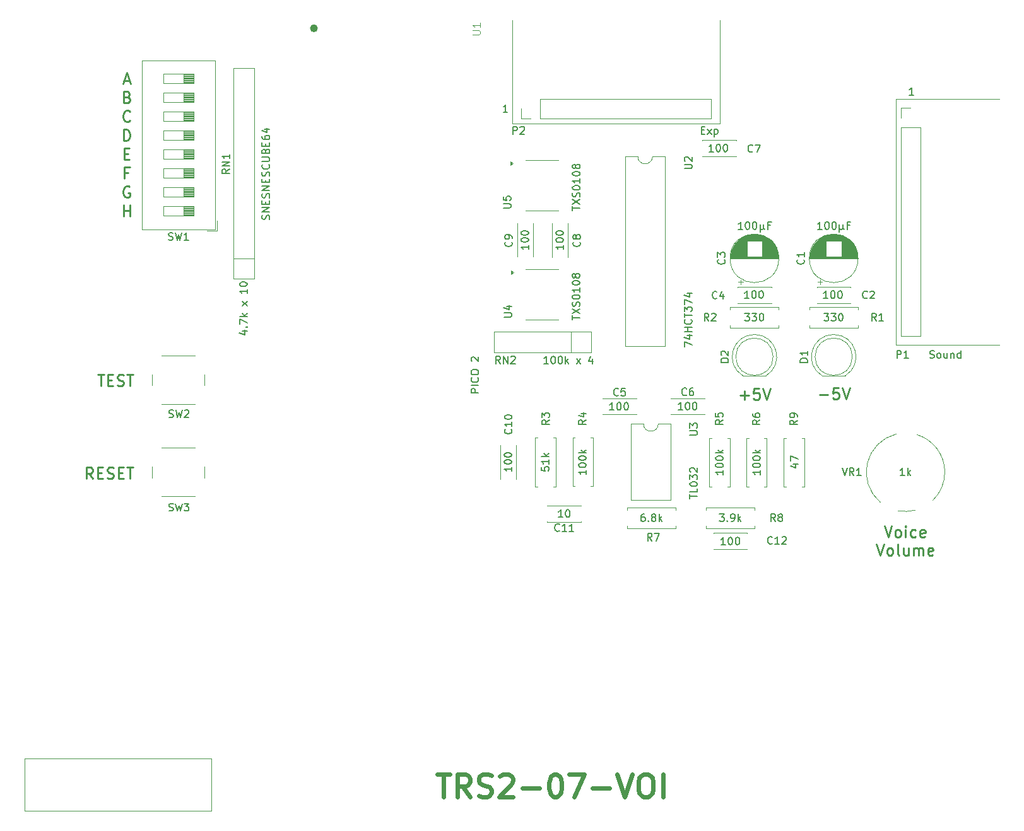
<source format=gbr>
G04 #@! TF.GenerationSoftware,KiCad,Pcbnew,8.0.7*
G04 #@! TF.CreationDate,2025-03-21T14:13:05-04:00*
G04 #@! TF.ProjectId,TRS2-Voice,54525332-2d56-46f6-9963-652e6b696361,rev?*
G04 #@! TF.SameCoordinates,Original*
G04 #@! TF.FileFunction,Legend,Top*
G04 #@! TF.FilePolarity,Positive*
%FSLAX46Y46*%
G04 Gerber Fmt 4.6, Leading zero omitted, Abs format (unit mm)*
G04 Created by KiCad (PCBNEW 8.0.7) date 2025-03-21 14:13:05*
%MOMM*%
%LPD*%
G01*
G04 APERTURE LIST*
%ADD10C,0.120000*%
%ADD11C,0.150000*%
%ADD12C,0.250000*%
%ADD13C,0.600000*%
%ADD14C,0.100000*%
%ADD15C,0.550000*%
G04 APERTURE END LIST*
D10*
X133980000Y-48790000D02*
X133980000Y-34880000D01*
X171500000Y-78520000D02*
X157590000Y-78520000D01*
X133980000Y-48790000D02*
X106120000Y-48790000D01*
X40720000Y-134070000D02*
X65720000Y-134070000D01*
X65720000Y-141070000D01*
X40720000Y-141070000D01*
X40720000Y-134070000D01*
X157590000Y-45520000D02*
X171500000Y-45520000D01*
X106120000Y-48790000D02*
X106120000Y-34880000D01*
X157590000Y-78520000D02*
X157590000Y-45520000D01*
D11*
X73507200Y-61659047D02*
X73554819Y-61516190D01*
X73554819Y-61516190D02*
X73554819Y-61278095D01*
X73554819Y-61278095D02*
X73507200Y-61182857D01*
X73507200Y-61182857D02*
X73459580Y-61135238D01*
X73459580Y-61135238D02*
X73364342Y-61087619D01*
X73364342Y-61087619D02*
X73269104Y-61087619D01*
X73269104Y-61087619D02*
X73173866Y-61135238D01*
X73173866Y-61135238D02*
X73126247Y-61182857D01*
X73126247Y-61182857D02*
X73078628Y-61278095D01*
X73078628Y-61278095D02*
X73031009Y-61468571D01*
X73031009Y-61468571D02*
X72983390Y-61563809D01*
X72983390Y-61563809D02*
X72935771Y-61611428D01*
X72935771Y-61611428D02*
X72840533Y-61659047D01*
X72840533Y-61659047D02*
X72745295Y-61659047D01*
X72745295Y-61659047D02*
X72650057Y-61611428D01*
X72650057Y-61611428D02*
X72602438Y-61563809D01*
X72602438Y-61563809D02*
X72554819Y-61468571D01*
X72554819Y-61468571D02*
X72554819Y-61230476D01*
X72554819Y-61230476D02*
X72602438Y-61087619D01*
X73554819Y-60659047D02*
X72554819Y-60659047D01*
X72554819Y-60659047D02*
X73554819Y-60087619D01*
X73554819Y-60087619D02*
X72554819Y-60087619D01*
X73031009Y-59611428D02*
X73031009Y-59278095D01*
X73554819Y-59135238D02*
X73554819Y-59611428D01*
X73554819Y-59611428D02*
X72554819Y-59611428D01*
X72554819Y-59611428D02*
X72554819Y-59135238D01*
X73507200Y-58754285D02*
X73554819Y-58611428D01*
X73554819Y-58611428D02*
X73554819Y-58373333D01*
X73554819Y-58373333D02*
X73507200Y-58278095D01*
X73507200Y-58278095D02*
X73459580Y-58230476D01*
X73459580Y-58230476D02*
X73364342Y-58182857D01*
X73364342Y-58182857D02*
X73269104Y-58182857D01*
X73269104Y-58182857D02*
X73173866Y-58230476D01*
X73173866Y-58230476D02*
X73126247Y-58278095D01*
X73126247Y-58278095D02*
X73078628Y-58373333D01*
X73078628Y-58373333D02*
X73031009Y-58563809D01*
X73031009Y-58563809D02*
X72983390Y-58659047D01*
X72983390Y-58659047D02*
X72935771Y-58706666D01*
X72935771Y-58706666D02*
X72840533Y-58754285D01*
X72840533Y-58754285D02*
X72745295Y-58754285D01*
X72745295Y-58754285D02*
X72650057Y-58706666D01*
X72650057Y-58706666D02*
X72602438Y-58659047D01*
X72602438Y-58659047D02*
X72554819Y-58563809D01*
X72554819Y-58563809D02*
X72554819Y-58325714D01*
X72554819Y-58325714D02*
X72602438Y-58182857D01*
X73554819Y-57754285D02*
X72554819Y-57754285D01*
X72554819Y-57754285D02*
X73554819Y-57182857D01*
X73554819Y-57182857D02*
X72554819Y-57182857D01*
X73031009Y-56706666D02*
X73031009Y-56373333D01*
X73554819Y-56230476D02*
X73554819Y-56706666D01*
X73554819Y-56706666D02*
X72554819Y-56706666D01*
X72554819Y-56706666D02*
X72554819Y-56230476D01*
X73507200Y-55849523D02*
X73554819Y-55706666D01*
X73554819Y-55706666D02*
X73554819Y-55468571D01*
X73554819Y-55468571D02*
X73507200Y-55373333D01*
X73507200Y-55373333D02*
X73459580Y-55325714D01*
X73459580Y-55325714D02*
X73364342Y-55278095D01*
X73364342Y-55278095D02*
X73269104Y-55278095D01*
X73269104Y-55278095D02*
X73173866Y-55325714D01*
X73173866Y-55325714D02*
X73126247Y-55373333D01*
X73126247Y-55373333D02*
X73078628Y-55468571D01*
X73078628Y-55468571D02*
X73031009Y-55659047D01*
X73031009Y-55659047D02*
X72983390Y-55754285D01*
X72983390Y-55754285D02*
X72935771Y-55801904D01*
X72935771Y-55801904D02*
X72840533Y-55849523D01*
X72840533Y-55849523D02*
X72745295Y-55849523D01*
X72745295Y-55849523D02*
X72650057Y-55801904D01*
X72650057Y-55801904D02*
X72602438Y-55754285D01*
X72602438Y-55754285D02*
X72554819Y-55659047D01*
X72554819Y-55659047D02*
X72554819Y-55420952D01*
X72554819Y-55420952D02*
X72602438Y-55278095D01*
X73459580Y-54278095D02*
X73507200Y-54325714D01*
X73507200Y-54325714D02*
X73554819Y-54468571D01*
X73554819Y-54468571D02*
X73554819Y-54563809D01*
X73554819Y-54563809D02*
X73507200Y-54706666D01*
X73507200Y-54706666D02*
X73411961Y-54801904D01*
X73411961Y-54801904D02*
X73316723Y-54849523D01*
X73316723Y-54849523D02*
X73126247Y-54897142D01*
X73126247Y-54897142D02*
X72983390Y-54897142D01*
X72983390Y-54897142D02*
X72792914Y-54849523D01*
X72792914Y-54849523D02*
X72697676Y-54801904D01*
X72697676Y-54801904D02*
X72602438Y-54706666D01*
X72602438Y-54706666D02*
X72554819Y-54563809D01*
X72554819Y-54563809D02*
X72554819Y-54468571D01*
X72554819Y-54468571D02*
X72602438Y-54325714D01*
X72602438Y-54325714D02*
X72650057Y-54278095D01*
X72554819Y-53849523D02*
X73364342Y-53849523D01*
X73364342Y-53849523D02*
X73459580Y-53801904D01*
X73459580Y-53801904D02*
X73507200Y-53754285D01*
X73507200Y-53754285D02*
X73554819Y-53659047D01*
X73554819Y-53659047D02*
X73554819Y-53468571D01*
X73554819Y-53468571D02*
X73507200Y-53373333D01*
X73507200Y-53373333D02*
X73459580Y-53325714D01*
X73459580Y-53325714D02*
X73364342Y-53278095D01*
X73364342Y-53278095D02*
X72554819Y-53278095D01*
X73031009Y-52468571D02*
X73078628Y-52325714D01*
X73078628Y-52325714D02*
X73126247Y-52278095D01*
X73126247Y-52278095D02*
X73221485Y-52230476D01*
X73221485Y-52230476D02*
X73364342Y-52230476D01*
X73364342Y-52230476D02*
X73459580Y-52278095D01*
X73459580Y-52278095D02*
X73507200Y-52325714D01*
X73507200Y-52325714D02*
X73554819Y-52420952D01*
X73554819Y-52420952D02*
X73554819Y-52801904D01*
X73554819Y-52801904D02*
X72554819Y-52801904D01*
X72554819Y-52801904D02*
X72554819Y-52468571D01*
X72554819Y-52468571D02*
X72602438Y-52373333D01*
X72602438Y-52373333D02*
X72650057Y-52325714D01*
X72650057Y-52325714D02*
X72745295Y-52278095D01*
X72745295Y-52278095D02*
X72840533Y-52278095D01*
X72840533Y-52278095D02*
X72935771Y-52325714D01*
X72935771Y-52325714D02*
X72983390Y-52373333D01*
X72983390Y-52373333D02*
X73031009Y-52468571D01*
X73031009Y-52468571D02*
X73031009Y-52801904D01*
X73031009Y-51801904D02*
X73031009Y-51468571D01*
X73554819Y-51325714D02*
X73554819Y-51801904D01*
X73554819Y-51801904D02*
X72554819Y-51801904D01*
X72554819Y-51801904D02*
X72554819Y-51325714D01*
X72554819Y-50468571D02*
X72554819Y-50659047D01*
X72554819Y-50659047D02*
X72602438Y-50754285D01*
X72602438Y-50754285D02*
X72650057Y-50801904D01*
X72650057Y-50801904D02*
X72792914Y-50897142D01*
X72792914Y-50897142D02*
X72983390Y-50944761D01*
X72983390Y-50944761D02*
X73364342Y-50944761D01*
X73364342Y-50944761D02*
X73459580Y-50897142D01*
X73459580Y-50897142D02*
X73507200Y-50849523D01*
X73507200Y-50849523D02*
X73554819Y-50754285D01*
X73554819Y-50754285D02*
X73554819Y-50563809D01*
X73554819Y-50563809D02*
X73507200Y-50468571D01*
X73507200Y-50468571D02*
X73459580Y-50420952D01*
X73459580Y-50420952D02*
X73364342Y-50373333D01*
X73364342Y-50373333D02*
X73126247Y-50373333D01*
X73126247Y-50373333D02*
X73031009Y-50420952D01*
X73031009Y-50420952D02*
X72983390Y-50468571D01*
X72983390Y-50468571D02*
X72935771Y-50563809D01*
X72935771Y-50563809D02*
X72935771Y-50754285D01*
X72935771Y-50754285D02*
X72983390Y-50849523D01*
X72983390Y-50849523D02*
X73031009Y-50897142D01*
X73031009Y-50897142D02*
X73126247Y-50944761D01*
X72888152Y-49516190D02*
X73554819Y-49516190D01*
X72507200Y-49754285D02*
X73221485Y-49992380D01*
X73221485Y-49992380D02*
X73221485Y-49373333D01*
X105486914Y-47244819D02*
X104915486Y-47244819D01*
X105201200Y-47244819D02*
X105201200Y-46244819D01*
X105201200Y-46244819D02*
X105105962Y-46387676D01*
X105105962Y-46387676D02*
X105010724Y-46482914D01*
X105010724Y-46482914D02*
X104915486Y-46530533D01*
D12*
X54585785Y-55382614D02*
X54085785Y-55382614D01*
X54085785Y-56168328D02*
X54085785Y-54668328D01*
X54085785Y-54668328D02*
X54800071Y-54668328D01*
X53978642Y-51088328D02*
X53978642Y-49588328D01*
X53978642Y-49588328D02*
X54335785Y-49588328D01*
X54335785Y-49588328D02*
X54550071Y-49659757D01*
X54550071Y-49659757D02*
X54692928Y-49802614D01*
X54692928Y-49802614D02*
X54764357Y-49945471D01*
X54764357Y-49945471D02*
X54835785Y-50231185D01*
X54835785Y-50231185D02*
X54835785Y-50445471D01*
X54835785Y-50445471D02*
X54764357Y-50731185D01*
X54764357Y-50731185D02*
X54692928Y-50874042D01*
X54692928Y-50874042D02*
X54550071Y-51016900D01*
X54550071Y-51016900D02*
X54335785Y-51088328D01*
X54335785Y-51088328D02*
X53978642Y-51088328D01*
D11*
X112976819Y-65098666D02*
X112976819Y-65670094D01*
X112976819Y-65384380D02*
X111976819Y-65384380D01*
X111976819Y-65384380D02*
X112119676Y-65479618D01*
X112119676Y-65479618D02*
X112214914Y-65574856D01*
X112214914Y-65574856D02*
X112262533Y-65670094D01*
X111976819Y-64479618D02*
X111976819Y-64384380D01*
X111976819Y-64384380D02*
X112024438Y-64289142D01*
X112024438Y-64289142D02*
X112072057Y-64241523D01*
X112072057Y-64241523D02*
X112167295Y-64193904D01*
X112167295Y-64193904D02*
X112357771Y-64146285D01*
X112357771Y-64146285D02*
X112595866Y-64146285D01*
X112595866Y-64146285D02*
X112786342Y-64193904D01*
X112786342Y-64193904D02*
X112881580Y-64241523D01*
X112881580Y-64241523D02*
X112929200Y-64289142D01*
X112929200Y-64289142D02*
X112976819Y-64384380D01*
X112976819Y-64384380D02*
X112976819Y-64479618D01*
X112976819Y-64479618D02*
X112929200Y-64574856D01*
X112929200Y-64574856D02*
X112881580Y-64622475D01*
X112881580Y-64622475D02*
X112786342Y-64670094D01*
X112786342Y-64670094D02*
X112595866Y-64717713D01*
X112595866Y-64717713D02*
X112357771Y-64717713D01*
X112357771Y-64717713D02*
X112167295Y-64670094D01*
X112167295Y-64670094D02*
X112072057Y-64622475D01*
X112072057Y-64622475D02*
X112024438Y-64574856D01*
X112024438Y-64574856D02*
X111976819Y-64479618D01*
X111976819Y-63527237D02*
X111976819Y-63431999D01*
X111976819Y-63431999D02*
X112024438Y-63336761D01*
X112024438Y-63336761D02*
X112072057Y-63289142D01*
X112072057Y-63289142D02*
X112167295Y-63241523D01*
X112167295Y-63241523D02*
X112357771Y-63193904D01*
X112357771Y-63193904D02*
X112595866Y-63193904D01*
X112595866Y-63193904D02*
X112786342Y-63241523D01*
X112786342Y-63241523D02*
X112881580Y-63289142D01*
X112881580Y-63289142D02*
X112929200Y-63336761D01*
X112929200Y-63336761D02*
X112976819Y-63431999D01*
X112976819Y-63431999D02*
X112976819Y-63527237D01*
X112976819Y-63527237D02*
X112929200Y-63622475D01*
X112929200Y-63622475D02*
X112881580Y-63670094D01*
X112881580Y-63670094D02*
X112786342Y-63717713D01*
X112786342Y-63717713D02*
X112595866Y-63765332D01*
X112595866Y-63765332D02*
X112357771Y-63765332D01*
X112357771Y-63765332D02*
X112167295Y-63717713D01*
X112167295Y-63717713D02*
X112072057Y-63670094D01*
X112072057Y-63670094D02*
X112024438Y-63622475D01*
X112024438Y-63622475D02*
X111976819Y-63527237D01*
D12*
X49844098Y-96460928D02*
X49344098Y-95746642D01*
X48986955Y-96460928D02*
X48986955Y-94960928D01*
X48986955Y-94960928D02*
X49558384Y-94960928D01*
X49558384Y-94960928D02*
X49701241Y-95032357D01*
X49701241Y-95032357D02*
X49772670Y-95103785D01*
X49772670Y-95103785D02*
X49844098Y-95246642D01*
X49844098Y-95246642D02*
X49844098Y-95460928D01*
X49844098Y-95460928D02*
X49772670Y-95603785D01*
X49772670Y-95603785D02*
X49701241Y-95675214D01*
X49701241Y-95675214D02*
X49558384Y-95746642D01*
X49558384Y-95746642D02*
X48986955Y-95746642D01*
X50486955Y-95675214D02*
X50986955Y-95675214D01*
X51201241Y-96460928D02*
X50486955Y-96460928D01*
X50486955Y-96460928D02*
X50486955Y-94960928D01*
X50486955Y-94960928D02*
X51201241Y-94960928D01*
X51772670Y-96389500D02*
X51986956Y-96460928D01*
X51986956Y-96460928D02*
X52344098Y-96460928D01*
X52344098Y-96460928D02*
X52486956Y-96389500D01*
X52486956Y-96389500D02*
X52558384Y-96318071D01*
X52558384Y-96318071D02*
X52629813Y-96175214D01*
X52629813Y-96175214D02*
X52629813Y-96032357D01*
X52629813Y-96032357D02*
X52558384Y-95889500D01*
X52558384Y-95889500D02*
X52486956Y-95818071D01*
X52486956Y-95818071D02*
X52344098Y-95746642D01*
X52344098Y-95746642D02*
X52058384Y-95675214D01*
X52058384Y-95675214D02*
X51915527Y-95603785D01*
X51915527Y-95603785D02*
X51844098Y-95532357D01*
X51844098Y-95532357D02*
X51772670Y-95389500D01*
X51772670Y-95389500D02*
X51772670Y-95246642D01*
X51772670Y-95246642D02*
X51844098Y-95103785D01*
X51844098Y-95103785D02*
X51915527Y-95032357D01*
X51915527Y-95032357D02*
X52058384Y-94960928D01*
X52058384Y-94960928D02*
X52415527Y-94960928D01*
X52415527Y-94960928D02*
X52629813Y-95032357D01*
X53272669Y-95675214D02*
X53772669Y-95675214D01*
X53986955Y-96460928D02*
X53272669Y-96460928D01*
X53272669Y-96460928D02*
X53272669Y-94960928D01*
X53272669Y-94960928D02*
X53986955Y-94960928D01*
X54415527Y-94960928D02*
X55272670Y-94960928D01*
X54844098Y-96460928D02*
X54844098Y-94960928D01*
D11*
X148484533Y-72256019D02*
X147913105Y-72256019D01*
X148198819Y-72256019D02*
X148198819Y-71256019D01*
X148198819Y-71256019D02*
X148103581Y-71398876D01*
X148103581Y-71398876D02*
X148008343Y-71494114D01*
X148008343Y-71494114D02*
X147913105Y-71541733D01*
X149103581Y-71256019D02*
X149198819Y-71256019D01*
X149198819Y-71256019D02*
X149294057Y-71303638D01*
X149294057Y-71303638D02*
X149341676Y-71351257D01*
X149341676Y-71351257D02*
X149389295Y-71446495D01*
X149389295Y-71446495D02*
X149436914Y-71636971D01*
X149436914Y-71636971D02*
X149436914Y-71875066D01*
X149436914Y-71875066D02*
X149389295Y-72065542D01*
X149389295Y-72065542D02*
X149341676Y-72160780D01*
X149341676Y-72160780D02*
X149294057Y-72208400D01*
X149294057Y-72208400D02*
X149198819Y-72256019D01*
X149198819Y-72256019D02*
X149103581Y-72256019D01*
X149103581Y-72256019D02*
X149008343Y-72208400D01*
X149008343Y-72208400D02*
X148960724Y-72160780D01*
X148960724Y-72160780D02*
X148913105Y-72065542D01*
X148913105Y-72065542D02*
X148865486Y-71875066D01*
X148865486Y-71875066D02*
X148865486Y-71636971D01*
X148865486Y-71636971D02*
X148913105Y-71446495D01*
X148913105Y-71446495D02*
X148960724Y-71351257D01*
X148960724Y-71351257D02*
X149008343Y-71303638D01*
X149008343Y-71303638D02*
X149103581Y-71256019D01*
X150055962Y-71256019D02*
X150151200Y-71256019D01*
X150151200Y-71256019D02*
X150246438Y-71303638D01*
X150246438Y-71303638D02*
X150294057Y-71351257D01*
X150294057Y-71351257D02*
X150341676Y-71446495D01*
X150341676Y-71446495D02*
X150389295Y-71636971D01*
X150389295Y-71636971D02*
X150389295Y-71875066D01*
X150389295Y-71875066D02*
X150341676Y-72065542D01*
X150341676Y-72065542D02*
X150294057Y-72160780D01*
X150294057Y-72160780D02*
X150246438Y-72208400D01*
X150246438Y-72208400D02*
X150151200Y-72256019D01*
X150151200Y-72256019D02*
X150055962Y-72256019D01*
X150055962Y-72256019D02*
X149960724Y-72208400D01*
X149960724Y-72208400D02*
X149913105Y-72160780D01*
X149913105Y-72160780D02*
X149865486Y-72065542D01*
X149865486Y-72065542D02*
X149817867Y-71875066D01*
X149817867Y-71875066D02*
X149817867Y-71636971D01*
X149817867Y-71636971D02*
X149865486Y-71446495D01*
X149865486Y-71446495D02*
X149913105Y-71351257D01*
X149913105Y-71351257D02*
X149960724Y-71303638D01*
X149960724Y-71303638D02*
X150055962Y-71256019D01*
D12*
X54835785Y-48405471D02*
X54764357Y-48476900D01*
X54764357Y-48476900D02*
X54550071Y-48548328D01*
X54550071Y-48548328D02*
X54407214Y-48548328D01*
X54407214Y-48548328D02*
X54192928Y-48476900D01*
X54192928Y-48476900D02*
X54050071Y-48334042D01*
X54050071Y-48334042D02*
X53978642Y-48191185D01*
X53978642Y-48191185D02*
X53907214Y-47905471D01*
X53907214Y-47905471D02*
X53907214Y-47691185D01*
X53907214Y-47691185D02*
X53978642Y-47405471D01*
X53978642Y-47405471D02*
X54050071Y-47262614D01*
X54050071Y-47262614D02*
X54192928Y-47119757D01*
X54192928Y-47119757D02*
X54407214Y-47048328D01*
X54407214Y-47048328D02*
X54550071Y-47048328D01*
X54550071Y-47048328D02*
X54764357Y-47119757D01*
X54764357Y-47119757D02*
X54835785Y-47191185D01*
D11*
X133113333Y-52564819D02*
X132541905Y-52564819D01*
X132827619Y-52564819D02*
X132827619Y-51564819D01*
X132827619Y-51564819D02*
X132732381Y-51707676D01*
X132732381Y-51707676D02*
X132637143Y-51802914D01*
X132637143Y-51802914D02*
X132541905Y-51850533D01*
X133732381Y-51564819D02*
X133827619Y-51564819D01*
X133827619Y-51564819D02*
X133922857Y-51612438D01*
X133922857Y-51612438D02*
X133970476Y-51660057D01*
X133970476Y-51660057D02*
X134018095Y-51755295D01*
X134018095Y-51755295D02*
X134065714Y-51945771D01*
X134065714Y-51945771D02*
X134065714Y-52183866D01*
X134065714Y-52183866D02*
X134018095Y-52374342D01*
X134018095Y-52374342D02*
X133970476Y-52469580D01*
X133970476Y-52469580D02*
X133922857Y-52517200D01*
X133922857Y-52517200D02*
X133827619Y-52564819D01*
X133827619Y-52564819D02*
X133732381Y-52564819D01*
X133732381Y-52564819D02*
X133637143Y-52517200D01*
X133637143Y-52517200D02*
X133589524Y-52469580D01*
X133589524Y-52469580D02*
X133541905Y-52374342D01*
X133541905Y-52374342D02*
X133494286Y-52183866D01*
X133494286Y-52183866D02*
X133494286Y-51945771D01*
X133494286Y-51945771D02*
X133541905Y-51755295D01*
X133541905Y-51755295D02*
X133589524Y-51660057D01*
X133589524Y-51660057D02*
X133637143Y-51612438D01*
X133637143Y-51612438D02*
X133732381Y-51564819D01*
X134684762Y-51564819D02*
X134780000Y-51564819D01*
X134780000Y-51564819D02*
X134875238Y-51612438D01*
X134875238Y-51612438D02*
X134922857Y-51660057D01*
X134922857Y-51660057D02*
X134970476Y-51755295D01*
X134970476Y-51755295D02*
X135018095Y-51945771D01*
X135018095Y-51945771D02*
X135018095Y-52183866D01*
X135018095Y-52183866D02*
X134970476Y-52374342D01*
X134970476Y-52374342D02*
X134922857Y-52469580D01*
X134922857Y-52469580D02*
X134875238Y-52517200D01*
X134875238Y-52517200D02*
X134780000Y-52564819D01*
X134780000Y-52564819D02*
X134684762Y-52564819D01*
X134684762Y-52564819D02*
X134589524Y-52517200D01*
X134589524Y-52517200D02*
X134541905Y-52469580D01*
X134541905Y-52469580D02*
X134494286Y-52374342D01*
X134494286Y-52374342D02*
X134446667Y-52183866D01*
X134446667Y-52183866D02*
X134446667Y-51945771D01*
X134446667Y-51945771D02*
X134494286Y-51755295D01*
X134494286Y-51755295D02*
X134541905Y-51660057D01*
X134541905Y-51660057D02*
X134589524Y-51612438D01*
X134589524Y-51612438D02*
X134684762Y-51564819D01*
X106046219Y-94895811D02*
X106046219Y-95467239D01*
X106046219Y-95181525D02*
X105046219Y-95181525D01*
X105046219Y-95181525D02*
X105189076Y-95276763D01*
X105189076Y-95276763D02*
X105284314Y-95372001D01*
X105284314Y-95372001D02*
X105331933Y-95467239D01*
X105046219Y-94276763D02*
X105046219Y-94181525D01*
X105046219Y-94181525D02*
X105093838Y-94086287D01*
X105093838Y-94086287D02*
X105141457Y-94038668D01*
X105141457Y-94038668D02*
X105236695Y-93991049D01*
X105236695Y-93991049D02*
X105427171Y-93943430D01*
X105427171Y-93943430D02*
X105665266Y-93943430D01*
X105665266Y-93943430D02*
X105855742Y-93991049D01*
X105855742Y-93991049D02*
X105950980Y-94038668D01*
X105950980Y-94038668D02*
X105998600Y-94086287D01*
X105998600Y-94086287D02*
X106046219Y-94181525D01*
X106046219Y-94181525D02*
X106046219Y-94276763D01*
X106046219Y-94276763D02*
X105998600Y-94372001D01*
X105998600Y-94372001D02*
X105950980Y-94419620D01*
X105950980Y-94419620D02*
X105855742Y-94467239D01*
X105855742Y-94467239D02*
X105665266Y-94514858D01*
X105665266Y-94514858D02*
X105427171Y-94514858D01*
X105427171Y-94514858D02*
X105236695Y-94467239D01*
X105236695Y-94467239D02*
X105141457Y-94419620D01*
X105141457Y-94419620D02*
X105093838Y-94372001D01*
X105093838Y-94372001D02*
X105046219Y-94276763D01*
X105046219Y-93324382D02*
X105046219Y-93229144D01*
X105046219Y-93229144D02*
X105093838Y-93133906D01*
X105093838Y-93133906D02*
X105141457Y-93086287D01*
X105141457Y-93086287D02*
X105236695Y-93038668D01*
X105236695Y-93038668D02*
X105427171Y-92991049D01*
X105427171Y-92991049D02*
X105665266Y-92991049D01*
X105665266Y-92991049D02*
X105855742Y-93038668D01*
X105855742Y-93038668D02*
X105950980Y-93086287D01*
X105950980Y-93086287D02*
X105998600Y-93133906D01*
X105998600Y-93133906D02*
X106046219Y-93229144D01*
X106046219Y-93229144D02*
X106046219Y-93324382D01*
X106046219Y-93324382D02*
X105998600Y-93419620D01*
X105998600Y-93419620D02*
X105950980Y-93467239D01*
X105950980Y-93467239D02*
X105855742Y-93514858D01*
X105855742Y-93514858D02*
X105665266Y-93562477D01*
X105665266Y-93562477D02*
X105427171Y-93562477D01*
X105427171Y-93562477D02*
X105236695Y-93514858D01*
X105236695Y-93514858D02*
X105141457Y-93467239D01*
X105141457Y-93467239D02*
X105093838Y-93419620D01*
X105093838Y-93419620D02*
X105046219Y-93324382D01*
X101594819Y-84940951D02*
X100594819Y-84940951D01*
X100594819Y-84940951D02*
X100594819Y-84559999D01*
X100594819Y-84559999D02*
X100642438Y-84464761D01*
X100642438Y-84464761D02*
X100690057Y-84417142D01*
X100690057Y-84417142D02*
X100785295Y-84369523D01*
X100785295Y-84369523D02*
X100928152Y-84369523D01*
X100928152Y-84369523D02*
X101023390Y-84417142D01*
X101023390Y-84417142D02*
X101071009Y-84464761D01*
X101071009Y-84464761D02*
X101118628Y-84559999D01*
X101118628Y-84559999D02*
X101118628Y-84940951D01*
X101594819Y-83940951D02*
X100594819Y-83940951D01*
X101499580Y-82893333D02*
X101547200Y-82940952D01*
X101547200Y-82940952D02*
X101594819Y-83083809D01*
X101594819Y-83083809D02*
X101594819Y-83179047D01*
X101594819Y-83179047D02*
X101547200Y-83321904D01*
X101547200Y-83321904D02*
X101451961Y-83417142D01*
X101451961Y-83417142D02*
X101356723Y-83464761D01*
X101356723Y-83464761D02*
X101166247Y-83512380D01*
X101166247Y-83512380D02*
X101023390Y-83512380D01*
X101023390Y-83512380D02*
X100832914Y-83464761D01*
X100832914Y-83464761D02*
X100737676Y-83417142D01*
X100737676Y-83417142D02*
X100642438Y-83321904D01*
X100642438Y-83321904D02*
X100594819Y-83179047D01*
X100594819Y-83179047D02*
X100594819Y-83083809D01*
X100594819Y-83083809D02*
X100642438Y-82940952D01*
X100642438Y-82940952D02*
X100690057Y-82893333D01*
X100594819Y-82274285D02*
X100594819Y-82083809D01*
X100594819Y-82083809D02*
X100642438Y-81988571D01*
X100642438Y-81988571D02*
X100737676Y-81893333D01*
X100737676Y-81893333D02*
X100928152Y-81845714D01*
X100928152Y-81845714D02*
X101261485Y-81845714D01*
X101261485Y-81845714D02*
X101451961Y-81893333D01*
X101451961Y-81893333D02*
X101547200Y-81988571D01*
X101547200Y-81988571D02*
X101594819Y-82083809D01*
X101594819Y-82083809D02*
X101594819Y-82274285D01*
X101594819Y-82274285D02*
X101547200Y-82369523D01*
X101547200Y-82369523D02*
X101451961Y-82464761D01*
X101451961Y-82464761D02*
X101261485Y-82512380D01*
X101261485Y-82512380D02*
X100928152Y-82512380D01*
X100928152Y-82512380D02*
X100737676Y-82464761D01*
X100737676Y-82464761D02*
X100642438Y-82369523D01*
X100642438Y-82369523D02*
X100594819Y-82274285D01*
X100690057Y-80702856D02*
X100642438Y-80655237D01*
X100642438Y-80655237D02*
X100594819Y-80559999D01*
X100594819Y-80559999D02*
X100594819Y-80321904D01*
X100594819Y-80321904D02*
X100642438Y-80226666D01*
X100642438Y-80226666D02*
X100690057Y-80179047D01*
X100690057Y-80179047D02*
X100785295Y-80131428D01*
X100785295Y-80131428D02*
X100880533Y-80131428D01*
X100880533Y-80131428D02*
X101023390Y-80179047D01*
X101023390Y-80179047D02*
X101594819Y-80750475D01*
X101594819Y-80750475D02*
X101594819Y-80131428D01*
X147692152Y-62989619D02*
X147120724Y-62989619D01*
X147406438Y-62989619D02*
X147406438Y-61989619D01*
X147406438Y-61989619D02*
X147311200Y-62132476D01*
X147311200Y-62132476D02*
X147215962Y-62227714D01*
X147215962Y-62227714D02*
X147120724Y-62275333D01*
X148311200Y-61989619D02*
X148406438Y-61989619D01*
X148406438Y-61989619D02*
X148501676Y-62037238D01*
X148501676Y-62037238D02*
X148549295Y-62084857D01*
X148549295Y-62084857D02*
X148596914Y-62180095D01*
X148596914Y-62180095D02*
X148644533Y-62370571D01*
X148644533Y-62370571D02*
X148644533Y-62608666D01*
X148644533Y-62608666D02*
X148596914Y-62799142D01*
X148596914Y-62799142D02*
X148549295Y-62894380D01*
X148549295Y-62894380D02*
X148501676Y-62942000D01*
X148501676Y-62942000D02*
X148406438Y-62989619D01*
X148406438Y-62989619D02*
X148311200Y-62989619D01*
X148311200Y-62989619D02*
X148215962Y-62942000D01*
X148215962Y-62942000D02*
X148168343Y-62894380D01*
X148168343Y-62894380D02*
X148120724Y-62799142D01*
X148120724Y-62799142D02*
X148073105Y-62608666D01*
X148073105Y-62608666D02*
X148073105Y-62370571D01*
X148073105Y-62370571D02*
X148120724Y-62180095D01*
X148120724Y-62180095D02*
X148168343Y-62084857D01*
X148168343Y-62084857D02*
X148215962Y-62037238D01*
X148215962Y-62037238D02*
X148311200Y-61989619D01*
X149263581Y-61989619D02*
X149358819Y-61989619D01*
X149358819Y-61989619D02*
X149454057Y-62037238D01*
X149454057Y-62037238D02*
X149501676Y-62084857D01*
X149501676Y-62084857D02*
X149549295Y-62180095D01*
X149549295Y-62180095D02*
X149596914Y-62370571D01*
X149596914Y-62370571D02*
X149596914Y-62608666D01*
X149596914Y-62608666D02*
X149549295Y-62799142D01*
X149549295Y-62799142D02*
X149501676Y-62894380D01*
X149501676Y-62894380D02*
X149454057Y-62942000D01*
X149454057Y-62942000D02*
X149358819Y-62989619D01*
X149358819Y-62989619D02*
X149263581Y-62989619D01*
X149263581Y-62989619D02*
X149168343Y-62942000D01*
X149168343Y-62942000D02*
X149120724Y-62894380D01*
X149120724Y-62894380D02*
X149073105Y-62799142D01*
X149073105Y-62799142D02*
X149025486Y-62608666D01*
X149025486Y-62608666D02*
X149025486Y-62370571D01*
X149025486Y-62370571D02*
X149073105Y-62180095D01*
X149073105Y-62180095D02*
X149120724Y-62084857D01*
X149120724Y-62084857D02*
X149168343Y-62037238D01*
X149168343Y-62037238D02*
X149263581Y-61989619D01*
X150025486Y-62322952D02*
X150025486Y-63322952D01*
X150501676Y-62846761D02*
X150549295Y-62942000D01*
X150549295Y-62942000D02*
X150644533Y-62989619D01*
X150025486Y-62846761D02*
X150073105Y-62942000D01*
X150073105Y-62942000D02*
X150168343Y-62989619D01*
X150168343Y-62989619D02*
X150358819Y-62989619D01*
X150358819Y-62989619D02*
X150454057Y-62942000D01*
X150454057Y-62942000D02*
X150501676Y-62846761D01*
X150501676Y-62846761D02*
X150501676Y-62322952D01*
X151406438Y-62465809D02*
X151073105Y-62465809D01*
X151073105Y-62989619D02*
X151073105Y-61989619D01*
X151073105Y-61989619D02*
X151549295Y-61989619D01*
X114174819Y-75122856D02*
X114174819Y-74551428D01*
X115174819Y-74837142D02*
X114174819Y-74837142D01*
X114174819Y-74313332D02*
X115174819Y-73646666D01*
X114174819Y-73646666D02*
X115174819Y-74313332D01*
X115127200Y-73313332D02*
X115174819Y-73170475D01*
X115174819Y-73170475D02*
X115174819Y-72932380D01*
X115174819Y-72932380D02*
X115127200Y-72837142D01*
X115127200Y-72837142D02*
X115079580Y-72789523D01*
X115079580Y-72789523D02*
X114984342Y-72741904D01*
X114984342Y-72741904D02*
X114889104Y-72741904D01*
X114889104Y-72741904D02*
X114793866Y-72789523D01*
X114793866Y-72789523D02*
X114746247Y-72837142D01*
X114746247Y-72837142D02*
X114698628Y-72932380D01*
X114698628Y-72932380D02*
X114651009Y-73122856D01*
X114651009Y-73122856D02*
X114603390Y-73218094D01*
X114603390Y-73218094D02*
X114555771Y-73265713D01*
X114555771Y-73265713D02*
X114460533Y-73313332D01*
X114460533Y-73313332D02*
X114365295Y-73313332D01*
X114365295Y-73313332D02*
X114270057Y-73265713D01*
X114270057Y-73265713D02*
X114222438Y-73218094D01*
X114222438Y-73218094D02*
X114174819Y-73122856D01*
X114174819Y-73122856D02*
X114174819Y-72884761D01*
X114174819Y-72884761D02*
X114222438Y-72741904D01*
X114174819Y-72122856D02*
X114174819Y-72027618D01*
X114174819Y-72027618D02*
X114222438Y-71932380D01*
X114222438Y-71932380D02*
X114270057Y-71884761D01*
X114270057Y-71884761D02*
X114365295Y-71837142D01*
X114365295Y-71837142D02*
X114555771Y-71789523D01*
X114555771Y-71789523D02*
X114793866Y-71789523D01*
X114793866Y-71789523D02*
X114984342Y-71837142D01*
X114984342Y-71837142D02*
X115079580Y-71884761D01*
X115079580Y-71884761D02*
X115127200Y-71932380D01*
X115127200Y-71932380D02*
X115174819Y-72027618D01*
X115174819Y-72027618D02*
X115174819Y-72122856D01*
X115174819Y-72122856D02*
X115127200Y-72218094D01*
X115127200Y-72218094D02*
X115079580Y-72265713D01*
X115079580Y-72265713D02*
X114984342Y-72313332D01*
X114984342Y-72313332D02*
X114793866Y-72360951D01*
X114793866Y-72360951D02*
X114555771Y-72360951D01*
X114555771Y-72360951D02*
X114365295Y-72313332D01*
X114365295Y-72313332D02*
X114270057Y-72265713D01*
X114270057Y-72265713D02*
X114222438Y-72218094D01*
X114222438Y-72218094D02*
X114174819Y-72122856D01*
X115174819Y-70837142D02*
X115174819Y-71408570D01*
X115174819Y-71122856D02*
X114174819Y-71122856D01*
X114174819Y-71122856D02*
X114317676Y-71218094D01*
X114317676Y-71218094D02*
X114412914Y-71313332D01*
X114412914Y-71313332D02*
X114460533Y-71408570D01*
X114174819Y-70218094D02*
X114174819Y-70122856D01*
X114174819Y-70122856D02*
X114222438Y-70027618D01*
X114222438Y-70027618D02*
X114270057Y-69979999D01*
X114270057Y-69979999D02*
X114365295Y-69932380D01*
X114365295Y-69932380D02*
X114555771Y-69884761D01*
X114555771Y-69884761D02*
X114793866Y-69884761D01*
X114793866Y-69884761D02*
X114984342Y-69932380D01*
X114984342Y-69932380D02*
X115079580Y-69979999D01*
X115079580Y-69979999D02*
X115127200Y-70027618D01*
X115127200Y-70027618D02*
X115174819Y-70122856D01*
X115174819Y-70122856D02*
X115174819Y-70218094D01*
X115174819Y-70218094D02*
X115127200Y-70313332D01*
X115127200Y-70313332D02*
X115079580Y-70360951D01*
X115079580Y-70360951D02*
X114984342Y-70408570D01*
X114984342Y-70408570D02*
X114793866Y-70456189D01*
X114793866Y-70456189D02*
X114555771Y-70456189D01*
X114555771Y-70456189D02*
X114365295Y-70408570D01*
X114365295Y-70408570D02*
X114270057Y-70360951D01*
X114270057Y-70360951D02*
X114222438Y-70313332D01*
X114222438Y-70313332D02*
X114174819Y-70218094D01*
X114603390Y-69313332D02*
X114555771Y-69408570D01*
X114555771Y-69408570D02*
X114508152Y-69456189D01*
X114508152Y-69456189D02*
X114412914Y-69503808D01*
X114412914Y-69503808D02*
X114365295Y-69503808D01*
X114365295Y-69503808D02*
X114270057Y-69456189D01*
X114270057Y-69456189D02*
X114222438Y-69408570D01*
X114222438Y-69408570D02*
X114174819Y-69313332D01*
X114174819Y-69313332D02*
X114174819Y-69122856D01*
X114174819Y-69122856D02*
X114222438Y-69027618D01*
X114222438Y-69027618D02*
X114270057Y-68979999D01*
X114270057Y-68979999D02*
X114365295Y-68932380D01*
X114365295Y-68932380D02*
X114412914Y-68932380D01*
X114412914Y-68932380D02*
X114508152Y-68979999D01*
X114508152Y-68979999D02*
X114555771Y-69027618D01*
X114555771Y-69027618D02*
X114603390Y-69122856D01*
X114603390Y-69122856D02*
X114603390Y-69313332D01*
X114603390Y-69313332D02*
X114651009Y-69408570D01*
X114651009Y-69408570D02*
X114698628Y-69456189D01*
X114698628Y-69456189D02*
X114793866Y-69503808D01*
X114793866Y-69503808D02*
X114984342Y-69503808D01*
X114984342Y-69503808D02*
X115079580Y-69456189D01*
X115079580Y-69456189D02*
X115127200Y-69408570D01*
X115127200Y-69408570D02*
X115174819Y-69313332D01*
X115174819Y-69313332D02*
X115174819Y-69122856D01*
X115174819Y-69122856D02*
X115127200Y-69027618D01*
X115127200Y-69027618D02*
X115079580Y-68979999D01*
X115079580Y-68979999D02*
X114984342Y-68932380D01*
X114984342Y-68932380D02*
X114793866Y-68932380D01*
X114793866Y-68932380D02*
X114698628Y-68979999D01*
X114698628Y-68979999D02*
X114651009Y-69027618D01*
X114651009Y-69027618D02*
X114603390Y-69122856D01*
X137894533Y-72246019D02*
X137323105Y-72246019D01*
X137608819Y-72246019D02*
X137608819Y-71246019D01*
X137608819Y-71246019D02*
X137513581Y-71388876D01*
X137513581Y-71388876D02*
X137418343Y-71484114D01*
X137418343Y-71484114D02*
X137323105Y-71531733D01*
X138513581Y-71246019D02*
X138608819Y-71246019D01*
X138608819Y-71246019D02*
X138704057Y-71293638D01*
X138704057Y-71293638D02*
X138751676Y-71341257D01*
X138751676Y-71341257D02*
X138799295Y-71436495D01*
X138799295Y-71436495D02*
X138846914Y-71626971D01*
X138846914Y-71626971D02*
X138846914Y-71865066D01*
X138846914Y-71865066D02*
X138799295Y-72055542D01*
X138799295Y-72055542D02*
X138751676Y-72150780D01*
X138751676Y-72150780D02*
X138704057Y-72198400D01*
X138704057Y-72198400D02*
X138608819Y-72246019D01*
X138608819Y-72246019D02*
X138513581Y-72246019D01*
X138513581Y-72246019D02*
X138418343Y-72198400D01*
X138418343Y-72198400D02*
X138370724Y-72150780D01*
X138370724Y-72150780D02*
X138323105Y-72055542D01*
X138323105Y-72055542D02*
X138275486Y-71865066D01*
X138275486Y-71865066D02*
X138275486Y-71626971D01*
X138275486Y-71626971D02*
X138323105Y-71436495D01*
X138323105Y-71436495D02*
X138370724Y-71341257D01*
X138370724Y-71341257D02*
X138418343Y-71293638D01*
X138418343Y-71293638D02*
X138513581Y-71246019D01*
X139465962Y-71246019D02*
X139561200Y-71246019D01*
X139561200Y-71246019D02*
X139656438Y-71293638D01*
X139656438Y-71293638D02*
X139704057Y-71341257D01*
X139704057Y-71341257D02*
X139751676Y-71436495D01*
X139751676Y-71436495D02*
X139799295Y-71626971D01*
X139799295Y-71626971D02*
X139799295Y-71865066D01*
X139799295Y-71865066D02*
X139751676Y-72055542D01*
X139751676Y-72055542D02*
X139704057Y-72150780D01*
X139704057Y-72150780D02*
X139656438Y-72198400D01*
X139656438Y-72198400D02*
X139561200Y-72246019D01*
X139561200Y-72246019D02*
X139465962Y-72246019D01*
X139465962Y-72246019D02*
X139370724Y-72198400D01*
X139370724Y-72198400D02*
X139323105Y-72150780D01*
X139323105Y-72150780D02*
X139275486Y-72055542D01*
X139275486Y-72055542D02*
X139227867Y-71865066D01*
X139227867Y-71865066D02*
X139227867Y-71626971D01*
X139227867Y-71626971D02*
X139275486Y-71436495D01*
X139275486Y-71436495D02*
X139323105Y-71341257D01*
X139323105Y-71341257D02*
X139370724Y-71293638D01*
X139370724Y-71293638D02*
X139465962Y-71246019D01*
X108303219Y-65095666D02*
X108303219Y-65667094D01*
X108303219Y-65381380D02*
X107303219Y-65381380D01*
X107303219Y-65381380D02*
X107446076Y-65476618D01*
X107446076Y-65476618D02*
X107541314Y-65571856D01*
X107541314Y-65571856D02*
X107588933Y-65667094D01*
X107303219Y-64476618D02*
X107303219Y-64381380D01*
X107303219Y-64381380D02*
X107350838Y-64286142D01*
X107350838Y-64286142D02*
X107398457Y-64238523D01*
X107398457Y-64238523D02*
X107493695Y-64190904D01*
X107493695Y-64190904D02*
X107684171Y-64143285D01*
X107684171Y-64143285D02*
X107922266Y-64143285D01*
X107922266Y-64143285D02*
X108112742Y-64190904D01*
X108112742Y-64190904D02*
X108207980Y-64238523D01*
X108207980Y-64238523D02*
X108255600Y-64286142D01*
X108255600Y-64286142D02*
X108303219Y-64381380D01*
X108303219Y-64381380D02*
X108303219Y-64476618D01*
X108303219Y-64476618D02*
X108255600Y-64571856D01*
X108255600Y-64571856D02*
X108207980Y-64619475D01*
X108207980Y-64619475D02*
X108112742Y-64667094D01*
X108112742Y-64667094D02*
X107922266Y-64714713D01*
X107922266Y-64714713D02*
X107684171Y-64714713D01*
X107684171Y-64714713D02*
X107493695Y-64667094D01*
X107493695Y-64667094D02*
X107398457Y-64619475D01*
X107398457Y-64619475D02*
X107350838Y-64571856D01*
X107350838Y-64571856D02*
X107303219Y-64476618D01*
X107303219Y-63524237D02*
X107303219Y-63428999D01*
X107303219Y-63428999D02*
X107350838Y-63333761D01*
X107350838Y-63333761D02*
X107398457Y-63286142D01*
X107398457Y-63286142D02*
X107493695Y-63238523D01*
X107493695Y-63238523D02*
X107684171Y-63190904D01*
X107684171Y-63190904D02*
X107922266Y-63190904D01*
X107922266Y-63190904D02*
X108112742Y-63238523D01*
X108112742Y-63238523D02*
X108207980Y-63286142D01*
X108207980Y-63286142D02*
X108255600Y-63333761D01*
X108255600Y-63333761D02*
X108303219Y-63428999D01*
X108303219Y-63428999D02*
X108303219Y-63524237D01*
X108303219Y-63524237D02*
X108255600Y-63619475D01*
X108255600Y-63619475D02*
X108207980Y-63667094D01*
X108207980Y-63667094D02*
X108112742Y-63714713D01*
X108112742Y-63714713D02*
X107922266Y-63762332D01*
X107922266Y-63762332D02*
X107684171Y-63762332D01*
X107684171Y-63762332D02*
X107493695Y-63714713D01*
X107493695Y-63714713D02*
X107398457Y-63667094D01*
X107398457Y-63667094D02*
X107350838Y-63619475D01*
X107350838Y-63619475D02*
X107303219Y-63524237D01*
D13*
X96047257Y-136177057D02*
X97761543Y-136177057D01*
X96904400Y-139177057D02*
X96904400Y-136177057D01*
X100475828Y-139177057D02*
X99475828Y-137748485D01*
X98761542Y-139177057D02*
X98761542Y-136177057D01*
X98761542Y-136177057D02*
X99904399Y-136177057D01*
X99904399Y-136177057D02*
X100190114Y-136319914D01*
X100190114Y-136319914D02*
X100332971Y-136462771D01*
X100332971Y-136462771D02*
X100475828Y-136748485D01*
X100475828Y-136748485D02*
X100475828Y-137177057D01*
X100475828Y-137177057D02*
X100332971Y-137462771D01*
X100332971Y-137462771D02*
X100190114Y-137605628D01*
X100190114Y-137605628D02*
X99904399Y-137748485D01*
X99904399Y-137748485D02*
X98761542Y-137748485D01*
X101618685Y-139034200D02*
X102047257Y-139177057D01*
X102047257Y-139177057D02*
X102761542Y-139177057D01*
X102761542Y-139177057D02*
X103047257Y-139034200D01*
X103047257Y-139034200D02*
X103190114Y-138891342D01*
X103190114Y-138891342D02*
X103332971Y-138605628D01*
X103332971Y-138605628D02*
X103332971Y-138319914D01*
X103332971Y-138319914D02*
X103190114Y-138034200D01*
X103190114Y-138034200D02*
X103047257Y-137891342D01*
X103047257Y-137891342D02*
X102761542Y-137748485D01*
X102761542Y-137748485D02*
X102190114Y-137605628D01*
X102190114Y-137605628D02*
X101904399Y-137462771D01*
X101904399Y-137462771D02*
X101761542Y-137319914D01*
X101761542Y-137319914D02*
X101618685Y-137034200D01*
X101618685Y-137034200D02*
X101618685Y-136748485D01*
X101618685Y-136748485D02*
X101761542Y-136462771D01*
X101761542Y-136462771D02*
X101904399Y-136319914D01*
X101904399Y-136319914D02*
X102190114Y-136177057D01*
X102190114Y-136177057D02*
X102904399Y-136177057D01*
X102904399Y-136177057D02*
X103332971Y-136319914D01*
X104475828Y-136462771D02*
X104618685Y-136319914D01*
X104618685Y-136319914D02*
X104904400Y-136177057D01*
X104904400Y-136177057D02*
X105618685Y-136177057D01*
X105618685Y-136177057D02*
X105904400Y-136319914D01*
X105904400Y-136319914D02*
X106047257Y-136462771D01*
X106047257Y-136462771D02*
X106190114Y-136748485D01*
X106190114Y-136748485D02*
X106190114Y-137034200D01*
X106190114Y-137034200D02*
X106047257Y-137462771D01*
X106047257Y-137462771D02*
X104332971Y-139177057D01*
X104332971Y-139177057D02*
X106190114Y-139177057D01*
X107475828Y-138034200D02*
X109761543Y-138034200D01*
X111761543Y-136177057D02*
X112047257Y-136177057D01*
X112047257Y-136177057D02*
X112332971Y-136319914D01*
X112332971Y-136319914D02*
X112475829Y-136462771D01*
X112475829Y-136462771D02*
X112618686Y-136748485D01*
X112618686Y-136748485D02*
X112761543Y-137319914D01*
X112761543Y-137319914D02*
X112761543Y-138034200D01*
X112761543Y-138034200D02*
X112618686Y-138605628D01*
X112618686Y-138605628D02*
X112475829Y-138891342D01*
X112475829Y-138891342D02*
X112332971Y-139034200D01*
X112332971Y-139034200D02*
X112047257Y-139177057D01*
X112047257Y-139177057D02*
X111761543Y-139177057D01*
X111761543Y-139177057D02*
X111475829Y-139034200D01*
X111475829Y-139034200D02*
X111332971Y-138891342D01*
X111332971Y-138891342D02*
X111190114Y-138605628D01*
X111190114Y-138605628D02*
X111047257Y-138034200D01*
X111047257Y-138034200D02*
X111047257Y-137319914D01*
X111047257Y-137319914D02*
X111190114Y-136748485D01*
X111190114Y-136748485D02*
X111332971Y-136462771D01*
X111332971Y-136462771D02*
X111475829Y-136319914D01*
X111475829Y-136319914D02*
X111761543Y-136177057D01*
X113761543Y-136177057D02*
X115761543Y-136177057D01*
X115761543Y-136177057D02*
X114475829Y-139177057D01*
X116904400Y-138034200D02*
X119190115Y-138034200D01*
X120190115Y-136177057D02*
X121190115Y-139177057D01*
X121190115Y-139177057D02*
X122190115Y-136177057D01*
X123761544Y-136177057D02*
X124332972Y-136177057D01*
X124332972Y-136177057D02*
X124618687Y-136319914D01*
X124618687Y-136319914D02*
X124904401Y-136605628D01*
X124904401Y-136605628D02*
X125047258Y-137177057D01*
X125047258Y-137177057D02*
X125047258Y-138177057D01*
X125047258Y-138177057D02*
X124904401Y-138748485D01*
X124904401Y-138748485D02*
X124618687Y-139034200D01*
X124618687Y-139034200D02*
X124332972Y-139177057D01*
X124332972Y-139177057D02*
X123761544Y-139177057D01*
X123761544Y-139177057D02*
X123475830Y-139034200D01*
X123475830Y-139034200D02*
X123190115Y-138748485D01*
X123190115Y-138748485D02*
X123047258Y-138177057D01*
X123047258Y-138177057D02*
X123047258Y-137177057D01*
X123047258Y-137177057D02*
X123190115Y-136605628D01*
X123190115Y-136605628D02*
X123475830Y-136319914D01*
X123475830Y-136319914D02*
X123761544Y-136177057D01*
X126332972Y-139177057D02*
X126332972Y-136177057D01*
D11*
X114214819Y-60462856D02*
X114214819Y-59891428D01*
X115214819Y-60177142D02*
X114214819Y-60177142D01*
X114214819Y-59653332D02*
X115214819Y-58986666D01*
X114214819Y-58986666D02*
X115214819Y-59653332D01*
X115167200Y-58653332D02*
X115214819Y-58510475D01*
X115214819Y-58510475D02*
X115214819Y-58272380D01*
X115214819Y-58272380D02*
X115167200Y-58177142D01*
X115167200Y-58177142D02*
X115119580Y-58129523D01*
X115119580Y-58129523D02*
X115024342Y-58081904D01*
X115024342Y-58081904D02*
X114929104Y-58081904D01*
X114929104Y-58081904D02*
X114833866Y-58129523D01*
X114833866Y-58129523D02*
X114786247Y-58177142D01*
X114786247Y-58177142D02*
X114738628Y-58272380D01*
X114738628Y-58272380D02*
X114691009Y-58462856D01*
X114691009Y-58462856D02*
X114643390Y-58558094D01*
X114643390Y-58558094D02*
X114595771Y-58605713D01*
X114595771Y-58605713D02*
X114500533Y-58653332D01*
X114500533Y-58653332D02*
X114405295Y-58653332D01*
X114405295Y-58653332D02*
X114310057Y-58605713D01*
X114310057Y-58605713D02*
X114262438Y-58558094D01*
X114262438Y-58558094D02*
X114214819Y-58462856D01*
X114214819Y-58462856D02*
X114214819Y-58224761D01*
X114214819Y-58224761D02*
X114262438Y-58081904D01*
X114214819Y-57462856D02*
X114214819Y-57367618D01*
X114214819Y-57367618D02*
X114262438Y-57272380D01*
X114262438Y-57272380D02*
X114310057Y-57224761D01*
X114310057Y-57224761D02*
X114405295Y-57177142D01*
X114405295Y-57177142D02*
X114595771Y-57129523D01*
X114595771Y-57129523D02*
X114833866Y-57129523D01*
X114833866Y-57129523D02*
X115024342Y-57177142D01*
X115024342Y-57177142D02*
X115119580Y-57224761D01*
X115119580Y-57224761D02*
X115167200Y-57272380D01*
X115167200Y-57272380D02*
X115214819Y-57367618D01*
X115214819Y-57367618D02*
X115214819Y-57462856D01*
X115214819Y-57462856D02*
X115167200Y-57558094D01*
X115167200Y-57558094D02*
X115119580Y-57605713D01*
X115119580Y-57605713D02*
X115024342Y-57653332D01*
X115024342Y-57653332D02*
X114833866Y-57700951D01*
X114833866Y-57700951D02*
X114595771Y-57700951D01*
X114595771Y-57700951D02*
X114405295Y-57653332D01*
X114405295Y-57653332D02*
X114310057Y-57605713D01*
X114310057Y-57605713D02*
X114262438Y-57558094D01*
X114262438Y-57558094D02*
X114214819Y-57462856D01*
X115214819Y-56177142D02*
X115214819Y-56748570D01*
X115214819Y-56462856D02*
X114214819Y-56462856D01*
X114214819Y-56462856D02*
X114357676Y-56558094D01*
X114357676Y-56558094D02*
X114452914Y-56653332D01*
X114452914Y-56653332D02*
X114500533Y-56748570D01*
X114214819Y-55558094D02*
X114214819Y-55462856D01*
X114214819Y-55462856D02*
X114262438Y-55367618D01*
X114262438Y-55367618D02*
X114310057Y-55319999D01*
X114310057Y-55319999D02*
X114405295Y-55272380D01*
X114405295Y-55272380D02*
X114595771Y-55224761D01*
X114595771Y-55224761D02*
X114833866Y-55224761D01*
X114833866Y-55224761D02*
X115024342Y-55272380D01*
X115024342Y-55272380D02*
X115119580Y-55319999D01*
X115119580Y-55319999D02*
X115167200Y-55367618D01*
X115167200Y-55367618D02*
X115214819Y-55462856D01*
X115214819Y-55462856D02*
X115214819Y-55558094D01*
X115214819Y-55558094D02*
X115167200Y-55653332D01*
X115167200Y-55653332D02*
X115119580Y-55700951D01*
X115119580Y-55700951D02*
X115024342Y-55748570D01*
X115024342Y-55748570D02*
X114833866Y-55796189D01*
X114833866Y-55796189D02*
X114595771Y-55796189D01*
X114595771Y-55796189D02*
X114405295Y-55748570D01*
X114405295Y-55748570D02*
X114310057Y-55700951D01*
X114310057Y-55700951D02*
X114262438Y-55653332D01*
X114262438Y-55653332D02*
X114214819Y-55558094D01*
X114643390Y-54653332D02*
X114595771Y-54748570D01*
X114595771Y-54748570D02*
X114548152Y-54796189D01*
X114548152Y-54796189D02*
X114452914Y-54843808D01*
X114452914Y-54843808D02*
X114405295Y-54843808D01*
X114405295Y-54843808D02*
X114310057Y-54796189D01*
X114310057Y-54796189D02*
X114262438Y-54748570D01*
X114262438Y-54748570D02*
X114214819Y-54653332D01*
X114214819Y-54653332D02*
X114214819Y-54462856D01*
X114214819Y-54462856D02*
X114262438Y-54367618D01*
X114262438Y-54367618D02*
X114310057Y-54319999D01*
X114310057Y-54319999D02*
X114405295Y-54272380D01*
X114405295Y-54272380D02*
X114452914Y-54272380D01*
X114452914Y-54272380D02*
X114548152Y-54319999D01*
X114548152Y-54319999D02*
X114595771Y-54367618D01*
X114595771Y-54367618D02*
X114643390Y-54462856D01*
X114643390Y-54462856D02*
X114643390Y-54653332D01*
X114643390Y-54653332D02*
X114691009Y-54748570D01*
X114691009Y-54748570D02*
X114738628Y-54796189D01*
X114738628Y-54796189D02*
X114833866Y-54843808D01*
X114833866Y-54843808D02*
X115024342Y-54843808D01*
X115024342Y-54843808D02*
X115119580Y-54796189D01*
X115119580Y-54796189D02*
X115167200Y-54748570D01*
X115167200Y-54748570D02*
X115214819Y-54653332D01*
X115214819Y-54653332D02*
X115214819Y-54462856D01*
X115214819Y-54462856D02*
X115167200Y-54367618D01*
X115167200Y-54367618D02*
X115119580Y-54319999D01*
X115119580Y-54319999D02*
X115024342Y-54272380D01*
X115024342Y-54272380D02*
X114833866Y-54272380D01*
X114833866Y-54272380D02*
X114738628Y-54319999D01*
X114738628Y-54319999D02*
X114691009Y-54367618D01*
X114691009Y-54367618D02*
X114643390Y-54462856D01*
X137039552Y-62989619D02*
X136468124Y-62989619D01*
X136753838Y-62989619D02*
X136753838Y-61989619D01*
X136753838Y-61989619D02*
X136658600Y-62132476D01*
X136658600Y-62132476D02*
X136563362Y-62227714D01*
X136563362Y-62227714D02*
X136468124Y-62275333D01*
X137658600Y-61989619D02*
X137753838Y-61989619D01*
X137753838Y-61989619D02*
X137849076Y-62037238D01*
X137849076Y-62037238D02*
X137896695Y-62084857D01*
X137896695Y-62084857D02*
X137944314Y-62180095D01*
X137944314Y-62180095D02*
X137991933Y-62370571D01*
X137991933Y-62370571D02*
X137991933Y-62608666D01*
X137991933Y-62608666D02*
X137944314Y-62799142D01*
X137944314Y-62799142D02*
X137896695Y-62894380D01*
X137896695Y-62894380D02*
X137849076Y-62942000D01*
X137849076Y-62942000D02*
X137753838Y-62989619D01*
X137753838Y-62989619D02*
X137658600Y-62989619D01*
X137658600Y-62989619D02*
X137563362Y-62942000D01*
X137563362Y-62942000D02*
X137515743Y-62894380D01*
X137515743Y-62894380D02*
X137468124Y-62799142D01*
X137468124Y-62799142D02*
X137420505Y-62608666D01*
X137420505Y-62608666D02*
X137420505Y-62370571D01*
X137420505Y-62370571D02*
X137468124Y-62180095D01*
X137468124Y-62180095D02*
X137515743Y-62084857D01*
X137515743Y-62084857D02*
X137563362Y-62037238D01*
X137563362Y-62037238D02*
X137658600Y-61989619D01*
X138610981Y-61989619D02*
X138706219Y-61989619D01*
X138706219Y-61989619D02*
X138801457Y-62037238D01*
X138801457Y-62037238D02*
X138849076Y-62084857D01*
X138849076Y-62084857D02*
X138896695Y-62180095D01*
X138896695Y-62180095D02*
X138944314Y-62370571D01*
X138944314Y-62370571D02*
X138944314Y-62608666D01*
X138944314Y-62608666D02*
X138896695Y-62799142D01*
X138896695Y-62799142D02*
X138849076Y-62894380D01*
X138849076Y-62894380D02*
X138801457Y-62942000D01*
X138801457Y-62942000D02*
X138706219Y-62989619D01*
X138706219Y-62989619D02*
X138610981Y-62989619D01*
X138610981Y-62989619D02*
X138515743Y-62942000D01*
X138515743Y-62942000D02*
X138468124Y-62894380D01*
X138468124Y-62894380D02*
X138420505Y-62799142D01*
X138420505Y-62799142D02*
X138372886Y-62608666D01*
X138372886Y-62608666D02*
X138372886Y-62370571D01*
X138372886Y-62370571D02*
X138420505Y-62180095D01*
X138420505Y-62180095D02*
X138468124Y-62084857D01*
X138468124Y-62084857D02*
X138515743Y-62037238D01*
X138515743Y-62037238D02*
X138610981Y-61989619D01*
X139372886Y-62322952D02*
X139372886Y-63322952D01*
X139849076Y-62846761D02*
X139896695Y-62942000D01*
X139896695Y-62942000D02*
X139991933Y-62989619D01*
X139372886Y-62846761D02*
X139420505Y-62942000D01*
X139420505Y-62942000D02*
X139515743Y-62989619D01*
X139515743Y-62989619D02*
X139706219Y-62989619D01*
X139706219Y-62989619D02*
X139801457Y-62942000D01*
X139801457Y-62942000D02*
X139849076Y-62846761D01*
X139849076Y-62846761D02*
X139849076Y-62322952D01*
X140753838Y-62465809D02*
X140420505Y-62465809D01*
X140420505Y-62989619D02*
X140420505Y-61989619D01*
X140420505Y-61989619D02*
X140896695Y-61989619D01*
D12*
X54014357Y-43039757D02*
X54728643Y-43039757D01*
X53871500Y-43468328D02*
X54371500Y-41968328D01*
X54371500Y-41968328D02*
X54871500Y-43468328D01*
D11*
X110955713Y-81044819D02*
X110384285Y-81044819D01*
X110669999Y-81044819D02*
X110669999Y-80044819D01*
X110669999Y-80044819D02*
X110574761Y-80187676D01*
X110574761Y-80187676D02*
X110479523Y-80282914D01*
X110479523Y-80282914D02*
X110384285Y-80330533D01*
X111574761Y-80044819D02*
X111669999Y-80044819D01*
X111669999Y-80044819D02*
X111765237Y-80092438D01*
X111765237Y-80092438D02*
X111812856Y-80140057D01*
X111812856Y-80140057D02*
X111860475Y-80235295D01*
X111860475Y-80235295D02*
X111908094Y-80425771D01*
X111908094Y-80425771D02*
X111908094Y-80663866D01*
X111908094Y-80663866D02*
X111860475Y-80854342D01*
X111860475Y-80854342D02*
X111812856Y-80949580D01*
X111812856Y-80949580D02*
X111765237Y-80997200D01*
X111765237Y-80997200D02*
X111669999Y-81044819D01*
X111669999Y-81044819D02*
X111574761Y-81044819D01*
X111574761Y-81044819D02*
X111479523Y-80997200D01*
X111479523Y-80997200D02*
X111431904Y-80949580D01*
X111431904Y-80949580D02*
X111384285Y-80854342D01*
X111384285Y-80854342D02*
X111336666Y-80663866D01*
X111336666Y-80663866D02*
X111336666Y-80425771D01*
X111336666Y-80425771D02*
X111384285Y-80235295D01*
X111384285Y-80235295D02*
X111431904Y-80140057D01*
X111431904Y-80140057D02*
X111479523Y-80092438D01*
X111479523Y-80092438D02*
X111574761Y-80044819D01*
X112527142Y-80044819D02*
X112622380Y-80044819D01*
X112622380Y-80044819D02*
X112717618Y-80092438D01*
X112717618Y-80092438D02*
X112765237Y-80140057D01*
X112765237Y-80140057D02*
X112812856Y-80235295D01*
X112812856Y-80235295D02*
X112860475Y-80425771D01*
X112860475Y-80425771D02*
X112860475Y-80663866D01*
X112860475Y-80663866D02*
X112812856Y-80854342D01*
X112812856Y-80854342D02*
X112765237Y-80949580D01*
X112765237Y-80949580D02*
X112717618Y-80997200D01*
X112717618Y-80997200D02*
X112622380Y-81044819D01*
X112622380Y-81044819D02*
X112527142Y-81044819D01*
X112527142Y-81044819D02*
X112431904Y-80997200D01*
X112431904Y-80997200D02*
X112384285Y-80949580D01*
X112384285Y-80949580D02*
X112336666Y-80854342D01*
X112336666Y-80854342D02*
X112289047Y-80663866D01*
X112289047Y-80663866D02*
X112289047Y-80425771D01*
X112289047Y-80425771D02*
X112336666Y-80235295D01*
X112336666Y-80235295D02*
X112384285Y-80140057D01*
X112384285Y-80140057D02*
X112431904Y-80092438D01*
X112431904Y-80092438D02*
X112527142Y-80044819D01*
X113289047Y-81044819D02*
X113289047Y-80044819D01*
X113384285Y-80663866D02*
X113669999Y-81044819D01*
X113669999Y-80378152D02*
X113289047Y-80759104D01*
X114765238Y-81044819D02*
X115289047Y-80378152D01*
X114765238Y-80378152D02*
X115289047Y-81044819D01*
X116860476Y-80378152D02*
X116860476Y-81044819D01*
X116622381Y-79997200D02*
X116384286Y-80711485D01*
X116384286Y-80711485D02*
X117003333Y-80711485D01*
X112909523Y-101644819D02*
X112338095Y-101644819D01*
X112623809Y-101644819D02*
X112623809Y-100644819D01*
X112623809Y-100644819D02*
X112528571Y-100787676D01*
X112528571Y-100787676D02*
X112433333Y-100882914D01*
X112433333Y-100882914D02*
X112338095Y-100930533D01*
X113528571Y-100644819D02*
X113623809Y-100644819D01*
X113623809Y-100644819D02*
X113719047Y-100692438D01*
X113719047Y-100692438D02*
X113766666Y-100740057D01*
X113766666Y-100740057D02*
X113814285Y-100835295D01*
X113814285Y-100835295D02*
X113861904Y-101025771D01*
X113861904Y-101025771D02*
X113861904Y-101263866D01*
X113861904Y-101263866D02*
X113814285Y-101454342D01*
X113814285Y-101454342D02*
X113766666Y-101549580D01*
X113766666Y-101549580D02*
X113719047Y-101597200D01*
X113719047Y-101597200D02*
X113623809Y-101644819D01*
X113623809Y-101644819D02*
X113528571Y-101644819D01*
X113528571Y-101644819D02*
X113433333Y-101597200D01*
X113433333Y-101597200D02*
X113385714Y-101549580D01*
X113385714Y-101549580D02*
X113338095Y-101454342D01*
X113338095Y-101454342D02*
X113290476Y-101263866D01*
X113290476Y-101263866D02*
X113290476Y-101025771D01*
X113290476Y-101025771D02*
X113338095Y-100835295D01*
X113338095Y-100835295D02*
X113385714Y-100740057D01*
X113385714Y-100740057D02*
X113433333Y-100692438D01*
X113433333Y-100692438D02*
X113528571Y-100644819D01*
X131520363Y-49681009D02*
X131853696Y-49681009D01*
X131996553Y-50204819D02*
X131520363Y-50204819D01*
X131520363Y-50204819D02*
X131520363Y-49204819D01*
X131520363Y-49204819D02*
X131996553Y-49204819D01*
X132329887Y-50204819D02*
X132853696Y-49538152D01*
X132329887Y-49538152D02*
X132853696Y-50204819D01*
X133234649Y-49538152D02*
X133234649Y-50538152D01*
X133234649Y-49585771D02*
X133329887Y-49538152D01*
X133329887Y-49538152D02*
X133520363Y-49538152D01*
X133520363Y-49538152D02*
X133615601Y-49585771D01*
X133615601Y-49585771D02*
X133663220Y-49633390D01*
X133663220Y-49633390D02*
X133710839Y-49728628D01*
X133710839Y-49728628D02*
X133710839Y-50014342D01*
X133710839Y-50014342D02*
X133663220Y-50109580D01*
X133663220Y-50109580D02*
X133615601Y-50157200D01*
X133615601Y-50157200D02*
X133520363Y-50204819D01*
X133520363Y-50204819D02*
X133329887Y-50204819D01*
X133329887Y-50204819D02*
X133234649Y-50157200D01*
D12*
X136702628Y-85270700D02*
X137845486Y-85270700D01*
X137274057Y-85842128D02*
X137274057Y-84699271D01*
X139274057Y-84342128D02*
X138559771Y-84342128D01*
X138559771Y-84342128D02*
X138488343Y-85056414D01*
X138488343Y-85056414D02*
X138559771Y-84984985D01*
X138559771Y-84984985D02*
X138702629Y-84913557D01*
X138702629Y-84913557D02*
X139059771Y-84913557D01*
X139059771Y-84913557D02*
X139202629Y-84984985D01*
X139202629Y-84984985D02*
X139274057Y-85056414D01*
X139274057Y-85056414D02*
X139345486Y-85199271D01*
X139345486Y-85199271D02*
X139345486Y-85556414D01*
X139345486Y-85556414D02*
X139274057Y-85699271D01*
X139274057Y-85699271D02*
X139202629Y-85770700D01*
X139202629Y-85770700D02*
X139059771Y-85842128D01*
X139059771Y-85842128D02*
X138702629Y-85842128D01*
X138702629Y-85842128D02*
X138559771Y-85770700D01*
X138559771Y-85770700D02*
X138488343Y-85699271D01*
X139774057Y-84342128D02*
X140274057Y-85842128D01*
X140274057Y-85842128D02*
X140774057Y-84342128D01*
X156060972Y-102849070D02*
X156560972Y-104349070D01*
X156560972Y-104349070D02*
X157060972Y-102849070D01*
X157775257Y-104349070D02*
X157632400Y-104277642D01*
X157632400Y-104277642D02*
X157560971Y-104206213D01*
X157560971Y-104206213D02*
X157489543Y-104063356D01*
X157489543Y-104063356D02*
X157489543Y-103634784D01*
X157489543Y-103634784D02*
X157560971Y-103491927D01*
X157560971Y-103491927D02*
X157632400Y-103420499D01*
X157632400Y-103420499D02*
X157775257Y-103349070D01*
X157775257Y-103349070D02*
X157989543Y-103349070D01*
X157989543Y-103349070D02*
X158132400Y-103420499D01*
X158132400Y-103420499D02*
X158203829Y-103491927D01*
X158203829Y-103491927D02*
X158275257Y-103634784D01*
X158275257Y-103634784D02*
X158275257Y-104063356D01*
X158275257Y-104063356D02*
X158203829Y-104206213D01*
X158203829Y-104206213D02*
X158132400Y-104277642D01*
X158132400Y-104277642D02*
X157989543Y-104349070D01*
X157989543Y-104349070D02*
X157775257Y-104349070D01*
X158918114Y-104349070D02*
X158918114Y-103349070D01*
X158918114Y-102849070D02*
X158846686Y-102920499D01*
X158846686Y-102920499D02*
X158918114Y-102991927D01*
X158918114Y-102991927D02*
X158989543Y-102920499D01*
X158989543Y-102920499D02*
X158918114Y-102849070D01*
X158918114Y-102849070D02*
X158918114Y-102991927D01*
X160275258Y-104277642D02*
X160132400Y-104349070D01*
X160132400Y-104349070D02*
X159846686Y-104349070D01*
X159846686Y-104349070D02*
X159703829Y-104277642D01*
X159703829Y-104277642D02*
X159632400Y-104206213D01*
X159632400Y-104206213D02*
X159560972Y-104063356D01*
X159560972Y-104063356D02*
X159560972Y-103634784D01*
X159560972Y-103634784D02*
X159632400Y-103491927D01*
X159632400Y-103491927D02*
X159703829Y-103420499D01*
X159703829Y-103420499D02*
X159846686Y-103349070D01*
X159846686Y-103349070D02*
X160132400Y-103349070D01*
X160132400Y-103349070D02*
X160275258Y-103420499D01*
X161489543Y-104277642D02*
X161346686Y-104349070D01*
X161346686Y-104349070D02*
X161060972Y-104349070D01*
X161060972Y-104349070D02*
X160918114Y-104277642D01*
X160918114Y-104277642D02*
X160846686Y-104134784D01*
X160846686Y-104134784D02*
X160846686Y-103563356D01*
X160846686Y-103563356D02*
X160918114Y-103420499D01*
X160918114Y-103420499D02*
X161060972Y-103349070D01*
X161060972Y-103349070D02*
X161346686Y-103349070D01*
X161346686Y-103349070D02*
X161489543Y-103420499D01*
X161489543Y-103420499D02*
X161560972Y-103563356D01*
X161560972Y-103563356D02*
X161560972Y-103706213D01*
X161560972Y-103706213D02*
X160846686Y-103849070D01*
X154989543Y-105263986D02*
X155489543Y-106763986D01*
X155489543Y-106763986D02*
X155989543Y-105263986D01*
X156703828Y-106763986D02*
X156560971Y-106692558D01*
X156560971Y-106692558D02*
X156489542Y-106621129D01*
X156489542Y-106621129D02*
X156418114Y-106478272D01*
X156418114Y-106478272D02*
X156418114Y-106049700D01*
X156418114Y-106049700D02*
X156489542Y-105906843D01*
X156489542Y-105906843D02*
X156560971Y-105835415D01*
X156560971Y-105835415D02*
X156703828Y-105763986D01*
X156703828Y-105763986D02*
X156918114Y-105763986D01*
X156918114Y-105763986D02*
X157060971Y-105835415D01*
X157060971Y-105835415D02*
X157132400Y-105906843D01*
X157132400Y-105906843D02*
X157203828Y-106049700D01*
X157203828Y-106049700D02*
X157203828Y-106478272D01*
X157203828Y-106478272D02*
X157132400Y-106621129D01*
X157132400Y-106621129D02*
X157060971Y-106692558D01*
X157060971Y-106692558D02*
X156918114Y-106763986D01*
X156918114Y-106763986D02*
X156703828Y-106763986D01*
X158060971Y-106763986D02*
X157918114Y-106692558D01*
X157918114Y-106692558D02*
X157846685Y-106549700D01*
X157846685Y-106549700D02*
X157846685Y-105263986D01*
X159275257Y-105763986D02*
X159275257Y-106763986D01*
X158632399Y-105763986D02*
X158632399Y-106549700D01*
X158632399Y-106549700D02*
X158703828Y-106692558D01*
X158703828Y-106692558D02*
X158846685Y-106763986D01*
X158846685Y-106763986D02*
X159060971Y-106763986D01*
X159060971Y-106763986D02*
X159203828Y-106692558D01*
X159203828Y-106692558D02*
X159275257Y-106621129D01*
X159989542Y-106763986D02*
X159989542Y-105763986D01*
X159989542Y-105906843D02*
X160060971Y-105835415D01*
X160060971Y-105835415D02*
X160203828Y-105763986D01*
X160203828Y-105763986D02*
X160418114Y-105763986D01*
X160418114Y-105763986D02*
X160560971Y-105835415D01*
X160560971Y-105835415D02*
X160632400Y-105978272D01*
X160632400Y-105978272D02*
X160632400Y-106763986D01*
X160632400Y-105978272D02*
X160703828Y-105835415D01*
X160703828Y-105835415D02*
X160846685Y-105763986D01*
X160846685Y-105763986D02*
X161060971Y-105763986D01*
X161060971Y-105763986D02*
X161203828Y-105835415D01*
X161203828Y-105835415D02*
X161275257Y-105978272D01*
X161275257Y-105978272D02*
X161275257Y-106763986D01*
X162560971Y-106692558D02*
X162418114Y-106763986D01*
X162418114Y-106763986D02*
X162132400Y-106763986D01*
X162132400Y-106763986D02*
X161989542Y-106692558D01*
X161989542Y-106692558D02*
X161918114Y-106549700D01*
X161918114Y-106549700D02*
X161918114Y-105978272D01*
X161918114Y-105978272D02*
X161989542Y-105835415D01*
X161989542Y-105835415D02*
X162132400Y-105763986D01*
X162132400Y-105763986D02*
X162418114Y-105763986D01*
X162418114Y-105763986D02*
X162560971Y-105835415D01*
X162560971Y-105835415D02*
X162632400Y-105978272D01*
X162632400Y-105978272D02*
X162632400Y-106121129D01*
X162632400Y-106121129D02*
X161918114Y-106263986D01*
D11*
X119786533Y-87254419D02*
X119215105Y-87254419D01*
X119500819Y-87254419D02*
X119500819Y-86254419D01*
X119500819Y-86254419D02*
X119405581Y-86397276D01*
X119405581Y-86397276D02*
X119310343Y-86492514D01*
X119310343Y-86492514D02*
X119215105Y-86540133D01*
X120405581Y-86254419D02*
X120500819Y-86254419D01*
X120500819Y-86254419D02*
X120596057Y-86302038D01*
X120596057Y-86302038D02*
X120643676Y-86349657D01*
X120643676Y-86349657D02*
X120691295Y-86444895D01*
X120691295Y-86444895D02*
X120738914Y-86635371D01*
X120738914Y-86635371D02*
X120738914Y-86873466D01*
X120738914Y-86873466D02*
X120691295Y-87063942D01*
X120691295Y-87063942D02*
X120643676Y-87159180D01*
X120643676Y-87159180D02*
X120596057Y-87206800D01*
X120596057Y-87206800D02*
X120500819Y-87254419D01*
X120500819Y-87254419D02*
X120405581Y-87254419D01*
X120405581Y-87254419D02*
X120310343Y-87206800D01*
X120310343Y-87206800D02*
X120262724Y-87159180D01*
X120262724Y-87159180D02*
X120215105Y-87063942D01*
X120215105Y-87063942D02*
X120167486Y-86873466D01*
X120167486Y-86873466D02*
X120167486Y-86635371D01*
X120167486Y-86635371D02*
X120215105Y-86444895D01*
X120215105Y-86444895D02*
X120262724Y-86349657D01*
X120262724Y-86349657D02*
X120310343Y-86302038D01*
X120310343Y-86302038D02*
X120405581Y-86254419D01*
X121357962Y-86254419D02*
X121453200Y-86254419D01*
X121453200Y-86254419D02*
X121548438Y-86302038D01*
X121548438Y-86302038D02*
X121596057Y-86349657D01*
X121596057Y-86349657D02*
X121643676Y-86444895D01*
X121643676Y-86444895D02*
X121691295Y-86635371D01*
X121691295Y-86635371D02*
X121691295Y-86873466D01*
X121691295Y-86873466D02*
X121643676Y-87063942D01*
X121643676Y-87063942D02*
X121596057Y-87159180D01*
X121596057Y-87159180D02*
X121548438Y-87206800D01*
X121548438Y-87206800D02*
X121453200Y-87254419D01*
X121453200Y-87254419D02*
X121357962Y-87254419D01*
X121357962Y-87254419D02*
X121262724Y-87206800D01*
X121262724Y-87206800D02*
X121215105Y-87159180D01*
X121215105Y-87159180D02*
X121167486Y-87063942D01*
X121167486Y-87063942D02*
X121119867Y-86873466D01*
X121119867Y-86873466D02*
X121119867Y-86635371D01*
X121119867Y-86635371D02*
X121167486Y-86444895D01*
X121167486Y-86444895D02*
X121215105Y-86349657D01*
X121215105Y-86349657D02*
X121262724Y-86302038D01*
X121262724Y-86302038D02*
X121357962Y-86254419D01*
D12*
X54478642Y-45222614D02*
X54692928Y-45294042D01*
X54692928Y-45294042D02*
X54764357Y-45365471D01*
X54764357Y-45365471D02*
X54835785Y-45508328D01*
X54835785Y-45508328D02*
X54835785Y-45722614D01*
X54835785Y-45722614D02*
X54764357Y-45865471D01*
X54764357Y-45865471D02*
X54692928Y-45936900D01*
X54692928Y-45936900D02*
X54550071Y-46008328D01*
X54550071Y-46008328D02*
X53978642Y-46008328D01*
X53978642Y-46008328D02*
X53978642Y-44508328D01*
X53978642Y-44508328D02*
X54478642Y-44508328D01*
X54478642Y-44508328D02*
X54621500Y-44579757D01*
X54621500Y-44579757D02*
X54692928Y-44651185D01*
X54692928Y-44651185D02*
X54764357Y-44794042D01*
X54764357Y-44794042D02*
X54764357Y-44936900D01*
X54764357Y-44936900D02*
X54692928Y-45079757D01*
X54692928Y-45079757D02*
X54621500Y-45151185D01*
X54621500Y-45151185D02*
X54478642Y-45222614D01*
X54478642Y-45222614D02*
X53978642Y-45222614D01*
D11*
X69873252Y-76647619D02*
X70539919Y-76647619D01*
X69492300Y-76885714D02*
X70206585Y-77123809D01*
X70206585Y-77123809D02*
X70206585Y-76504762D01*
X70444680Y-76123809D02*
X70492300Y-76076190D01*
X70492300Y-76076190D02*
X70539919Y-76123809D01*
X70539919Y-76123809D02*
X70492300Y-76171428D01*
X70492300Y-76171428D02*
X70444680Y-76123809D01*
X70444680Y-76123809D02*
X70539919Y-76123809D01*
X69539919Y-75742857D02*
X69539919Y-75076191D01*
X69539919Y-75076191D02*
X70539919Y-75504762D01*
X70539919Y-74695238D02*
X69539919Y-74695238D01*
X70158966Y-74600000D02*
X70539919Y-74314286D01*
X69873252Y-74314286D02*
X70254204Y-74695238D01*
X70539919Y-73219047D02*
X69873252Y-72695238D01*
X69873252Y-73219047D02*
X70539919Y-72695238D01*
X70539919Y-71028571D02*
X70539919Y-71599999D01*
X70539919Y-71314285D02*
X69539919Y-71314285D01*
X69539919Y-71314285D02*
X69682776Y-71409523D01*
X69682776Y-71409523D02*
X69778014Y-71504761D01*
X69778014Y-71504761D02*
X69825633Y-71599999D01*
X69539919Y-70409523D02*
X69539919Y-70314285D01*
X69539919Y-70314285D02*
X69587538Y-70219047D01*
X69587538Y-70219047D02*
X69635157Y-70171428D01*
X69635157Y-70171428D02*
X69730395Y-70123809D01*
X69730395Y-70123809D02*
X69920871Y-70076190D01*
X69920871Y-70076190D02*
X70158966Y-70076190D01*
X70158966Y-70076190D02*
X70349442Y-70123809D01*
X70349442Y-70123809D02*
X70444680Y-70171428D01*
X70444680Y-70171428D02*
X70492300Y-70219047D01*
X70492300Y-70219047D02*
X70539919Y-70314285D01*
X70539919Y-70314285D02*
X70539919Y-70409523D01*
X70539919Y-70409523D02*
X70492300Y-70504761D01*
X70492300Y-70504761D02*
X70444680Y-70552380D01*
X70444680Y-70552380D02*
X70349442Y-70599999D01*
X70349442Y-70599999D02*
X70158966Y-70647618D01*
X70158966Y-70647618D02*
X69920871Y-70647618D01*
X69920871Y-70647618D02*
X69730395Y-70599999D01*
X69730395Y-70599999D02*
X69635157Y-70552380D01*
X69635157Y-70552380D02*
X69587538Y-70504761D01*
X69587538Y-70504761D02*
X69539919Y-70409523D01*
X143818152Y-94535714D02*
X144484819Y-94535714D01*
X143437200Y-94773809D02*
X144151485Y-95011904D01*
X144151485Y-95011904D02*
X144151485Y-94392857D01*
X143484819Y-94107142D02*
X143484819Y-93440476D01*
X143484819Y-93440476D02*
X144484819Y-93869047D01*
X159975714Y-44974819D02*
X159404286Y-44974819D01*
X159690000Y-44974819D02*
X159690000Y-43974819D01*
X159690000Y-43974819D02*
X159594762Y-44117676D01*
X159594762Y-44117676D02*
X159499524Y-44212914D01*
X159499524Y-44212914D02*
X159404286Y-44260533D01*
X162164762Y-80227200D02*
X162307619Y-80274819D01*
X162307619Y-80274819D02*
X162545714Y-80274819D01*
X162545714Y-80274819D02*
X162640952Y-80227200D01*
X162640952Y-80227200D02*
X162688571Y-80179580D01*
X162688571Y-80179580D02*
X162736190Y-80084342D01*
X162736190Y-80084342D02*
X162736190Y-79989104D01*
X162736190Y-79989104D02*
X162688571Y-79893866D01*
X162688571Y-79893866D02*
X162640952Y-79846247D01*
X162640952Y-79846247D02*
X162545714Y-79798628D01*
X162545714Y-79798628D02*
X162355238Y-79751009D01*
X162355238Y-79751009D02*
X162260000Y-79703390D01*
X162260000Y-79703390D02*
X162212381Y-79655771D01*
X162212381Y-79655771D02*
X162164762Y-79560533D01*
X162164762Y-79560533D02*
X162164762Y-79465295D01*
X162164762Y-79465295D02*
X162212381Y-79370057D01*
X162212381Y-79370057D02*
X162260000Y-79322438D01*
X162260000Y-79322438D02*
X162355238Y-79274819D01*
X162355238Y-79274819D02*
X162593333Y-79274819D01*
X162593333Y-79274819D02*
X162736190Y-79322438D01*
X163307619Y-80274819D02*
X163212381Y-80227200D01*
X163212381Y-80227200D02*
X163164762Y-80179580D01*
X163164762Y-80179580D02*
X163117143Y-80084342D01*
X163117143Y-80084342D02*
X163117143Y-79798628D01*
X163117143Y-79798628D02*
X163164762Y-79703390D01*
X163164762Y-79703390D02*
X163212381Y-79655771D01*
X163212381Y-79655771D02*
X163307619Y-79608152D01*
X163307619Y-79608152D02*
X163450476Y-79608152D01*
X163450476Y-79608152D02*
X163545714Y-79655771D01*
X163545714Y-79655771D02*
X163593333Y-79703390D01*
X163593333Y-79703390D02*
X163640952Y-79798628D01*
X163640952Y-79798628D02*
X163640952Y-80084342D01*
X163640952Y-80084342D02*
X163593333Y-80179580D01*
X163593333Y-80179580D02*
X163545714Y-80227200D01*
X163545714Y-80227200D02*
X163450476Y-80274819D01*
X163450476Y-80274819D02*
X163307619Y-80274819D01*
X164498095Y-79608152D02*
X164498095Y-80274819D01*
X164069524Y-79608152D02*
X164069524Y-80131961D01*
X164069524Y-80131961D02*
X164117143Y-80227200D01*
X164117143Y-80227200D02*
X164212381Y-80274819D01*
X164212381Y-80274819D02*
X164355238Y-80274819D01*
X164355238Y-80274819D02*
X164450476Y-80227200D01*
X164450476Y-80227200D02*
X164498095Y-80179580D01*
X164974286Y-79608152D02*
X164974286Y-80274819D01*
X164974286Y-79703390D02*
X165021905Y-79655771D01*
X165021905Y-79655771D02*
X165117143Y-79608152D01*
X165117143Y-79608152D02*
X165260000Y-79608152D01*
X165260000Y-79608152D02*
X165355238Y-79655771D01*
X165355238Y-79655771D02*
X165402857Y-79751009D01*
X165402857Y-79751009D02*
X165402857Y-80274819D01*
X166307619Y-80274819D02*
X166307619Y-79274819D01*
X166307619Y-80227200D02*
X166212381Y-80274819D01*
X166212381Y-80274819D02*
X166021905Y-80274819D01*
X166021905Y-80274819D02*
X165926667Y-80227200D01*
X165926667Y-80227200D02*
X165879048Y-80179580D01*
X165879048Y-80179580D02*
X165831429Y-80084342D01*
X165831429Y-80084342D02*
X165831429Y-79798628D01*
X165831429Y-79798628D02*
X165879048Y-79703390D01*
X165879048Y-79703390D02*
X165926667Y-79655771D01*
X165926667Y-79655771D02*
X166021905Y-79608152D01*
X166021905Y-79608152D02*
X166212381Y-79608152D01*
X166212381Y-79608152D02*
X166307619Y-79655771D01*
X128990533Y-87223619D02*
X128419105Y-87223619D01*
X128704819Y-87223619D02*
X128704819Y-86223619D01*
X128704819Y-86223619D02*
X128609581Y-86366476D01*
X128609581Y-86366476D02*
X128514343Y-86461714D01*
X128514343Y-86461714D02*
X128419105Y-86509333D01*
X129609581Y-86223619D02*
X129704819Y-86223619D01*
X129704819Y-86223619D02*
X129800057Y-86271238D01*
X129800057Y-86271238D02*
X129847676Y-86318857D01*
X129847676Y-86318857D02*
X129895295Y-86414095D01*
X129895295Y-86414095D02*
X129942914Y-86604571D01*
X129942914Y-86604571D02*
X129942914Y-86842666D01*
X129942914Y-86842666D02*
X129895295Y-87033142D01*
X129895295Y-87033142D02*
X129847676Y-87128380D01*
X129847676Y-87128380D02*
X129800057Y-87176000D01*
X129800057Y-87176000D02*
X129704819Y-87223619D01*
X129704819Y-87223619D02*
X129609581Y-87223619D01*
X129609581Y-87223619D02*
X129514343Y-87176000D01*
X129514343Y-87176000D02*
X129466724Y-87128380D01*
X129466724Y-87128380D02*
X129419105Y-87033142D01*
X129419105Y-87033142D02*
X129371486Y-86842666D01*
X129371486Y-86842666D02*
X129371486Y-86604571D01*
X129371486Y-86604571D02*
X129419105Y-86414095D01*
X129419105Y-86414095D02*
X129466724Y-86318857D01*
X129466724Y-86318857D02*
X129514343Y-86271238D01*
X129514343Y-86271238D02*
X129609581Y-86223619D01*
X130561962Y-86223619D02*
X130657200Y-86223619D01*
X130657200Y-86223619D02*
X130752438Y-86271238D01*
X130752438Y-86271238D02*
X130800057Y-86318857D01*
X130800057Y-86318857D02*
X130847676Y-86414095D01*
X130847676Y-86414095D02*
X130895295Y-86604571D01*
X130895295Y-86604571D02*
X130895295Y-86842666D01*
X130895295Y-86842666D02*
X130847676Y-87033142D01*
X130847676Y-87033142D02*
X130800057Y-87128380D01*
X130800057Y-87128380D02*
X130752438Y-87176000D01*
X130752438Y-87176000D02*
X130657200Y-87223619D01*
X130657200Y-87223619D02*
X130561962Y-87223619D01*
X130561962Y-87223619D02*
X130466724Y-87176000D01*
X130466724Y-87176000D02*
X130419105Y-87128380D01*
X130419105Y-87128380D02*
X130371486Y-87033142D01*
X130371486Y-87033142D02*
X130323867Y-86842666D01*
X130323867Y-86842666D02*
X130323867Y-86604571D01*
X130323867Y-86604571D02*
X130371486Y-86414095D01*
X130371486Y-86414095D02*
X130419105Y-86318857D01*
X130419105Y-86318857D02*
X130466724Y-86271238D01*
X130466724Y-86271238D02*
X130561962Y-86223619D01*
D12*
X54050071Y-52842614D02*
X54550071Y-52842614D01*
X54764357Y-53628328D02*
X54050071Y-53628328D01*
X54050071Y-53628328D02*
X54050071Y-52128328D01*
X54050071Y-52128328D02*
X54764357Y-52128328D01*
D11*
X134733333Y-105354819D02*
X134161905Y-105354819D01*
X134447619Y-105354819D02*
X134447619Y-104354819D01*
X134447619Y-104354819D02*
X134352381Y-104497676D01*
X134352381Y-104497676D02*
X134257143Y-104592914D01*
X134257143Y-104592914D02*
X134161905Y-104640533D01*
X135352381Y-104354819D02*
X135447619Y-104354819D01*
X135447619Y-104354819D02*
X135542857Y-104402438D01*
X135542857Y-104402438D02*
X135590476Y-104450057D01*
X135590476Y-104450057D02*
X135638095Y-104545295D01*
X135638095Y-104545295D02*
X135685714Y-104735771D01*
X135685714Y-104735771D02*
X135685714Y-104973866D01*
X135685714Y-104973866D02*
X135638095Y-105164342D01*
X135638095Y-105164342D02*
X135590476Y-105259580D01*
X135590476Y-105259580D02*
X135542857Y-105307200D01*
X135542857Y-105307200D02*
X135447619Y-105354819D01*
X135447619Y-105354819D02*
X135352381Y-105354819D01*
X135352381Y-105354819D02*
X135257143Y-105307200D01*
X135257143Y-105307200D02*
X135209524Y-105259580D01*
X135209524Y-105259580D02*
X135161905Y-105164342D01*
X135161905Y-105164342D02*
X135114286Y-104973866D01*
X135114286Y-104973866D02*
X135114286Y-104735771D01*
X135114286Y-104735771D02*
X135161905Y-104545295D01*
X135161905Y-104545295D02*
X135209524Y-104450057D01*
X135209524Y-104450057D02*
X135257143Y-104402438D01*
X135257143Y-104402438D02*
X135352381Y-104354819D01*
X136304762Y-104354819D02*
X136400000Y-104354819D01*
X136400000Y-104354819D02*
X136495238Y-104402438D01*
X136495238Y-104402438D02*
X136542857Y-104450057D01*
X136542857Y-104450057D02*
X136590476Y-104545295D01*
X136590476Y-104545295D02*
X136638095Y-104735771D01*
X136638095Y-104735771D02*
X136638095Y-104973866D01*
X136638095Y-104973866D02*
X136590476Y-105164342D01*
X136590476Y-105164342D02*
X136542857Y-105259580D01*
X136542857Y-105259580D02*
X136495238Y-105307200D01*
X136495238Y-105307200D02*
X136400000Y-105354819D01*
X136400000Y-105354819D02*
X136304762Y-105354819D01*
X136304762Y-105354819D02*
X136209524Y-105307200D01*
X136209524Y-105307200D02*
X136161905Y-105259580D01*
X136161905Y-105259580D02*
X136114286Y-105164342D01*
X136114286Y-105164342D02*
X136066667Y-104973866D01*
X136066667Y-104973866D02*
X136066667Y-104735771D01*
X136066667Y-104735771D02*
X136114286Y-104545295D01*
X136114286Y-104545295D02*
X136161905Y-104450057D01*
X136161905Y-104450057D02*
X136209524Y-104402438D01*
X136209524Y-104402438D02*
X136304762Y-104354819D01*
D12*
X147332628Y-85210700D02*
X148475486Y-85210700D01*
X149904057Y-84282128D02*
X149189771Y-84282128D01*
X149189771Y-84282128D02*
X149118343Y-84996414D01*
X149118343Y-84996414D02*
X149189771Y-84924985D01*
X149189771Y-84924985D02*
X149332629Y-84853557D01*
X149332629Y-84853557D02*
X149689771Y-84853557D01*
X149689771Y-84853557D02*
X149832629Y-84924985D01*
X149832629Y-84924985D02*
X149904057Y-84996414D01*
X149904057Y-84996414D02*
X149975486Y-85139271D01*
X149975486Y-85139271D02*
X149975486Y-85496414D01*
X149975486Y-85496414D02*
X149904057Y-85639271D01*
X149904057Y-85639271D02*
X149832629Y-85710700D01*
X149832629Y-85710700D02*
X149689771Y-85782128D01*
X149689771Y-85782128D02*
X149332629Y-85782128D01*
X149332629Y-85782128D02*
X149189771Y-85710700D01*
X149189771Y-85710700D02*
X149118343Y-85639271D01*
X150404057Y-84282128D02*
X150904057Y-85782128D01*
X150904057Y-85782128D02*
X151404057Y-84282128D01*
X54764357Y-57279757D02*
X54621500Y-57208328D01*
X54621500Y-57208328D02*
X54407214Y-57208328D01*
X54407214Y-57208328D02*
X54192928Y-57279757D01*
X54192928Y-57279757D02*
X54050071Y-57422614D01*
X54050071Y-57422614D02*
X53978642Y-57565471D01*
X53978642Y-57565471D02*
X53907214Y-57851185D01*
X53907214Y-57851185D02*
X53907214Y-58065471D01*
X53907214Y-58065471D02*
X53978642Y-58351185D01*
X53978642Y-58351185D02*
X54050071Y-58494042D01*
X54050071Y-58494042D02*
X54192928Y-58636900D01*
X54192928Y-58636900D02*
X54407214Y-58708328D01*
X54407214Y-58708328D02*
X54550071Y-58708328D01*
X54550071Y-58708328D02*
X54764357Y-58636900D01*
X54764357Y-58636900D02*
X54835785Y-58565471D01*
X54835785Y-58565471D02*
X54835785Y-58065471D01*
X54835785Y-58065471D02*
X54550071Y-58065471D01*
X50486956Y-82510528D02*
X51344099Y-82510528D01*
X50915527Y-84010528D02*
X50915527Y-82510528D01*
X51844098Y-83224814D02*
X52344098Y-83224814D01*
X52558384Y-84010528D02*
X51844098Y-84010528D01*
X51844098Y-84010528D02*
X51844098Y-82510528D01*
X51844098Y-82510528D02*
X52558384Y-82510528D01*
X53129813Y-83939100D02*
X53344099Y-84010528D01*
X53344099Y-84010528D02*
X53701241Y-84010528D01*
X53701241Y-84010528D02*
X53844099Y-83939100D01*
X53844099Y-83939100D02*
X53915527Y-83867671D01*
X53915527Y-83867671D02*
X53986956Y-83724814D01*
X53986956Y-83724814D02*
X53986956Y-83581957D01*
X53986956Y-83581957D02*
X53915527Y-83439100D01*
X53915527Y-83439100D02*
X53844099Y-83367671D01*
X53844099Y-83367671D02*
X53701241Y-83296242D01*
X53701241Y-83296242D02*
X53415527Y-83224814D01*
X53415527Y-83224814D02*
X53272670Y-83153385D01*
X53272670Y-83153385D02*
X53201241Y-83081957D01*
X53201241Y-83081957D02*
X53129813Y-82939100D01*
X53129813Y-82939100D02*
X53129813Y-82796242D01*
X53129813Y-82796242D02*
X53201241Y-82653385D01*
X53201241Y-82653385D02*
X53272670Y-82581957D01*
X53272670Y-82581957D02*
X53415527Y-82510528D01*
X53415527Y-82510528D02*
X53772670Y-82510528D01*
X53772670Y-82510528D02*
X53986956Y-82581957D01*
X54415527Y-82510528D02*
X55272670Y-82510528D01*
X54844098Y-84010528D02*
X54844098Y-82510528D01*
X53942928Y-61248328D02*
X53942928Y-59748328D01*
X53942928Y-60462614D02*
X54800071Y-60462614D01*
X54800071Y-61248328D02*
X54800071Y-59748328D01*
D11*
X157751905Y-80274819D02*
X157751905Y-79274819D01*
X157751905Y-79274819D02*
X158132857Y-79274819D01*
X158132857Y-79274819D02*
X158228095Y-79322438D01*
X158228095Y-79322438D02*
X158275714Y-79370057D01*
X158275714Y-79370057D02*
X158323333Y-79465295D01*
X158323333Y-79465295D02*
X158323333Y-79608152D01*
X158323333Y-79608152D02*
X158275714Y-79703390D01*
X158275714Y-79703390D02*
X158228095Y-79751009D01*
X158228095Y-79751009D02*
X158132857Y-79798628D01*
X158132857Y-79798628D02*
X157751905Y-79798628D01*
X159275714Y-80274819D02*
X158704286Y-80274819D01*
X158990000Y-80274819D02*
X158990000Y-79274819D01*
X158990000Y-79274819D02*
X158894762Y-79417676D01*
X158894762Y-79417676D02*
X158799524Y-79512914D01*
X158799524Y-79512914D02*
X158704286Y-79560533D01*
X144374819Y-88636666D02*
X143898628Y-88969999D01*
X144374819Y-89208094D02*
X143374819Y-89208094D01*
X143374819Y-89208094D02*
X143374819Y-88827142D01*
X143374819Y-88827142D02*
X143422438Y-88731904D01*
X143422438Y-88731904D02*
X143470057Y-88684285D01*
X143470057Y-88684285D02*
X143565295Y-88636666D01*
X143565295Y-88636666D02*
X143708152Y-88636666D01*
X143708152Y-88636666D02*
X143803390Y-88684285D01*
X143803390Y-88684285D02*
X143851009Y-88731904D01*
X143851009Y-88731904D02*
X143898628Y-88827142D01*
X143898628Y-88827142D02*
X143898628Y-89208094D01*
X144374819Y-88160475D02*
X144374819Y-87969999D01*
X144374819Y-87969999D02*
X144327200Y-87874761D01*
X144327200Y-87874761D02*
X144279580Y-87827142D01*
X144279580Y-87827142D02*
X144136723Y-87731904D01*
X144136723Y-87731904D02*
X143946247Y-87684285D01*
X143946247Y-87684285D02*
X143565295Y-87684285D01*
X143565295Y-87684285D02*
X143470057Y-87731904D01*
X143470057Y-87731904D02*
X143422438Y-87779523D01*
X143422438Y-87779523D02*
X143374819Y-87874761D01*
X143374819Y-87874761D02*
X143374819Y-88065237D01*
X143374819Y-88065237D02*
X143422438Y-88160475D01*
X143422438Y-88160475D02*
X143470057Y-88208094D01*
X143470057Y-88208094D02*
X143565295Y-88255713D01*
X143565295Y-88255713D02*
X143803390Y-88255713D01*
X143803390Y-88255713D02*
X143898628Y-88208094D01*
X143898628Y-88208094D02*
X143946247Y-88160475D01*
X143946247Y-88160475D02*
X143993866Y-88065237D01*
X143993866Y-88065237D02*
X143993866Y-87874761D01*
X143993866Y-87874761D02*
X143946247Y-87779523D01*
X143946247Y-87779523D02*
X143898628Y-87731904D01*
X143898628Y-87731904D02*
X143803390Y-87684285D01*
X115167580Y-64682666D02*
X115215200Y-64730285D01*
X115215200Y-64730285D02*
X115262819Y-64873142D01*
X115262819Y-64873142D02*
X115262819Y-64968380D01*
X115262819Y-64968380D02*
X115215200Y-65111237D01*
X115215200Y-65111237D02*
X115119961Y-65206475D01*
X115119961Y-65206475D02*
X115024723Y-65254094D01*
X115024723Y-65254094D02*
X114834247Y-65301713D01*
X114834247Y-65301713D02*
X114691390Y-65301713D01*
X114691390Y-65301713D02*
X114500914Y-65254094D01*
X114500914Y-65254094D02*
X114405676Y-65206475D01*
X114405676Y-65206475D02*
X114310438Y-65111237D01*
X114310438Y-65111237D02*
X114262819Y-64968380D01*
X114262819Y-64968380D02*
X114262819Y-64873142D01*
X114262819Y-64873142D02*
X114310438Y-64730285D01*
X114310438Y-64730285D02*
X114358057Y-64682666D01*
X114691390Y-64111237D02*
X114643771Y-64206475D01*
X114643771Y-64206475D02*
X114596152Y-64254094D01*
X114596152Y-64254094D02*
X114500914Y-64301713D01*
X114500914Y-64301713D02*
X114453295Y-64301713D01*
X114453295Y-64301713D02*
X114358057Y-64254094D01*
X114358057Y-64254094D02*
X114310438Y-64206475D01*
X114310438Y-64206475D02*
X114262819Y-64111237D01*
X114262819Y-64111237D02*
X114262819Y-63920761D01*
X114262819Y-63920761D02*
X114310438Y-63825523D01*
X114310438Y-63825523D02*
X114358057Y-63777904D01*
X114358057Y-63777904D02*
X114453295Y-63730285D01*
X114453295Y-63730285D02*
X114500914Y-63730285D01*
X114500914Y-63730285D02*
X114596152Y-63777904D01*
X114596152Y-63777904D02*
X114643771Y-63825523D01*
X114643771Y-63825523D02*
X114691390Y-63920761D01*
X114691390Y-63920761D02*
X114691390Y-64111237D01*
X114691390Y-64111237D02*
X114739009Y-64206475D01*
X114739009Y-64206475D02*
X114786628Y-64254094D01*
X114786628Y-64254094D02*
X114881866Y-64301713D01*
X114881866Y-64301713D02*
X115072342Y-64301713D01*
X115072342Y-64301713D02*
X115167580Y-64254094D01*
X115167580Y-64254094D02*
X115215200Y-64206475D01*
X115215200Y-64206475D02*
X115262819Y-64111237D01*
X115262819Y-64111237D02*
X115262819Y-63920761D01*
X115262819Y-63920761D02*
X115215200Y-63825523D01*
X115215200Y-63825523D02*
X115167580Y-63777904D01*
X115167580Y-63777904D02*
X115072342Y-63730285D01*
X115072342Y-63730285D02*
X114881866Y-63730285D01*
X114881866Y-63730285D02*
X114786628Y-63777904D01*
X114786628Y-63777904D02*
X114739009Y-63825523D01*
X114739009Y-63825523D02*
X114691390Y-63920761D01*
X134590780Y-67047866D02*
X134638400Y-67095485D01*
X134638400Y-67095485D02*
X134686019Y-67238342D01*
X134686019Y-67238342D02*
X134686019Y-67333580D01*
X134686019Y-67333580D02*
X134638400Y-67476437D01*
X134638400Y-67476437D02*
X134543161Y-67571675D01*
X134543161Y-67571675D02*
X134447923Y-67619294D01*
X134447923Y-67619294D02*
X134257447Y-67666913D01*
X134257447Y-67666913D02*
X134114590Y-67666913D01*
X134114590Y-67666913D02*
X133924114Y-67619294D01*
X133924114Y-67619294D02*
X133828876Y-67571675D01*
X133828876Y-67571675D02*
X133733638Y-67476437D01*
X133733638Y-67476437D02*
X133686019Y-67333580D01*
X133686019Y-67333580D02*
X133686019Y-67238342D01*
X133686019Y-67238342D02*
X133733638Y-67095485D01*
X133733638Y-67095485D02*
X133781257Y-67047866D01*
X133686019Y-66714532D02*
X133686019Y-66095485D01*
X133686019Y-66095485D02*
X134066971Y-66428818D01*
X134066971Y-66428818D02*
X134066971Y-66285961D01*
X134066971Y-66285961D02*
X134114590Y-66190723D01*
X134114590Y-66190723D02*
X134162209Y-66143104D01*
X134162209Y-66143104D02*
X134257447Y-66095485D01*
X134257447Y-66095485D02*
X134495542Y-66095485D01*
X134495542Y-66095485D02*
X134590780Y-66143104D01*
X134590780Y-66143104D02*
X134638400Y-66190723D01*
X134638400Y-66190723D02*
X134686019Y-66285961D01*
X134686019Y-66285961D02*
X134686019Y-66571675D01*
X134686019Y-66571675D02*
X134638400Y-66666913D01*
X134638400Y-66666913D02*
X134590780Y-66714532D01*
X104934819Y-60121904D02*
X105744342Y-60121904D01*
X105744342Y-60121904D02*
X105839580Y-60074285D01*
X105839580Y-60074285D02*
X105887200Y-60026666D01*
X105887200Y-60026666D02*
X105934819Y-59931428D01*
X105934819Y-59931428D02*
X105934819Y-59740952D01*
X105934819Y-59740952D02*
X105887200Y-59645714D01*
X105887200Y-59645714D02*
X105839580Y-59598095D01*
X105839580Y-59598095D02*
X105744342Y-59550476D01*
X105744342Y-59550476D02*
X104934819Y-59550476D01*
X104934819Y-58598095D02*
X104934819Y-59074285D01*
X104934819Y-59074285D02*
X105411009Y-59121904D01*
X105411009Y-59121904D02*
X105363390Y-59074285D01*
X105363390Y-59074285D02*
X105315771Y-58979047D01*
X105315771Y-58979047D02*
X105315771Y-58740952D01*
X105315771Y-58740952D02*
X105363390Y-58645714D01*
X105363390Y-58645714D02*
X105411009Y-58598095D01*
X105411009Y-58598095D02*
X105506247Y-58550476D01*
X105506247Y-58550476D02*
X105744342Y-58550476D01*
X105744342Y-58550476D02*
X105839580Y-58598095D01*
X105839580Y-58598095D02*
X105887200Y-58645714D01*
X105887200Y-58645714D02*
X105934819Y-58740952D01*
X105934819Y-58740952D02*
X105934819Y-58979047D01*
X105934819Y-58979047D02*
X105887200Y-59074285D01*
X105887200Y-59074285D02*
X105839580Y-59121904D01*
X105989580Y-89819257D02*
X106037200Y-89866876D01*
X106037200Y-89866876D02*
X106084819Y-90009733D01*
X106084819Y-90009733D02*
X106084819Y-90104971D01*
X106084819Y-90104971D02*
X106037200Y-90247828D01*
X106037200Y-90247828D02*
X105941961Y-90343066D01*
X105941961Y-90343066D02*
X105846723Y-90390685D01*
X105846723Y-90390685D02*
X105656247Y-90438304D01*
X105656247Y-90438304D02*
X105513390Y-90438304D01*
X105513390Y-90438304D02*
X105322914Y-90390685D01*
X105322914Y-90390685D02*
X105227676Y-90343066D01*
X105227676Y-90343066D02*
X105132438Y-90247828D01*
X105132438Y-90247828D02*
X105084819Y-90104971D01*
X105084819Y-90104971D02*
X105084819Y-90009733D01*
X105084819Y-90009733D02*
X105132438Y-89866876D01*
X105132438Y-89866876D02*
X105180057Y-89819257D01*
X106084819Y-88866876D02*
X106084819Y-89438304D01*
X106084819Y-89152590D02*
X105084819Y-89152590D01*
X105084819Y-89152590D02*
X105227676Y-89247828D01*
X105227676Y-89247828D02*
X105322914Y-89343066D01*
X105322914Y-89343066D02*
X105370533Y-89438304D01*
X105084819Y-88247828D02*
X105084819Y-88152590D01*
X105084819Y-88152590D02*
X105132438Y-88057352D01*
X105132438Y-88057352D02*
X105180057Y-88009733D01*
X105180057Y-88009733D02*
X105275295Y-87962114D01*
X105275295Y-87962114D02*
X105465771Y-87914495D01*
X105465771Y-87914495D02*
X105703866Y-87914495D01*
X105703866Y-87914495D02*
X105894342Y-87962114D01*
X105894342Y-87962114D02*
X105989580Y-88009733D01*
X105989580Y-88009733D02*
X106037200Y-88057352D01*
X106037200Y-88057352D02*
X106084819Y-88152590D01*
X106084819Y-88152590D02*
X106084819Y-88247828D01*
X106084819Y-88247828D02*
X106037200Y-88343066D01*
X106037200Y-88343066D02*
X105989580Y-88390685D01*
X105989580Y-88390685D02*
X105894342Y-88438304D01*
X105894342Y-88438304D02*
X105703866Y-88485923D01*
X105703866Y-88485923D02*
X105465771Y-88485923D01*
X105465771Y-88485923D02*
X105275295Y-88438304D01*
X105275295Y-88438304D02*
X105180057Y-88390685D01*
X105180057Y-88390685D02*
X105132438Y-88343066D01*
X105132438Y-88343066D02*
X105084819Y-88247828D01*
X116040219Y-88583066D02*
X115564028Y-88916399D01*
X116040219Y-89154494D02*
X115040219Y-89154494D01*
X115040219Y-89154494D02*
X115040219Y-88773542D01*
X115040219Y-88773542D02*
X115087838Y-88678304D01*
X115087838Y-88678304D02*
X115135457Y-88630685D01*
X115135457Y-88630685D02*
X115230695Y-88583066D01*
X115230695Y-88583066D02*
X115373552Y-88583066D01*
X115373552Y-88583066D02*
X115468790Y-88630685D01*
X115468790Y-88630685D02*
X115516409Y-88678304D01*
X115516409Y-88678304D02*
X115564028Y-88773542D01*
X115564028Y-88773542D02*
X115564028Y-89154494D01*
X115373552Y-87725923D02*
X116040219Y-87725923D01*
X114992600Y-87964018D02*
X115706885Y-88202113D01*
X115706885Y-88202113D02*
X115706885Y-87583066D01*
X116034819Y-95327828D02*
X116034819Y-95899256D01*
X116034819Y-95613542D02*
X115034819Y-95613542D01*
X115034819Y-95613542D02*
X115177676Y-95708780D01*
X115177676Y-95708780D02*
X115272914Y-95804018D01*
X115272914Y-95804018D02*
X115320533Y-95899256D01*
X115034819Y-94708780D02*
X115034819Y-94613542D01*
X115034819Y-94613542D02*
X115082438Y-94518304D01*
X115082438Y-94518304D02*
X115130057Y-94470685D01*
X115130057Y-94470685D02*
X115225295Y-94423066D01*
X115225295Y-94423066D02*
X115415771Y-94375447D01*
X115415771Y-94375447D02*
X115653866Y-94375447D01*
X115653866Y-94375447D02*
X115844342Y-94423066D01*
X115844342Y-94423066D02*
X115939580Y-94470685D01*
X115939580Y-94470685D02*
X115987200Y-94518304D01*
X115987200Y-94518304D02*
X116034819Y-94613542D01*
X116034819Y-94613542D02*
X116034819Y-94708780D01*
X116034819Y-94708780D02*
X115987200Y-94804018D01*
X115987200Y-94804018D02*
X115939580Y-94851637D01*
X115939580Y-94851637D02*
X115844342Y-94899256D01*
X115844342Y-94899256D02*
X115653866Y-94946875D01*
X115653866Y-94946875D02*
X115415771Y-94946875D01*
X115415771Y-94946875D02*
X115225295Y-94899256D01*
X115225295Y-94899256D02*
X115130057Y-94851637D01*
X115130057Y-94851637D02*
X115082438Y-94804018D01*
X115082438Y-94804018D02*
X115034819Y-94708780D01*
X115034819Y-93756399D02*
X115034819Y-93661161D01*
X115034819Y-93661161D02*
X115082438Y-93565923D01*
X115082438Y-93565923D02*
X115130057Y-93518304D01*
X115130057Y-93518304D02*
X115225295Y-93470685D01*
X115225295Y-93470685D02*
X115415771Y-93423066D01*
X115415771Y-93423066D02*
X115653866Y-93423066D01*
X115653866Y-93423066D02*
X115844342Y-93470685D01*
X115844342Y-93470685D02*
X115939580Y-93518304D01*
X115939580Y-93518304D02*
X115987200Y-93565923D01*
X115987200Y-93565923D02*
X116034819Y-93661161D01*
X116034819Y-93661161D02*
X116034819Y-93756399D01*
X116034819Y-93756399D02*
X115987200Y-93851637D01*
X115987200Y-93851637D02*
X115939580Y-93899256D01*
X115939580Y-93899256D02*
X115844342Y-93946875D01*
X115844342Y-93946875D02*
X115653866Y-93994494D01*
X115653866Y-93994494D02*
X115415771Y-93994494D01*
X115415771Y-93994494D02*
X115225295Y-93946875D01*
X115225295Y-93946875D02*
X115130057Y-93899256D01*
X115130057Y-93899256D02*
X115082438Y-93851637D01*
X115082438Y-93851637D02*
X115034819Y-93756399D01*
X116034819Y-92994494D02*
X115034819Y-92994494D01*
X115653866Y-92899256D02*
X116034819Y-92613542D01*
X115368152Y-92613542D02*
X115749104Y-92994494D01*
X124883333Y-104804819D02*
X124550000Y-104328628D01*
X124311905Y-104804819D02*
X124311905Y-103804819D01*
X124311905Y-103804819D02*
X124692857Y-103804819D01*
X124692857Y-103804819D02*
X124788095Y-103852438D01*
X124788095Y-103852438D02*
X124835714Y-103900057D01*
X124835714Y-103900057D02*
X124883333Y-103995295D01*
X124883333Y-103995295D02*
X124883333Y-104138152D01*
X124883333Y-104138152D02*
X124835714Y-104233390D01*
X124835714Y-104233390D02*
X124788095Y-104281009D01*
X124788095Y-104281009D02*
X124692857Y-104328628D01*
X124692857Y-104328628D02*
X124311905Y-104328628D01*
X125216667Y-103804819D02*
X125883333Y-103804819D01*
X125883333Y-103804819D02*
X125454762Y-104804819D01*
X123871428Y-101204819D02*
X123680952Y-101204819D01*
X123680952Y-101204819D02*
X123585714Y-101252438D01*
X123585714Y-101252438D02*
X123538095Y-101300057D01*
X123538095Y-101300057D02*
X123442857Y-101442914D01*
X123442857Y-101442914D02*
X123395238Y-101633390D01*
X123395238Y-101633390D02*
X123395238Y-102014342D01*
X123395238Y-102014342D02*
X123442857Y-102109580D01*
X123442857Y-102109580D02*
X123490476Y-102157200D01*
X123490476Y-102157200D02*
X123585714Y-102204819D01*
X123585714Y-102204819D02*
X123776190Y-102204819D01*
X123776190Y-102204819D02*
X123871428Y-102157200D01*
X123871428Y-102157200D02*
X123919047Y-102109580D01*
X123919047Y-102109580D02*
X123966666Y-102014342D01*
X123966666Y-102014342D02*
X123966666Y-101776247D01*
X123966666Y-101776247D02*
X123919047Y-101681009D01*
X123919047Y-101681009D02*
X123871428Y-101633390D01*
X123871428Y-101633390D02*
X123776190Y-101585771D01*
X123776190Y-101585771D02*
X123585714Y-101585771D01*
X123585714Y-101585771D02*
X123490476Y-101633390D01*
X123490476Y-101633390D02*
X123442857Y-101681009D01*
X123442857Y-101681009D02*
X123395238Y-101776247D01*
X124395238Y-102109580D02*
X124442857Y-102157200D01*
X124442857Y-102157200D02*
X124395238Y-102204819D01*
X124395238Y-102204819D02*
X124347619Y-102157200D01*
X124347619Y-102157200D02*
X124395238Y-102109580D01*
X124395238Y-102109580D02*
X124395238Y-102204819D01*
X125014285Y-101633390D02*
X124919047Y-101585771D01*
X124919047Y-101585771D02*
X124871428Y-101538152D01*
X124871428Y-101538152D02*
X124823809Y-101442914D01*
X124823809Y-101442914D02*
X124823809Y-101395295D01*
X124823809Y-101395295D02*
X124871428Y-101300057D01*
X124871428Y-101300057D02*
X124919047Y-101252438D01*
X124919047Y-101252438D02*
X125014285Y-101204819D01*
X125014285Y-101204819D02*
X125204761Y-101204819D01*
X125204761Y-101204819D02*
X125299999Y-101252438D01*
X125299999Y-101252438D02*
X125347618Y-101300057D01*
X125347618Y-101300057D02*
X125395237Y-101395295D01*
X125395237Y-101395295D02*
X125395237Y-101442914D01*
X125395237Y-101442914D02*
X125347618Y-101538152D01*
X125347618Y-101538152D02*
X125299999Y-101585771D01*
X125299999Y-101585771D02*
X125204761Y-101633390D01*
X125204761Y-101633390D02*
X125014285Y-101633390D01*
X125014285Y-101633390D02*
X124919047Y-101681009D01*
X124919047Y-101681009D02*
X124871428Y-101728628D01*
X124871428Y-101728628D02*
X124823809Y-101823866D01*
X124823809Y-101823866D02*
X124823809Y-102014342D01*
X124823809Y-102014342D02*
X124871428Y-102109580D01*
X124871428Y-102109580D02*
X124919047Y-102157200D01*
X124919047Y-102157200D02*
X125014285Y-102204819D01*
X125014285Y-102204819D02*
X125204761Y-102204819D01*
X125204761Y-102204819D02*
X125299999Y-102157200D01*
X125299999Y-102157200D02*
X125347618Y-102109580D01*
X125347618Y-102109580D02*
X125395237Y-102014342D01*
X125395237Y-102014342D02*
X125395237Y-101823866D01*
X125395237Y-101823866D02*
X125347618Y-101728628D01*
X125347618Y-101728628D02*
X125299999Y-101681009D01*
X125299999Y-101681009D02*
X125204761Y-101633390D01*
X125823809Y-102204819D02*
X125823809Y-101204819D01*
X125919047Y-101823866D02*
X126204761Y-102204819D01*
X126204761Y-101538152D02*
X125823809Y-101919104D01*
X153774533Y-72180780D02*
X153726914Y-72228400D01*
X153726914Y-72228400D02*
X153584057Y-72276019D01*
X153584057Y-72276019D02*
X153488819Y-72276019D01*
X153488819Y-72276019D02*
X153345962Y-72228400D01*
X153345962Y-72228400D02*
X153250724Y-72133161D01*
X153250724Y-72133161D02*
X153203105Y-72037923D01*
X153203105Y-72037923D02*
X153155486Y-71847447D01*
X153155486Y-71847447D02*
X153155486Y-71704590D01*
X153155486Y-71704590D02*
X153203105Y-71514114D01*
X153203105Y-71514114D02*
X153250724Y-71418876D01*
X153250724Y-71418876D02*
X153345962Y-71323638D01*
X153345962Y-71323638D02*
X153488819Y-71276019D01*
X153488819Y-71276019D02*
X153584057Y-71276019D01*
X153584057Y-71276019D02*
X153726914Y-71323638D01*
X153726914Y-71323638D02*
X153774533Y-71371257D01*
X154155486Y-71371257D02*
X154203105Y-71323638D01*
X154203105Y-71323638D02*
X154298343Y-71276019D01*
X154298343Y-71276019D02*
X154536438Y-71276019D01*
X154536438Y-71276019D02*
X154631676Y-71323638D01*
X154631676Y-71323638D02*
X154679295Y-71371257D01*
X154679295Y-71371257D02*
X154726914Y-71466495D01*
X154726914Y-71466495D02*
X154726914Y-71561733D01*
X154726914Y-71561733D02*
X154679295Y-71704590D01*
X154679295Y-71704590D02*
X154107867Y-72276019D01*
X154107867Y-72276019D02*
X154726914Y-72276019D01*
X106023580Y-64682666D02*
X106071200Y-64730285D01*
X106071200Y-64730285D02*
X106118819Y-64873142D01*
X106118819Y-64873142D02*
X106118819Y-64968380D01*
X106118819Y-64968380D02*
X106071200Y-65111237D01*
X106071200Y-65111237D02*
X105975961Y-65206475D01*
X105975961Y-65206475D02*
X105880723Y-65254094D01*
X105880723Y-65254094D02*
X105690247Y-65301713D01*
X105690247Y-65301713D02*
X105547390Y-65301713D01*
X105547390Y-65301713D02*
X105356914Y-65254094D01*
X105356914Y-65254094D02*
X105261676Y-65206475D01*
X105261676Y-65206475D02*
X105166438Y-65111237D01*
X105166438Y-65111237D02*
X105118819Y-64968380D01*
X105118819Y-64968380D02*
X105118819Y-64873142D01*
X105118819Y-64873142D02*
X105166438Y-64730285D01*
X105166438Y-64730285D02*
X105214057Y-64682666D01*
X106118819Y-64206475D02*
X106118819Y-64015999D01*
X106118819Y-64015999D02*
X106071200Y-63920761D01*
X106071200Y-63920761D02*
X106023580Y-63873142D01*
X106023580Y-63873142D02*
X105880723Y-63777904D01*
X105880723Y-63777904D02*
X105690247Y-63730285D01*
X105690247Y-63730285D02*
X105309295Y-63730285D01*
X105309295Y-63730285D02*
X105214057Y-63777904D01*
X105214057Y-63777904D02*
X105166438Y-63825523D01*
X105166438Y-63825523D02*
X105118819Y-63920761D01*
X105118819Y-63920761D02*
X105118819Y-64111237D01*
X105118819Y-64111237D02*
X105166438Y-64206475D01*
X105166438Y-64206475D02*
X105214057Y-64254094D01*
X105214057Y-64254094D02*
X105309295Y-64301713D01*
X105309295Y-64301713D02*
X105547390Y-64301713D01*
X105547390Y-64301713D02*
X105642628Y-64254094D01*
X105642628Y-64254094D02*
X105690247Y-64206475D01*
X105690247Y-64206475D02*
X105737866Y-64111237D01*
X105737866Y-64111237D02*
X105737866Y-63920761D01*
X105737866Y-63920761D02*
X105690247Y-63825523D01*
X105690247Y-63825523D02*
X105642628Y-63777904D01*
X105642628Y-63777904D02*
X105547390Y-63730285D01*
X132493333Y-75274819D02*
X132160000Y-74798628D01*
X131921905Y-75274819D02*
X131921905Y-74274819D01*
X131921905Y-74274819D02*
X132302857Y-74274819D01*
X132302857Y-74274819D02*
X132398095Y-74322438D01*
X132398095Y-74322438D02*
X132445714Y-74370057D01*
X132445714Y-74370057D02*
X132493333Y-74465295D01*
X132493333Y-74465295D02*
X132493333Y-74608152D01*
X132493333Y-74608152D02*
X132445714Y-74703390D01*
X132445714Y-74703390D02*
X132398095Y-74751009D01*
X132398095Y-74751009D02*
X132302857Y-74798628D01*
X132302857Y-74798628D02*
X131921905Y-74798628D01*
X132874286Y-74370057D02*
X132921905Y-74322438D01*
X132921905Y-74322438D02*
X133017143Y-74274819D01*
X133017143Y-74274819D02*
X133255238Y-74274819D01*
X133255238Y-74274819D02*
X133350476Y-74322438D01*
X133350476Y-74322438D02*
X133398095Y-74370057D01*
X133398095Y-74370057D02*
X133445714Y-74465295D01*
X133445714Y-74465295D02*
X133445714Y-74560533D01*
X133445714Y-74560533D02*
X133398095Y-74703390D01*
X133398095Y-74703390D02*
X132826667Y-75274819D01*
X132826667Y-75274819D02*
X133445714Y-75274819D01*
X137335486Y-74286019D02*
X137954533Y-74286019D01*
X137954533Y-74286019D02*
X137621200Y-74666971D01*
X137621200Y-74666971D02*
X137764057Y-74666971D01*
X137764057Y-74666971D02*
X137859295Y-74714590D01*
X137859295Y-74714590D02*
X137906914Y-74762209D01*
X137906914Y-74762209D02*
X137954533Y-74857447D01*
X137954533Y-74857447D02*
X137954533Y-75095542D01*
X137954533Y-75095542D02*
X137906914Y-75190780D01*
X137906914Y-75190780D02*
X137859295Y-75238400D01*
X137859295Y-75238400D02*
X137764057Y-75286019D01*
X137764057Y-75286019D02*
X137478343Y-75286019D01*
X137478343Y-75286019D02*
X137383105Y-75238400D01*
X137383105Y-75238400D02*
X137335486Y-75190780D01*
X138287867Y-74286019D02*
X138906914Y-74286019D01*
X138906914Y-74286019D02*
X138573581Y-74666971D01*
X138573581Y-74666971D02*
X138716438Y-74666971D01*
X138716438Y-74666971D02*
X138811676Y-74714590D01*
X138811676Y-74714590D02*
X138859295Y-74762209D01*
X138859295Y-74762209D02*
X138906914Y-74857447D01*
X138906914Y-74857447D02*
X138906914Y-75095542D01*
X138906914Y-75095542D02*
X138859295Y-75190780D01*
X138859295Y-75190780D02*
X138811676Y-75238400D01*
X138811676Y-75238400D02*
X138716438Y-75286019D01*
X138716438Y-75286019D02*
X138430724Y-75286019D01*
X138430724Y-75286019D02*
X138335486Y-75238400D01*
X138335486Y-75238400D02*
X138287867Y-75190780D01*
X139525962Y-74286019D02*
X139621200Y-74286019D01*
X139621200Y-74286019D02*
X139716438Y-74333638D01*
X139716438Y-74333638D02*
X139764057Y-74381257D01*
X139764057Y-74381257D02*
X139811676Y-74476495D01*
X139811676Y-74476495D02*
X139859295Y-74666971D01*
X139859295Y-74666971D02*
X139859295Y-74905066D01*
X139859295Y-74905066D02*
X139811676Y-75095542D01*
X139811676Y-75095542D02*
X139764057Y-75190780D01*
X139764057Y-75190780D02*
X139716438Y-75238400D01*
X139716438Y-75238400D02*
X139621200Y-75286019D01*
X139621200Y-75286019D02*
X139525962Y-75286019D01*
X139525962Y-75286019D02*
X139430724Y-75238400D01*
X139430724Y-75238400D02*
X139383105Y-75190780D01*
X139383105Y-75190780D02*
X139335486Y-75095542D01*
X139335486Y-75095542D02*
X139287867Y-74905066D01*
X139287867Y-74905066D02*
X139287867Y-74666971D01*
X139287867Y-74666971D02*
X139335486Y-74476495D01*
X139335486Y-74476495D02*
X139383105Y-74381257D01*
X139383105Y-74381257D02*
X139430724Y-74333638D01*
X139430724Y-74333638D02*
X139525962Y-74286019D01*
X105034819Y-74781904D02*
X105844342Y-74781904D01*
X105844342Y-74781904D02*
X105939580Y-74734285D01*
X105939580Y-74734285D02*
X105987200Y-74686666D01*
X105987200Y-74686666D02*
X106034819Y-74591428D01*
X106034819Y-74591428D02*
X106034819Y-74400952D01*
X106034819Y-74400952D02*
X105987200Y-74305714D01*
X105987200Y-74305714D02*
X105939580Y-74258095D01*
X105939580Y-74258095D02*
X105844342Y-74210476D01*
X105844342Y-74210476D02*
X105034819Y-74210476D01*
X105368152Y-73305714D02*
X106034819Y-73305714D01*
X104987200Y-73543809D02*
X105701485Y-73781904D01*
X105701485Y-73781904D02*
X105701485Y-73162857D01*
X141433333Y-102204819D02*
X141100000Y-101728628D01*
X140861905Y-102204819D02*
X140861905Y-101204819D01*
X140861905Y-101204819D02*
X141242857Y-101204819D01*
X141242857Y-101204819D02*
X141338095Y-101252438D01*
X141338095Y-101252438D02*
X141385714Y-101300057D01*
X141385714Y-101300057D02*
X141433333Y-101395295D01*
X141433333Y-101395295D02*
X141433333Y-101538152D01*
X141433333Y-101538152D02*
X141385714Y-101633390D01*
X141385714Y-101633390D02*
X141338095Y-101681009D01*
X141338095Y-101681009D02*
X141242857Y-101728628D01*
X141242857Y-101728628D02*
X140861905Y-101728628D01*
X142004762Y-101633390D02*
X141909524Y-101585771D01*
X141909524Y-101585771D02*
X141861905Y-101538152D01*
X141861905Y-101538152D02*
X141814286Y-101442914D01*
X141814286Y-101442914D02*
X141814286Y-101395295D01*
X141814286Y-101395295D02*
X141861905Y-101300057D01*
X141861905Y-101300057D02*
X141909524Y-101252438D01*
X141909524Y-101252438D02*
X142004762Y-101204819D01*
X142004762Y-101204819D02*
X142195238Y-101204819D01*
X142195238Y-101204819D02*
X142290476Y-101252438D01*
X142290476Y-101252438D02*
X142338095Y-101300057D01*
X142338095Y-101300057D02*
X142385714Y-101395295D01*
X142385714Y-101395295D02*
X142385714Y-101442914D01*
X142385714Y-101442914D02*
X142338095Y-101538152D01*
X142338095Y-101538152D02*
X142290476Y-101585771D01*
X142290476Y-101585771D02*
X142195238Y-101633390D01*
X142195238Y-101633390D02*
X142004762Y-101633390D01*
X142004762Y-101633390D02*
X141909524Y-101681009D01*
X141909524Y-101681009D02*
X141861905Y-101728628D01*
X141861905Y-101728628D02*
X141814286Y-101823866D01*
X141814286Y-101823866D02*
X141814286Y-102014342D01*
X141814286Y-102014342D02*
X141861905Y-102109580D01*
X141861905Y-102109580D02*
X141909524Y-102157200D01*
X141909524Y-102157200D02*
X142004762Y-102204819D01*
X142004762Y-102204819D02*
X142195238Y-102204819D01*
X142195238Y-102204819D02*
X142290476Y-102157200D01*
X142290476Y-102157200D02*
X142338095Y-102109580D01*
X142338095Y-102109580D02*
X142385714Y-102014342D01*
X142385714Y-102014342D02*
X142385714Y-101823866D01*
X142385714Y-101823866D02*
X142338095Y-101728628D01*
X142338095Y-101728628D02*
X142290476Y-101681009D01*
X142290476Y-101681009D02*
X142195238Y-101633390D01*
X133947619Y-101204819D02*
X134566666Y-101204819D01*
X134566666Y-101204819D02*
X134233333Y-101585771D01*
X134233333Y-101585771D02*
X134376190Y-101585771D01*
X134376190Y-101585771D02*
X134471428Y-101633390D01*
X134471428Y-101633390D02*
X134519047Y-101681009D01*
X134519047Y-101681009D02*
X134566666Y-101776247D01*
X134566666Y-101776247D02*
X134566666Y-102014342D01*
X134566666Y-102014342D02*
X134519047Y-102109580D01*
X134519047Y-102109580D02*
X134471428Y-102157200D01*
X134471428Y-102157200D02*
X134376190Y-102204819D01*
X134376190Y-102204819D02*
X134090476Y-102204819D01*
X134090476Y-102204819D02*
X133995238Y-102157200D01*
X133995238Y-102157200D02*
X133947619Y-102109580D01*
X134995238Y-102109580D02*
X135042857Y-102157200D01*
X135042857Y-102157200D02*
X134995238Y-102204819D01*
X134995238Y-102204819D02*
X134947619Y-102157200D01*
X134947619Y-102157200D02*
X134995238Y-102109580D01*
X134995238Y-102109580D02*
X134995238Y-102204819D01*
X135519047Y-102204819D02*
X135709523Y-102204819D01*
X135709523Y-102204819D02*
X135804761Y-102157200D01*
X135804761Y-102157200D02*
X135852380Y-102109580D01*
X135852380Y-102109580D02*
X135947618Y-101966723D01*
X135947618Y-101966723D02*
X135995237Y-101776247D01*
X135995237Y-101776247D02*
X135995237Y-101395295D01*
X135995237Y-101395295D02*
X135947618Y-101300057D01*
X135947618Y-101300057D02*
X135899999Y-101252438D01*
X135899999Y-101252438D02*
X135804761Y-101204819D01*
X135804761Y-101204819D02*
X135614285Y-101204819D01*
X135614285Y-101204819D02*
X135519047Y-101252438D01*
X135519047Y-101252438D02*
X135471428Y-101300057D01*
X135471428Y-101300057D02*
X135423809Y-101395295D01*
X135423809Y-101395295D02*
X135423809Y-101633390D01*
X135423809Y-101633390D02*
X135471428Y-101728628D01*
X135471428Y-101728628D02*
X135519047Y-101776247D01*
X135519047Y-101776247D02*
X135614285Y-101823866D01*
X135614285Y-101823866D02*
X135804761Y-101823866D01*
X135804761Y-101823866D02*
X135899999Y-101776247D01*
X135899999Y-101776247D02*
X135947618Y-101728628D01*
X135947618Y-101728628D02*
X135995237Y-101633390D01*
X136423809Y-102204819D02*
X136423809Y-101204819D01*
X136519047Y-101823866D02*
X136804761Y-102204819D01*
X136804761Y-101538152D02*
X136423809Y-101919104D01*
X106241905Y-50204819D02*
X106241905Y-49204819D01*
X106241905Y-49204819D02*
X106622857Y-49204819D01*
X106622857Y-49204819D02*
X106718095Y-49252438D01*
X106718095Y-49252438D02*
X106765714Y-49300057D01*
X106765714Y-49300057D02*
X106813333Y-49395295D01*
X106813333Y-49395295D02*
X106813333Y-49538152D01*
X106813333Y-49538152D02*
X106765714Y-49633390D01*
X106765714Y-49633390D02*
X106718095Y-49681009D01*
X106718095Y-49681009D02*
X106622857Y-49728628D01*
X106622857Y-49728628D02*
X106241905Y-49728628D01*
X107194286Y-49300057D02*
X107241905Y-49252438D01*
X107241905Y-49252438D02*
X107337143Y-49204819D01*
X107337143Y-49204819D02*
X107575238Y-49204819D01*
X107575238Y-49204819D02*
X107670476Y-49252438D01*
X107670476Y-49252438D02*
X107718095Y-49300057D01*
X107718095Y-49300057D02*
X107765714Y-49395295D01*
X107765714Y-49395295D02*
X107765714Y-49490533D01*
X107765714Y-49490533D02*
X107718095Y-49633390D01*
X107718095Y-49633390D02*
X107146667Y-50204819D01*
X107146667Y-50204819D02*
X107765714Y-50204819D01*
X68176319Y-54915476D02*
X67700128Y-55248809D01*
X68176319Y-55486904D02*
X67176319Y-55486904D01*
X67176319Y-55486904D02*
X67176319Y-55105952D01*
X67176319Y-55105952D02*
X67223938Y-55010714D01*
X67223938Y-55010714D02*
X67271557Y-54963095D01*
X67271557Y-54963095D02*
X67366795Y-54915476D01*
X67366795Y-54915476D02*
X67509652Y-54915476D01*
X67509652Y-54915476D02*
X67604890Y-54963095D01*
X67604890Y-54963095D02*
X67652509Y-55010714D01*
X67652509Y-55010714D02*
X67700128Y-55105952D01*
X67700128Y-55105952D02*
X67700128Y-55486904D01*
X68176319Y-54486904D02*
X67176319Y-54486904D01*
X67176319Y-54486904D02*
X68176319Y-53915476D01*
X68176319Y-53915476D02*
X67176319Y-53915476D01*
X68176319Y-52915476D02*
X68176319Y-53486904D01*
X68176319Y-53201190D02*
X67176319Y-53201190D01*
X67176319Y-53201190D02*
X67319176Y-53296428D01*
X67319176Y-53296428D02*
X67414414Y-53391666D01*
X67414414Y-53391666D02*
X67462033Y-53486904D01*
X129236819Y-54836904D02*
X130046342Y-54836904D01*
X130046342Y-54836904D02*
X130141580Y-54789285D01*
X130141580Y-54789285D02*
X130189200Y-54741666D01*
X130189200Y-54741666D02*
X130236819Y-54646428D01*
X130236819Y-54646428D02*
X130236819Y-54455952D01*
X130236819Y-54455952D02*
X130189200Y-54360714D01*
X130189200Y-54360714D02*
X130141580Y-54313095D01*
X130141580Y-54313095D02*
X130046342Y-54265476D01*
X130046342Y-54265476D02*
X129236819Y-54265476D01*
X129332057Y-53836904D02*
X129284438Y-53789285D01*
X129284438Y-53789285D02*
X129236819Y-53694047D01*
X129236819Y-53694047D02*
X129236819Y-53455952D01*
X129236819Y-53455952D02*
X129284438Y-53360714D01*
X129284438Y-53360714D02*
X129332057Y-53313095D01*
X129332057Y-53313095D02*
X129427295Y-53265476D01*
X129427295Y-53265476D02*
X129522533Y-53265476D01*
X129522533Y-53265476D02*
X129665390Y-53313095D01*
X129665390Y-53313095D02*
X130236819Y-53884523D01*
X130236819Y-53884523D02*
X130236819Y-53265476D01*
X129226819Y-78727856D02*
X129226819Y-78061190D01*
X129226819Y-78061190D02*
X130226819Y-78489761D01*
X129560152Y-77251666D02*
X130226819Y-77251666D01*
X129179200Y-77489761D02*
X129893485Y-77727856D01*
X129893485Y-77727856D02*
X129893485Y-77108809D01*
X130226819Y-76727856D02*
X129226819Y-76727856D01*
X129703009Y-76727856D02*
X129703009Y-76156428D01*
X130226819Y-76156428D02*
X129226819Y-76156428D01*
X130131580Y-75108809D02*
X130179200Y-75156428D01*
X130179200Y-75156428D02*
X130226819Y-75299285D01*
X130226819Y-75299285D02*
X130226819Y-75394523D01*
X130226819Y-75394523D02*
X130179200Y-75537380D01*
X130179200Y-75537380D02*
X130083961Y-75632618D01*
X130083961Y-75632618D02*
X129988723Y-75680237D01*
X129988723Y-75680237D02*
X129798247Y-75727856D01*
X129798247Y-75727856D02*
X129655390Y-75727856D01*
X129655390Y-75727856D02*
X129464914Y-75680237D01*
X129464914Y-75680237D02*
X129369676Y-75632618D01*
X129369676Y-75632618D02*
X129274438Y-75537380D01*
X129274438Y-75537380D02*
X129226819Y-75394523D01*
X129226819Y-75394523D02*
X129226819Y-75299285D01*
X129226819Y-75299285D02*
X129274438Y-75156428D01*
X129274438Y-75156428D02*
X129322057Y-75108809D01*
X129226819Y-74823094D02*
X129226819Y-74251666D01*
X130226819Y-74537380D02*
X129226819Y-74537380D01*
X129226819Y-74013570D02*
X129226819Y-73394523D01*
X129226819Y-73394523D02*
X129607771Y-73727856D01*
X129607771Y-73727856D02*
X129607771Y-73584999D01*
X129607771Y-73584999D02*
X129655390Y-73489761D01*
X129655390Y-73489761D02*
X129703009Y-73442142D01*
X129703009Y-73442142D02*
X129798247Y-73394523D01*
X129798247Y-73394523D02*
X130036342Y-73394523D01*
X130036342Y-73394523D02*
X130131580Y-73442142D01*
X130131580Y-73442142D02*
X130179200Y-73489761D01*
X130179200Y-73489761D02*
X130226819Y-73584999D01*
X130226819Y-73584999D02*
X130226819Y-73870713D01*
X130226819Y-73870713D02*
X130179200Y-73965951D01*
X130179200Y-73965951D02*
X130131580Y-74013570D01*
X129226819Y-73061189D02*
X129226819Y-72394523D01*
X129226819Y-72394523D02*
X130226819Y-72823094D01*
X129560152Y-71584999D02*
X130226819Y-71584999D01*
X129179200Y-71823094D02*
X129893485Y-72061189D01*
X129893485Y-72061189D02*
X129893485Y-71442142D01*
X139354819Y-88604666D02*
X138878628Y-88937999D01*
X139354819Y-89176094D02*
X138354819Y-89176094D01*
X138354819Y-89176094D02*
X138354819Y-88795142D01*
X138354819Y-88795142D02*
X138402438Y-88699904D01*
X138402438Y-88699904D02*
X138450057Y-88652285D01*
X138450057Y-88652285D02*
X138545295Y-88604666D01*
X138545295Y-88604666D02*
X138688152Y-88604666D01*
X138688152Y-88604666D02*
X138783390Y-88652285D01*
X138783390Y-88652285D02*
X138831009Y-88699904D01*
X138831009Y-88699904D02*
X138878628Y-88795142D01*
X138878628Y-88795142D02*
X138878628Y-89176094D01*
X138354819Y-87747523D02*
X138354819Y-87937999D01*
X138354819Y-87937999D02*
X138402438Y-88033237D01*
X138402438Y-88033237D02*
X138450057Y-88080856D01*
X138450057Y-88080856D02*
X138592914Y-88176094D01*
X138592914Y-88176094D02*
X138783390Y-88223713D01*
X138783390Y-88223713D02*
X139164342Y-88223713D01*
X139164342Y-88223713D02*
X139259580Y-88176094D01*
X139259580Y-88176094D02*
X139307200Y-88128475D01*
X139307200Y-88128475D02*
X139354819Y-88033237D01*
X139354819Y-88033237D02*
X139354819Y-87842761D01*
X139354819Y-87842761D02*
X139307200Y-87747523D01*
X139307200Y-87747523D02*
X139259580Y-87699904D01*
X139259580Y-87699904D02*
X139164342Y-87652285D01*
X139164342Y-87652285D02*
X138926247Y-87652285D01*
X138926247Y-87652285D02*
X138831009Y-87699904D01*
X138831009Y-87699904D02*
X138783390Y-87747523D01*
X138783390Y-87747523D02*
X138735771Y-87842761D01*
X138735771Y-87842761D02*
X138735771Y-88033237D01*
X138735771Y-88033237D02*
X138783390Y-88128475D01*
X138783390Y-88128475D02*
X138831009Y-88176094D01*
X138831009Y-88176094D02*
X138926247Y-88223713D01*
X139414819Y-95351428D02*
X139414819Y-95922856D01*
X139414819Y-95637142D02*
X138414819Y-95637142D01*
X138414819Y-95637142D02*
X138557676Y-95732380D01*
X138557676Y-95732380D02*
X138652914Y-95827618D01*
X138652914Y-95827618D02*
X138700533Y-95922856D01*
X138414819Y-94732380D02*
X138414819Y-94637142D01*
X138414819Y-94637142D02*
X138462438Y-94541904D01*
X138462438Y-94541904D02*
X138510057Y-94494285D01*
X138510057Y-94494285D02*
X138605295Y-94446666D01*
X138605295Y-94446666D02*
X138795771Y-94399047D01*
X138795771Y-94399047D02*
X139033866Y-94399047D01*
X139033866Y-94399047D02*
X139224342Y-94446666D01*
X139224342Y-94446666D02*
X139319580Y-94494285D01*
X139319580Y-94494285D02*
X139367200Y-94541904D01*
X139367200Y-94541904D02*
X139414819Y-94637142D01*
X139414819Y-94637142D02*
X139414819Y-94732380D01*
X139414819Y-94732380D02*
X139367200Y-94827618D01*
X139367200Y-94827618D02*
X139319580Y-94875237D01*
X139319580Y-94875237D02*
X139224342Y-94922856D01*
X139224342Y-94922856D02*
X139033866Y-94970475D01*
X139033866Y-94970475D02*
X138795771Y-94970475D01*
X138795771Y-94970475D02*
X138605295Y-94922856D01*
X138605295Y-94922856D02*
X138510057Y-94875237D01*
X138510057Y-94875237D02*
X138462438Y-94827618D01*
X138462438Y-94827618D02*
X138414819Y-94732380D01*
X138414819Y-93779999D02*
X138414819Y-93684761D01*
X138414819Y-93684761D02*
X138462438Y-93589523D01*
X138462438Y-93589523D02*
X138510057Y-93541904D01*
X138510057Y-93541904D02*
X138605295Y-93494285D01*
X138605295Y-93494285D02*
X138795771Y-93446666D01*
X138795771Y-93446666D02*
X139033866Y-93446666D01*
X139033866Y-93446666D02*
X139224342Y-93494285D01*
X139224342Y-93494285D02*
X139319580Y-93541904D01*
X139319580Y-93541904D02*
X139367200Y-93589523D01*
X139367200Y-93589523D02*
X139414819Y-93684761D01*
X139414819Y-93684761D02*
X139414819Y-93779999D01*
X139414819Y-93779999D02*
X139367200Y-93875237D01*
X139367200Y-93875237D02*
X139319580Y-93922856D01*
X139319580Y-93922856D02*
X139224342Y-93970475D01*
X139224342Y-93970475D02*
X139033866Y-94018094D01*
X139033866Y-94018094D02*
X138795771Y-94018094D01*
X138795771Y-94018094D02*
X138605295Y-93970475D01*
X138605295Y-93970475D02*
X138510057Y-93922856D01*
X138510057Y-93922856D02*
X138462438Y-93875237D01*
X138462438Y-93875237D02*
X138414819Y-93779999D01*
X139414819Y-93018094D02*
X138414819Y-93018094D01*
X139033866Y-92922856D02*
X139414819Y-92637142D01*
X138748152Y-92637142D02*
X139129104Y-93018094D01*
X133594533Y-72230780D02*
X133546914Y-72278400D01*
X133546914Y-72278400D02*
X133404057Y-72326019D01*
X133404057Y-72326019D02*
X133308819Y-72326019D01*
X133308819Y-72326019D02*
X133165962Y-72278400D01*
X133165962Y-72278400D02*
X133070724Y-72183161D01*
X133070724Y-72183161D02*
X133023105Y-72087923D01*
X133023105Y-72087923D02*
X132975486Y-71897447D01*
X132975486Y-71897447D02*
X132975486Y-71754590D01*
X132975486Y-71754590D02*
X133023105Y-71564114D01*
X133023105Y-71564114D02*
X133070724Y-71468876D01*
X133070724Y-71468876D02*
X133165962Y-71373638D01*
X133165962Y-71373638D02*
X133308819Y-71326019D01*
X133308819Y-71326019D02*
X133404057Y-71326019D01*
X133404057Y-71326019D02*
X133546914Y-71373638D01*
X133546914Y-71373638D02*
X133594533Y-71421257D01*
X134451676Y-71659352D02*
X134451676Y-72326019D01*
X134213581Y-71278400D02*
X133975486Y-71992685D01*
X133975486Y-71992685D02*
X134594533Y-71992685D01*
X129523333Y-85209580D02*
X129475714Y-85257200D01*
X129475714Y-85257200D02*
X129332857Y-85304819D01*
X129332857Y-85304819D02*
X129237619Y-85304819D01*
X129237619Y-85304819D02*
X129094762Y-85257200D01*
X129094762Y-85257200D02*
X128999524Y-85161961D01*
X128999524Y-85161961D02*
X128951905Y-85066723D01*
X128951905Y-85066723D02*
X128904286Y-84876247D01*
X128904286Y-84876247D02*
X128904286Y-84733390D01*
X128904286Y-84733390D02*
X128951905Y-84542914D01*
X128951905Y-84542914D02*
X128999524Y-84447676D01*
X128999524Y-84447676D02*
X129094762Y-84352438D01*
X129094762Y-84352438D02*
X129237619Y-84304819D01*
X129237619Y-84304819D02*
X129332857Y-84304819D01*
X129332857Y-84304819D02*
X129475714Y-84352438D01*
X129475714Y-84352438D02*
X129523333Y-84400057D01*
X130380476Y-84304819D02*
X130190000Y-84304819D01*
X130190000Y-84304819D02*
X130094762Y-84352438D01*
X130094762Y-84352438D02*
X130047143Y-84400057D01*
X130047143Y-84400057D02*
X129951905Y-84542914D01*
X129951905Y-84542914D02*
X129904286Y-84733390D01*
X129904286Y-84733390D02*
X129904286Y-85114342D01*
X129904286Y-85114342D02*
X129951905Y-85209580D01*
X129951905Y-85209580D02*
X129999524Y-85257200D01*
X129999524Y-85257200D02*
X130094762Y-85304819D01*
X130094762Y-85304819D02*
X130285238Y-85304819D01*
X130285238Y-85304819D02*
X130380476Y-85257200D01*
X130380476Y-85257200D02*
X130428095Y-85209580D01*
X130428095Y-85209580D02*
X130475714Y-85114342D01*
X130475714Y-85114342D02*
X130475714Y-84876247D01*
X130475714Y-84876247D02*
X130428095Y-84781009D01*
X130428095Y-84781009D02*
X130380476Y-84733390D01*
X130380476Y-84733390D02*
X130285238Y-84685771D01*
X130285238Y-84685771D02*
X130094762Y-84685771D01*
X130094762Y-84685771D02*
X129999524Y-84733390D01*
X129999524Y-84733390D02*
X129951905Y-84781009D01*
X129951905Y-84781009D02*
X129904286Y-84876247D01*
X150402876Y-95040419D02*
X150736209Y-96040419D01*
X150736209Y-96040419D02*
X151069542Y-95040419D01*
X151974304Y-96040419D02*
X151640971Y-95564228D01*
X151402876Y-96040419D02*
X151402876Y-95040419D01*
X151402876Y-95040419D02*
X151783828Y-95040419D01*
X151783828Y-95040419D02*
X151879066Y-95088038D01*
X151879066Y-95088038D02*
X151926685Y-95135657D01*
X151926685Y-95135657D02*
X151974304Y-95230895D01*
X151974304Y-95230895D02*
X151974304Y-95373752D01*
X151974304Y-95373752D02*
X151926685Y-95468990D01*
X151926685Y-95468990D02*
X151879066Y-95516609D01*
X151879066Y-95516609D02*
X151783828Y-95564228D01*
X151783828Y-95564228D02*
X151402876Y-95564228D01*
X152926685Y-96040419D02*
X152355257Y-96040419D01*
X152640971Y-96040419D02*
X152640971Y-95040419D01*
X152640971Y-95040419D02*
X152545733Y-95183276D01*
X152545733Y-95183276D02*
X152450495Y-95278514D01*
X152450495Y-95278514D02*
X152355257Y-95326133D01*
X158783352Y-96060419D02*
X158211924Y-96060419D01*
X158497638Y-96060419D02*
X158497638Y-95060419D01*
X158497638Y-95060419D02*
X158402400Y-95203276D01*
X158402400Y-95203276D02*
X158307162Y-95298514D01*
X158307162Y-95298514D02*
X158211924Y-95346133D01*
X159211924Y-96060419D02*
X159211924Y-95060419D01*
X159307162Y-95679466D02*
X159592876Y-96060419D01*
X159592876Y-95393752D02*
X159211924Y-95774704D01*
D14*
X100807419Y-36851904D02*
X101616942Y-36851904D01*
X101616942Y-36851904D02*
X101712180Y-36804285D01*
X101712180Y-36804285D02*
X101759800Y-36756666D01*
X101759800Y-36756666D02*
X101807419Y-36661428D01*
X101807419Y-36661428D02*
X101807419Y-36470952D01*
X101807419Y-36470952D02*
X101759800Y-36375714D01*
X101759800Y-36375714D02*
X101712180Y-36328095D01*
X101712180Y-36328095D02*
X101616942Y-36280476D01*
X101616942Y-36280476D02*
X100807419Y-36280476D01*
X101807419Y-35280476D02*
X101807419Y-35851904D01*
X101807419Y-35566190D02*
X100807419Y-35566190D01*
X100807419Y-35566190D02*
X100950276Y-35661428D01*
X100950276Y-35661428D02*
X101045514Y-35756666D01*
X101045514Y-35756666D02*
X101093133Y-35851904D01*
D11*
X112457142Y-103454580D02*
X112409523Y-103502200D01*
X112409523Y-103502200D02*
X112266666Y-103549819D01*
X112266666Y-103549819D02*
X112171428Y-103549819D01*
X112171428Y-103549819D02*
X112028571Y-103502200D01*
X112028571Y-103502200D02*
X111933333Y-103406961D01*
X111933333Y-103406961D02*
X111885714Y-103311723D01*
X111885714Y-103311723D02*
X111838095Y-103121247D01*
X111838095Y-103121247D02*
X111838095Y-102978390D01*
X111838095Y-102978390D02*
X111885714Y-102787914D01*
X111885714Y-102787914D02*
X111933333Y-102692676D01*
X111933333Y-102692676D02*
X112028571Y-102597438D01*
X112028571Y-102597438D02*
X112171428Y-102549819D01*
X112171428Y-102549819D02*
X112266666Y-102549819D01*
X112266666Y-102549819D02*
X112409523Y-102597438D01*
X112409523Y-102597438D02*
X112457142Y-102645057D01*
X113409523Y-103549819D02*
X112838095Y-103549819D01*
X113123809Y-103549819D02*
X113123809Y-102549819D01*
X113123809Y-102549819D02*
X113028571Y-102692676D01*
X113028571Y-102692676D02*
X112933333Y-102787914D01*
X112933333Y-102787914D02*
X112838095Y-102835533D01*
X114361904Y-103549819D02*
X113790476Y-103549819D01*
X114076190Y-103549819D02*
X114076190Y-102549819D01*
X114076190Y-102549819D02*
X113980952Y-102692676D01*
X113980952Y-102692676D02*
X113885714Y-102787914D01*
X113885714Y-102787914D02*
X113790476Y-102835533D01*
X141007142Y-105159580D02*
X140959523Y-105207200D01*
X140959523Y-105207200D02*
X140816666Y-105254819D01*
X140816666Y-105254819D02*
X140721428Y-105254819D01*
X140721428Y-105254819D02*
X140578571Y-105207200D01*
X140578571Y-105207200D02*
X140483333Y-105111961D01*
X140483333Y-105111961D02*
X140435714Y-105016723D01*
X140435714Y-105016723D02*
X140388095Y-104826247D01*
X140388095Y-104826247D02*
X140388095Y-104683390D01*
X140388095Y-104683390D02*
X140435714Y-104492914D01*
X140435714Y-104492914D02*
X140483333Y-104397676D01*
X140483333Y-104397676D02*
X140578571Y-104302438D01*
X140578571Y-104302438D02*
X140721428Y-104254819D01*
X140721428Y-104254819D02*
X140816666Y-104254819D01*
X140816666Y-104254819D02*
X140959523Y-104302438D01*
X140959523Y-104302438D02*
X141007142Y-104350057D01*
X141959523Y-105254819D02*
X141388095Y-105254819D01*
X141673809Y-105254819D02*
X141673809Y-104254819D01*
X141673809Y-104254819D02*
X141578571Y-104397676D01*
X141578571Y-104397676D02*
X141483333Y-104492914D01*
X141483333Y-104492914D02*
X141388095Y-104540533D01*
X142340476Y-104350057D02*
X142388095Y-104302438D01*
X142388095Y-104302438D02*
X142483333Y-104254819D01*
X142483333Y-104254819D02*
X142721428Y-104254819D01*
X142721428Y-104254819D02*
X142816666Y-104302438D01*
X142816666Y-104302438D02*
X142864285Y-104350057D01*
X142864285Y-104350057D02*
X142911904Y-104445295D01*
X142911904Y-104445295D02*
X142911904Y-104540533D01*
X142911904Y-104540533D02*
X142864285Y-104683390D01*
X142864285Y-104683390D02*
X142292857Y-105254819D01*
X142292857Y-105254819D02*
X142911904Y-105254819D01*
X60056667Y-100757200D02*
X60199524Y-100804819D01*
X60199524Y-100804819D02*
X60437619Y-100804819D01*
X60437619Y-100804819D02*
X60532857Y-100757200D01*
X60532857Y-100757200D02*
X60580476Y-100709580D01*
X60580476Y-100709580D02*
X60628095Y-100614342D01*
X60628095Y-100614342D02*
X60628095Y-100519104D01*
X60628095Y-100519104D02*
X60580476Y-100423866D01*
X60580476Y-100423866D02*
X60532857Y-100376247D01*
X60532857Y-100376247D02*
X60437619Y-100328628D01*
X60437619Y-100328628D02*
X60247143Y-100281009D01*
X60247143Y-100281009D02*
X60151905Y-100233390D01*
X60151905Y-100233390D02*
X60104286Y-100185771D01*
X60104286Y-100185771D02*
X60056667Y-100090533D01*
X60056667Y-100090533D02*
X60056667Y-99995295D01*
X60056667Y-99995295D02*
X60104286Y-99900057D01*
X60104286Y-99900057D02*
X60151905Y-99852438D01*
X60151905Y-99852438D02*
X60247143Y-99804819D01*
X60247143Y-99804819D02*
X60485238Y-99804819D01*
X60485238Y-99804819D02*
X60628095Y-99852438D01*
X60961429Y-99804819D02*
X61199524Y-100804819D01*
X61199524Y-100804819D02*
X61390000Y-100090533D01*
X61390000Y-100090533D02*
X61580476Y-100804819D01*
X61580476Y-100804819D02*
X61818572Y-99804819D01*
X62104286Y-99804819D02*
X62723333Y-99804819D01*
X62723333Y-99804819D02*
X62390000Y-100185771D01*
X62390000Y-100185771D02*
X62532857Y-100185771D01*
X62532857Y-100185771D02*
X62628095Y-100233390D01*
X62628095Y-100233390D02*
X62675714Y-100281009D01*
X62675714Y-100281009D02*
X62723333Y-100376247D01*
X62723333Y-100376247D02*
X62723333Y-100614342D01*
X62723333Y-100614342D02*
X62675714Y-100709580D01*
X62675714Y-100709580D02*
X62628095Y-100757200D01*
X62628095Y-100757200D02*
X62532857Y-100804819D01*
X62532857Y-100804819D02*
X62247143Y-100804819D01*
X62247143Y-100804819D02*
X62151905Y-100757200D01*
X62151905Y-100757200D02*
X62104286Y-100709580D01*
X135126019Y-80839294D02*
X134126019Y-80839294D01*
X134126019Y-80839294D02*
X134126019Y-80601199D01*
X134126019Y-80601199D02*
X134173638Y-80458342D01*
X134173638Y-80458342D02*
X134268876Y-80363104D01*
X134268876Y-80363104D02*
X134364114Y-80315485D01*
X134364114Y-80315485D02*
X134554590Y-80267866D01*
X134554590Y-80267866D02*
X134697447Y-80267866D01*
X134697447Y-80267866D02*
X134887923Y-80315485D01*
X134887923Y-80315485D02*
X134983161Y-80363104D01*
X134983161Y-80363104D02*
X135078400Y-80458342D01*
X135078400Y-80458342D02*
X135126019Y-80601199D01*
X135126019Y-80601199D02*
X135126019Y-80839294D01*
X134221257Y-79886913D02*
X134173638Y-79839294D01*
X134173638Y-79839294D02*
X134126019Y-79744056D01*
X134126019Y-79744056D02*
X134126019Y-79505961D01*
X134126019Y-79505961D02*
X134173638Y-79410723D01*
X134173638Y-79410723D02*
X134221257Y-79363104D01*
X134221257Y-79363104D02*
X134316495Y-79315485D01*
X134316495Y-79315485D02*
X134411733Y-79315485D01*
X134411733Y-79315485D02*
X134554590Y-79363104D01*
X134554590Y-79363104D02*
X135126019Y-79934532D01*
X135126019Y-79934532D02*
X135126019Y-79315485D01*
X104529523Y-81014819D02*
X104196190Y-80538628D01*
X103958095Y-81014819D02*
X103958095Y-80014819D01*
X103958095Y-80014819D02*
X104339047Y-80014819D01*
X104339047Y-80014819D02*
X104434285Y-80062438D01*
X104434285Y-80062438D02*
X104481904Y-80110057D01*
X104481904Y-80110057D02*
X104529523Y-80205295D01*
X104529523Y-80205295D02*
X104529523Y-80348152D01*
X104529523Y-80348152D02*
X104481904Y-80443390D01*
X104481904Y-80443390D02*
X104434285Y-80491009D01*
X104434285Y-80491009D02*
X104339047Y-80538628D01*
X104339047Y-80538628D02*
X103958095Y-80538628D01*
X104958095Y-81014819D02*
X104958095Y-80014819D01*
X104958095Y-80014819D02*
X105529523Y-81014819D01*
X105529523Y-81014819D02*
X105529523Y-80014819D01*
X105958095Y-80110057D02*
X106005714Y-80062438D01*
X106005714Y-80062438D02*
X106100952Y-80014819D01*
X106100952Y-80014819D02*
X106339047Y-80014819D01*
X106339047Y-80014819D02*
X106434285Y-80062438D01*
X106434285Y-80062438D02*
X106481904Y-80110057D01*
X106481904Y-80110057D02*
X106529523Y-80205295D01*
X106529523Y-80205295D02*
X106529523Y-80300533D01*
X106529523Y-80300533D02*
X106481904Y-80443390D01*
X106481904Y-80443390D02*
X105910476Y-81014819D01*
X105910476Y-81014819D02*
X106529523Y-81014819D01*
X154964533Y-75286019D02*
X154631200Y-74809828D01*
X154393105Y-75286019D02*
X154393105Y-74286019D01*
X154393105Y-74286019D02*
X154774057Y-74286019D01*
X154774057Y-74286019D02*
X154869295Y-74333638D01*
X154869295Y-74333638D02*
X154916914Y-74381257D01*
X154916914Y-74381257D02*
X154964533Y-74476495D01*
X154964533Y-74476495D02*
X154964533Y-74619352D01*
X154964533Y-74619352D02*
X154916914Y-74714590D01*
X154916914Y-74714590D02*
X154869295Y-74762209D01*
X154869295Y-74762209D02*
X154774057Y-74809828D01*
X154774057Y-74809828D02*
X154393105Y-74809828D01*
X155916914Y-75286019D02*
X155345486Y-75286019D01*
X155631200Y-75286019D02*
X155631200Y-74286019D01*
X155631200Y-74286019D02*
X155535962Y-74428876D01*
X155535962Y-74428876D02*
X155440724Y-74524114D01*
X155440724Y-74524114D02*
X155345486Y-74571733D01*
X147975486Y-74286019D02*
X148594533Y-74286019D01*
X148594533Y-74286019D02*
X148261200Y-74666971D01*
X148261200Y-74666971D02*
X148404057Y-74666971D01*
X148404057Y-74666971D02*
X148499295Y-74714590D01*
X148499295Y-74714590D02*
X148546914Y-74762209D01*
X148546914Y-74762209D02*
X148594533Y-74857447D01*
X148594533Y-74857447D02*
X148594533Y-75095542D01*
X148594533Y-75095542D02*
X148546914Y-75190780D01*
X148546914Y-75190780D02*
X148499295Y-75238400D01*
X148499295Y-75238400D02*
X148404057Y-75286019D01*
X148404057Y-75286019D02*
X148118343Y-75286019D01*
X148118343Y-75286019D02*
X148023105Y-75238400D01*
X148023105Y-75238400D02*
X147975486Y-75190780D01*
X148927867Y-74286019D02*
X149546914Y-74286019D01*
X149546914Y-74286019D02*
X149213581Y-74666971D01*
X149213581Y-74666971D02*
X149356438Y-74666971D01*
X149356438Y-74666971D02*
X149451676Y-74714590D01*
X149451676Y-74714590D02*
X149499295Y-74762209D01*
X149499295Y-74762209D02*
X149546914Y-74857447D01*
X149546914Y-74857447D02*
X149546914Y-75095542D01*
X149546914Y-75095542D02*
X149499295Y-75190780D01*
X149499295Y-75190780D02*
X149451676Y-75238400D01*
X149451676Y-75238400D02*
X149356438Y-75286019D01*
X149356438Y-75286019D02*
X149070724Y-75286019D01*
X149070724Y-75286019D02*
X148975486Y-75238400D01*
X148975486Y-75238400D02*
X148927867Y-75190780D01*
X150165962Y-74286019D02*
X150261200Y-74286019D01*
X150261200Y-74286019D02*
X150356438Y-74333638D01*
X150356438Y-74333638D02*
X150404057Y-74381257D01*
X150404057Y-74381257D02*
X150451676Y-74476495D01*
X150451676Y-74476495D02*
X150499295Y-74666971D01*
X150499295Y-74666971D02*
X150499295Y-74905066D01*
X150499295Y-74905066D02*
X150451676Y-75095542D01*
X150451676Y-75095542D02*
X150404057Y-75190780D01*
X150404057Y-75190780D02*
X150356438Y-75238400D01*
X150356438Y-75238400D02*
X150261200Y-75286019D01*
X150261200Y-75286019D02*
X150165962Y-75286019D01*
X150165962Y-75286019D02*
X150070724Y-75238400D01*
X150070724Y-75238400D02*
X150023105Y-75190780D01*
X150023105Y-75190780D02*
X149975486Y-75095542D01*
X149975486Y-75095542D02*
X149927867Y-74905066D01*
X149927867Y-74905066D02*
X149927867Y-74666971D01*
X149927867Y-74666971D02*
X149975486Y-74476495D01*
X149975486Y-74476495D02*
X150023105Y-74381257D01*
X150023105Y-74381257D02*
X150070724Y-74333638D01*
X150070724Y-74333638D02*
X150165962Y-74286019D01*
X138393333Y-52539580D02*
X138345714Y-52587200D01*
X138345714Y-52587200D02*
X138202857Y-52634819D01*
X138202857Y-52634819D02*
X138107619Y-52634819D01*
X138107619Y-52634819D02*
X137964762Y-52587200D01*
X137964762Y-52587200D02*
X137869524Y-52491961D01*
X137869524Y-52491961D02*
X137821905Y-52396723D01*
X137821905Y-52396723D02*
X137774286Y-52206247D01*
X137774286Y-52206247D02*
X137774286Y-52063390D01*
X137774286Y-52063390D02*
X137821905Y-51872914D01*
X137821905Y-51872914D02*
X137869524Y-51777676D01*
X137869524Y-51777676D02*
X137964762Y-51682438D01*
X137964762Y-51682438D02*
X138107619Y-51634819D01*
X138107619Y-51634819D02*
X138202857Y-51634819D01*
X138202857Y-51634819D02*
X138345714Y-51682438D01*
X138345714Y-51682438D02*
X138393333Y-51730057D01*
X138726667Y-51634819D02*
X139393333Y-51634819D01*
X139393333Y-51634819D02*
X138964762Y-52634819D01*
X145756019Y-80839294D02*
X144756019Y-80839294D01*
X144756019Y-80839294D02*
X144756019Y-80601199D01*
X144756019Y-80601199D02*
X144803638Y-80458342D01*
X144803638Y-80458342D02*
X144898876Y-80363104D01*
X144898876Y-80363104D02*
X144994114Y-80315485D01*
X144994114Y-80315485D02*
X145184590Y-80267866D01*
X145184590Y-80267866D02*
X145327447Y-80267866D01*
X145327447Y-80267866D02*
X145517923Y-80315485D01*
X145517923Y-80315485D02*
X145613161Y-80363104D01*
X145613161Y-80363104D02*
X145708400Y-80458342D01*
X145708400Y-80458342D02*
X145756019Y-80601199D01*
X145756019Y-80601199D02*
X145756019Y-80839294D01*
X145756019Y-79315485D02*
X145756019Y-79886913D01*
X145756019Y-79601199D02*
X144756019Y-79601199D01*
X144756019Y-79601199D02*
X144898876Y-79696437D01*
X144898876Y-79696437D02*
X144994114Y-79791675D01*
X144994114Y-79791675D02*
X145041733Y-79886913D01*
X111091219Y-88586666D02*
X110615028Y-88919999D01*
X111091219Y-89158094D02*
X110091219Y-89158094D01*
X110091219Y-89158094D02*
X110091219Y-88777142D01*
X110091219Y-88777142D02*
X110138838Y-88681904D01*
X110138838Y-88681904D02*
X110186457Y-88634285D01*
X110186457Y-88634285D02*
X110281695Y-88586666D01*
X110281695Y-88586666D02*
X110424552Y-88586666D01*
X110424552Y-88586666D02*
X110519790Y-88634285D01*
X110519790Y-88634285D02*
X110567409Y-88681904D01*
X110567409Y-88681904D02*
X110615028Y-88777142D01*
X110615028Y-88777142D02*
X110615028Y-89158094D01*
X110091219Y-88253332D02*
X110091219Y-87634285D01*
X110091219Y-87634285D02*
X110472171Y-87967618D01*
X110472171Y-87967618D02*
X110472171Y-87824761D01*
X110472171Y-87824761D02*
X110519790Y-87729523D01*
X110519790Y-87729523D02*
X110567409Y-87681904D01*
X110567409Y-87681904D02*
X110662647Y-87634285D01*
X110662647Y-87634285D02*
X110900742Y-87634285D01*
X110900742Y-87634285D02*
X110995980Y-87681904D01*
X110995980Y-87681904D02*
X111043600Y-87729523D01*
X111043600Y-87729523D02*
X111091219Y-87824761D01*
X111091219Y-87824761D02*
X111091219Y-88110475D01*
X111091219Y-88110475D02*
X111043600Y-88205713D01*
X111043600Y-88205713D02*
X110995980Y-88253332D01*
X110041219Y-94912857D02*
X110041219Y-95389047D01*
X110041219Y-95389047D02*
X110517409Y-95436666D01*
X110517409Y-95436666D02*
X110469790Y-95389047D01*
X110469790Y-95389047D02*
X110422171Y-95293809D01*
X110422171Y-95293809D02*
X110422171Y-95055714D01*
X110422171Y-95055714D02*
X110469790Y-94960476D01*
X110469790Y-94960476D02*
X110517409Y-94912857D01*
X110517409Y-94912857D02*
X110612647Y-94865238D01*
X110612647Y-94865238D02*
X110850742Y-94865238D01*
X110850742Y-94865238D02*
X110945980Y-94912857D01*
X110945980Y-94912857D02*
X110993600Y-94960476D01*
X110993600Y-94960476D02*
X111041219Y-95055714D01*
X111041219Y-95055714D02*
X111041219Y-95293809D01*
X111041219Y-95293809D02*
X110993600Y-95389047D01*
X110993600Y-95389047D02*
X110945980Y-95436666D01*
X111041219Y-93912857D02*
X111041219Y-94484285D01*
X111041219Y-94198571D02*
X110041219Y-94198571D01*
X110041219Y-94198571D02*
X110184076Y-94293809D01*
X110184076Y-94293809D02*
X110279314Y-94389047D01*
X110279314Y-94389047D02*
X110326933Y-94484285D01*
X111041219Y-93484285D02*
X110041219Y-93484285D01*
X110660266Y-93389047D02*
X111041219Y-93103333D01*
X110374552Y-93103333D02*
X110755504Y-93484285D01*
X60014167Y-64387200D02*
X60157024Y-64434819D01*
X60157024Y-64434819D02*
X60395119Y-64434819D01*
X60395119Y-64434819D02*
X60490357Y-64387200D01*
X60490357Y-64387200D02*
X60537976Y-64339580D01*
X60537976Y-64339580D02*
X60585595Y-64244342D01*
X60585595Y-64244342D02*
X60585595Y-64149104D01*
X60585595Y-64149104D02*
X60537976Y-64053866D01*
X60537976Y-64053866D02*
X60490357Y-64006247D01*
X60490357Y-64006247D02*
X60395119Y-63958628D01*
X60395119Y-63958628D02*
X60204643Y-63911009D01*
X60204643Y-63911009D02*
X60109405Y-63863390D01*
X60109405Y-63863390D02*
X60061786Y-63815771D01*
X60061786Y-63815771D02*
X60014167Y-63720533D01*
X60014167Y-63720533D02*
X60014167Y-63625295D01*
X60014167Y-63625295D02*
X60061786Y-63530057D01*
X60061786Y-63530057D02*
X60109405Y-63482438D01*
X60109405Y-63482438D02*
X60204643Y-63434819D01*
X60204643Y-63434819D02*
X60442738Y-63434819D01*
X60442738Y-63434819D02*
X60585595Y-63482438D01*
X60918929Y-63434819D02*
X61157024Y-64434819D01*
X61157024Y-64434819D02*
X61347500Y-63720533D01*
X61347500Y-63720533D02*
X61537976Y-64434819D01*
X61537976Y-64434819D02*
X61776072Y-63434819D01*
X62680833Y-64434819D02*
X62109405Y-64434819D01*
X62395119Y-64434819D02*
X62395119Y-63434819D01*
X62395119Y-63434819D02*
X62299881Y-63577676D01*
X62299881Y-63577676D02*
X62204643Y-63672914D01*
X62204643Y-63672914D02*
X62109405Y-63720533D01*
X134396819Y-88579266D02*
X133920628Y-88912599D01*
X134396819Y-89150694D02*
X133396819Y-89150694D01*
X133396819Y-89150694D02*
X133396819Y-88769742D01*
X133396819Y-88769742D02*
X133444438Y-88674504D01*
X133444438Y-88674504D02*
X133492057Y-88626885D01*
X133492057Y-88626885D02*
X133587295Y-88579266D01*
X133587295Y-88579266D02*
X133730152Y-88579266D01*
X133730152Y-88579266D02*
X133825390Y-88626885D01*
X133825390Y-88626885D02*
X133873009Y-88674504D01*
X133873009Y-88674504D02*
X133920628Y-88769742D01*
X133920628Y-88769742D02*
X133920628Y-89150694D01*
X133396819Y-87674504D02*
X133396819Y-88150694D01*
X133396819Y-88150694D02*
X133873009Y-88198313D01*
X133873009Y-88198313D02*
X133825390Y-88150694D01*
X133825390Y-88150694D02*
X133777771Y-88055456D01*
X133777771Y-88055456D02*
X133777771Y-87817361D01*
X133777771Y-87817361D02*
X133825390Y-87722123D01*
X133825390Y-87722123D02*
X133873009Y-87674504D01*
X133873009Y-87674504D02*
X133968247Y-87626885D01*
X133968247Y-87626885D02*
X134206342Y-87626885D01*
X134206342Y-87626885D02*
X134301580Y-87674504D01*
X134301580Y-87674504D02*
X134349200Y-87722123D01*
X134349200Y-87722123D02*
X134396819Y-87817361D01*
X134396819Y-87817361D02*
X134396819Y-88055456D01*
X134396819Y-88055456D02*
X134349200Y-88150694D01*
X134349200Y-88150694D02*
X134301580Y-88198313D01*
X134424819Y-95351428D02*
X134424819Y-95922856D01*
X134424819Y-95637142D02*
X133424819Y-95637142D01*
X133424819Y-95637142D02*
X133567676Y-95732380D01*
X133567676Y-95732380D02*
X133662914Y-95827618D01*
X133662914Y-95827618D02*
X133710533Y-95922856D01*
X133424819Y-94732380D02*
X133424819Y-94637142D01*
X133424819Y-94637142D02*
X133472438Y-94541904D01*
X133472438Y-94541904D02*
X133520057Y-94494285D01*
X133520057Y-94494285D02*
X133615295Y-94446666D01*
X133615295Y-94446666D02*
X133805771Y-94399047D01*
X133805771Y-94399047D02*
X134043866Y-94399047D01*
X134043866Y-94399047D02*
X134234342Y-94446666D01*
X134234342Y-94446666D02*
X134329580Y-94494285D01*
X134329580Y-94494285D02*
X134377200Y-94541904D01*
X134377200Y-94541904D02*
X134424819Y-94637142D01*
X134424819Y-94637142D02*
X134424819Y-94732380D01*
X134424819Y-94732380D02*
X134377200Y-94827618D01*
X134377200Y-94827618D02*
X134329580Y-94875237D01*
X134329580Y-94875237D02*
X134234342Y-94922856D01*
X134234342Y-94922856D02*
X134043866Y-94970475D01*
X134043866Y-94970475D02*
X133805771Y-94970475D01*
X133805771Y-94970475D02*
X133615295Y-94922856D01*
X133615295Y-94922856D02*
X133520057Y-94875237D01*
X133520057Y-94875237D02*
X133472438Y-94827618D01*
X133472438Y-94827618D02*
X133424819Y-94732380D01*
X133424819Y-93779999D02*
X133424819Y-93684761D01*
X133424819Y-93684761D02*
X133472438Y-93589523D01*
X133472438Y-93589523D02*
X133520057Y-93541904D01*
X133520057Y-93541904D02*
X133615295Y-93494285D01*
X133615295Y-93494285D02*
X133805771Y-93446666D01*
X133805771Y-93446666D02*
X134043866Y-93446666D01*
X134043866Y-93446666D02*
X134234342Y-93494285D01*
X134234342Y-93494285D02*
X134329580Y-93541904D01*
X134329580Y-93541904D02*
X134377200Y-93589523D01*
X134377200Y-93589523D02*
X134424819Y-93684761D01*
X134424819Y-93684761D02*
X134424819Y-93779999D01*
X134424819Y-93779999D02*
X134377200Y-93875237D01*
X134377200Y-93875237D02*
X134329580Y-93922856D01*
X134329580Y-93922856D02*
X134234342Y-93970475D01*
X134234342Y-93970475D02*
X134043866Y-94018094D01*
X134043866Y-94018094D02*
X133805771Y-94018094D01*
X133805771Y-94018094D02*
X133615295Y-93970475D01*
X133615295Y-93970475D02*
X133520057Y-93922856D01*
X133520057Y-93922856D02*
X133472438Y-93875237D01*
X133472438Y-93875237D02*
X133424819Y-93779999D01*
X134424819Y-93018094D02*
X133424819Y-93018094D01*
X134043866Y-92922856D02*
X134424819Y-92637142D01*
X133758152Y-92637142D02*
X134139104Y-93018094D01*
X129964819Y-90621904D02*
X130774342Y-90621904D01*
X130774342Y-90621904D02*
X130869580Y-90574285D01*
X130869580Y-90574285D02*
X130917200Y-90526666D01*
X130917200Y-90526666D02*
X130964819Y-90431428D01*
X130964819Y-90431428D02*
X130964819Y-90240952D01*
X130964819Y-90240952D02*
X130917200Y-90145714D01*
X130917200Y-90145714D02*
X130869580Y-90098095D01*
X130869580Y-90098095D02*
X130774342Y-90050476D01*
X130774342Y-90050476D02*
X129964819Y-90050476D01*
X129964819Y-89669523D02*
X129964819Y-89050476D01*
X129964819Y-89050476D02*
X130345771Y-89383809D01*
X130345771Y-89383809D02*
X130345771Y-89240952D01*
X130345771Y-89240952D02*
X130393390Y-89145714D01*
X130393390Y-89145714D02*
X130441009Y-89098095D01*
X130441009Y-89098095D02*
X130536247Y-89050476D01*
X130536247Y-89050476D02*
X130774342Y-89050476D01*
X130774342Y-89050476D02*
X130869580Y-89098095D01*
X130869580Y-89098095D02*
X130917200Y-89145714D01*
X130917200Y-89145714D02*
X130964819Y-89240952D01*
X130964819Y-89240952D02*
X130964819Y-89526666D01*
X130964819Y-89526666D02*
X130917200Y-89621904D01*
X130917200Y-89621904D02*
X130869580Y-89669523D01*
X129964819Y-99156077D02*
X129964819Y-98584649D01*
X130964819Y-98870363D02*
X129964819Y-98870363D01*
X130964819Y-97775125D02*
X130964819Y-98251315D01*
X130964819Y-98251315D02*
X129964819Y-98251315D01*
X129964819Y-97251315D02*
X129964819Y-97156077D01*
X129964819Y-97156077D02*
X130012438Y-97060839D01*
X130012438Y-97060839D02*
X130060057Y-97013220D01*
X130060057Y-97013220D02*
X130155295Y-96965601D01*
X130155295Y-96965601D02*
X130345771Y-96917982D01*
X130345771Y-96917982D02*
X130583866Y-96917982D01*
X130583866Y-96917982D02*
X130774342Y-96965601D01*
X130774342Y-96965601D02*
X130869580Y-97013220D01*
X130869580Y-97013220D02*
X130917200Y-97060839D01*
X130917200Y-97060839D02*
X130964819Y-97156077D01*
X130964819Y-97156077D02*
X130964819Y-97251315D01*
X130964819Y-97251315D02*
X130917200Y-97346553D01*
X130917200Y-97346553D02*
X130869580Y-97394172D01*
X130869580Y-97394172D02*
X130774342Y-97441791D01*
X130774342Y-97441791D02*
X130583866Y-97489410D01*
X130583866Y-97489410D02*
X130345771Y-97489410D01*
X130345771Y-97489410D02*
X130155295Y-97441791D01*
X130155295Y-97441791D02*
X130060057Y-97394172D01*
X130060057Y-97394172D02*
X130012438Y-97346553D01*
X130012438Y-97346553D02*
X129964819Y-97251315D01*
X129964819Y-96584648D02*
X129964819Y-95965601D01*
X129964819Y-95965601D02*
X130345771Y-96298934D01*
X130345771Y-96298934D02*
X130345771Y-96156077D01*
X130345771Y-96156077D02*
X130393390Y-96060839D01*
X130393390Y-96060839D02*
X130441009Y-96013220D01*
X130441009Y-96013220D02*
X130536247Y-95965601D01*
X130536247Y-95965601D02*
X130774342Y-95965601D01*
X130774342Y-95965601D02*
X130869580Y-96013220D01*
X130869580Y-96013220D02*
X130917200Y-96060839D01*
X130917200Y-96060839D02*
X130964819Y-96156077D01*
X130964819Y-96156077D02*
X130964819Y-96441791D01*
X130964819Y-96441791D02*
X130917200Y-96537029D01*
X130917200Y-96537029D02*
X130869580Y-96584648D01*
X130060057Y-95584648D02*
X130012438Y-95537029D01*
X130012438Y-95537029D02*
X129964819Y-95441791D01*
X129964819Y-95441791D02*
X129964819Y-95203696D01*
X129964819Y-95203696D02*
X130012438Y-95108458D01*
X130012438Y-95108458D02*
X130060057Y-95060839D01*
X130060057Y-95060839D02*
X130155295Y-95013220D01*
X130155295Y-95013220D02*
X130250533Y-95013220D01*
X130250533Y-95013220D02*
X130393390Y-95060839D01*
X130393390Y-95060839D02*
X130964819Y-95632267D01*
X130964819Y-95632267D02*
X130964819Y-95013220D01*
X145220780Y-67047866D02*
X145268400Y-67095485D01*
X145268400Y-67095485D02*
X145316019Y-67238342D01*
X145316019Y-67238342D02*
X145316019Y-67333580D01*
X145316019Y-67333580D02*
X145268400Y-67476437D01*
X145268400Y-67476437D02*
X145173161Y-67571675D01*
X145173161Y-67571675D02*
X145077923Y-67619294D01*
X145077923Y-67619294D02*
X144887447Y-67666913D01*
X144887447Y-67666913D02*
X144744590Y-67666913D01*
X144744590Y-67666913D02*
X144554114Y-67619294D01*
X144554114Y-67619294D02*
X144458876Y-67571675D01*
X144458876Y-67571675D02*
X144363638Y-67476437D01*
X144363638Y-67476437D02*
X144316019Y-67333580D01*
X144316019Y-67333580D02*
X144316019Y-67238342D01*
X144316019Y-67238342D02*
X144363638Y-67095485D01*
X144363638Y-67095485D02*
X144411257Y-67047866D01*
X145316019Y-66095485D02*
X145316019Y-66666913D01*
X145316019Y-66381199D02*
X144316019Y-66381199D01*
X144316019Y-66381199D02*
X144458876Y-66476437D01*
X144458876Y-66476437D02*
X144554114Y-66571675D01*
X144554114Y-66571675D02*
X144601733Y-66666913D01*
X120353333Y-85249580D02*
X120305714Y-85297200D01*
X120305714Y-85297200D02*
X120162857Y-85344819D01*
X120162857Y-85344819D02*
X120067619Y-85344819D01*
X120067619Y-85344819D02*
X119924762Y-85297200D01*
X119924762Y-85297200D02*
X119829524Y-85201961D01*
X119829524Y-85201961D02*
X119781905Y-85106723D01*
X119781905Y-85106723D02*
X119734286Y-84916247D01*
X119734286Y-84916247D02*
X119734286Y-84773390D01*
X119734286Y-84773390D02*
X119781905Y-84582914D01*
X119781905Y-84582914D02*
X119829524Y-84487676D01*
X119829524Y-84487676D02*
X119924762Y-84392438D01*
X119924762Y-84392438D02*
X120067619Y-84344819D01*
X120067619Y-84344819D02*
X120162857Y-84344819D01*
X120162857Y-84344819D02*
X120305714Y-84392438D01*
X120305714Y-84392438D02*
X120353333Y-84440057D01*
X121258095Y-84344819D02*
X120781905Y-84344819D01*
X120781905Y-84344819D02*
X120734286Y-84821009D01*
X120734286Y-84821009D02*
X120781905Y-84773390D01*
X120781905Y-84773390D02*
X120877143Y-84725771D01*
X120877143Y-84725771D02*
X121115238Y-84725771D01*
X121115238Y-84725771D02*
X121210476Y-84773390D01*
X121210476Y-84773390D02*
X121258095Y-84821009D01*
X121258095Y-84821009D02*
X121305714Y-84916247D01*
X121305714Y-84916247D02*
X121305714Y-85154342D01*
X121305714Y-85154342D02*
X121258095Y-85249580D01*
X121258095Y-85249580D02*
X121210476Y-85297200D01*
X121210476Y-85297200D02*
X121115238Y-85344819D01*
X121115238Y-85344819D02*
X120877143Y-85344819D01*
X120877143Y-85344819D02*
X120781905Y-85297200D01*
X120781905Y-85297200D02*
X120734286Y-85249580D01*
X60066667Y-88207200D02*
X60209524Y-88254819D01*
X60209524Y-88254819D02*
X60447619Y-88254819D01*
X60447619Y-88254819D02*
X60542857Y-88207200D01*
X60542857Y-88207200D02*
X60590476Y-88159580D01*
X60590476Y-88159580D02*
X60638095Y-88064342D01*
X60638095Y-88064342D02*
X60638095Y-87969104D01*
X60638095Y-87969104D02*
X60590476Y-87873866D01*
X60590476Y-87873866D02*
X60542857Y-87826247D01*
X60542857Y-87826247D02*
X60447619Y-87778628D01*
X60447619Y-87778628D02*
X60257143Y-87731009D01*
X60257143Y-87731009D02*
X60161905Y-87683390D01*
X60161905Y-87683390D02*
X60114286Y-87635771D01*
X60114286Y-87635771D02*
X60066667Y-87540533D01*
X60066667Y-87540533D02*
X60066667Y-87445295D01*
X60066667Y-87445295D02*
X60114286Y-87350057D01*
X60114286Y-87350057D02*
X60161905Y-87302438D01*
X60161905Y-87302438D02*
X60257143Y-87254819D01*
X60257143Y-87254819D02*
X60495238Y-87254819D01*
X60495238Y-87254819D02*
X60638095Y-87302438D01*
X60971429Y-87254819D02*
X61209524Y-88254819D01*
X61209524Y-88254819D02*
X61400000Y-87540533D01*
X61400000Y-87540533D02*
X61590476Y-88254819D01*
X61590476Y-88254819D02*
X61828572Y-87254819D01*
X62161905Y-87350057D02*
X62209524Y-87302438D01*
X62209524Y-87302438D02*
X62304762Y-87254819D01*
X62304762Y-87254819D02*
X62542857Y-87254819D01*
X62542857Y-87254819D02*
X62638095Y-87302438D01*
X62638095Y-87302438D02*
X62685714Y-87350057D01*
X62685714Y-87350057D02*
X62733333Y-87445295D01*
X62733333Y-87445295D02*
X62733333Y-87540533D01*
X62733333Y-87540533D02*
X62685714Y-87683390D01*
X62685714Y-87683390D02*
X62114286Y-88254819D01*
X62114286Y-88254819D02*
X62733333Y-88254819D01*
D10*
X158260000Y-46690000D02*
X159590000Y-46690000D01*
X158260000Y-48020000D02*
X158260000Y-46690000D01*
X158260000Y-49290000D02*
X158260000Y-77290000D01*
X158260000Y-49290000D02*
X160920000Y-49290000D01*
X158260000Y-77290000D02*
X160920000Y-77290000D01*
X160920000Y-49290000D02*
X160920000Y-77290000D01*
X142560000Y-91000000D02*
X142560000Y-97540000D01*
X142560000Y-97540000D02*
X142890000Y-97540000D01*
X142890000Y-91000000D02*
X142560000Y-91000000D01*
X144970000Y-91000000D02*
X145300000Y-91000000D01*
X145300000Y-91000000D02*
X145300000Y-97540000D01*
X145300000Y-97540000D02*
X144970000Y-97540000D01*
X111452000Y-62162000D02*
X111467000Y-62162000D01*
X111452000Y-66702000D02*
X111452000Y-62162000D01*
X111452000Y-66702000D02*
X111467000Y-66702000D01*
X113577000Y-62162000D02*
X113592000Y-62162000D01*
X113577000Y-66702000D02*
X113592000Y-66702000D01*
X113592000Y-66702000D02*
X113592000Y-62162000D01*
X135401200Y-66801200D02*
X141861200Y-66801200D01*
X135401200Y-66841200D02*
X141861200Y-66841200D01*
X135401200Y-66881200D02*
X141861200Y-66881200D01*
X135403200Y-66761200D02*
X141859200Y-66761200D01*
X135404200Y-66721200D02*
X141858200Y-66721200D01*
X135407200Y-66681200D02*
X141855200Y-66681200D01*
X135409200Y-66641200D02*
X137591200Y-66641200D01*
X135413200Y-66601200D02*
X137591200Y-66601200D01*
X135416200Y-66561200D02*
X137591200Y-66561200D01*
X135420200Y-66521200D02*
X137591200Y-66521200D01*
X135425200Y-66481200D02*
X137591200Y-66481200D01*
X135430200Y-66441200D02*
X137591200Y-66441200D01*
X135436200Y-66401200D02*
X137591200Y-66401200D01*
X135442200Y-66361200D02*
X137591200Y-66361200D01*
X135449200Y-66321200D02*
X137591200Y-66321200D01*
X135456200Y-66281200D02*
X137591200Y-66281200D01*
X135464200Y-66241200D02*
X137591200Y-66241200D01*
X135472200Y-66201200D02*
X137591200Y-66201200D01*
X135481200Y-66160200D02*
X137591200Y-66160200D01*
X135490200Y-66120200D02*
X137591200Y-66120200D01*
X135500200Y-66080200D02*
X137591200Y-66080200D01*
X135510200Y-66040200D02*
X137591200Y-66040200D01*
X135521200Y-66000200D02*
X137591200Y-66000200D01*
X135533200Y-65960200D02*
X137591200Y-65960200D01*
X135545200Y-65920200D02*
X137591200Y-65920200D01*
X135557200Y-65880200D02*
X137591200Y-65880200D01*
X135570200Y-65840200D02*
X137591200Y-65840200D01*
X135584200Y-65800200D02*
X137591200Y-65800200D01*
X135598200Y-65760200D02*
X137591200Y-65760200D01*
X135613200Y-65720200D02*
X137591200Y-65720200D01*
X135629200Y-65680200D02*
X137591200Y-65680200D01*
X135645200Y-65640200D02*
X137591200Y-65640200D01*
X135661200Y-65600200D02*
X137591200Y-65600200D01*
X135679200Y-65560200D02*
X137591200Y-65560200D01*
X135697200Y-65520200D02*
X137591200Y-65520200D01*
X135715200Y-65480200D02*
X137591200Y-65480200D01*
X135735200Y-65440200D02*
X137591200Y-65440200D01*
X135755200Y-65400200D02*
X137591200Y-65400200D01*
X135775200Y-65360200D02*
X137591200Y-65360200D01*
X135797200Y-65320200D02*
X137591200Y-65320200D01*
X135819200Y-65280200D02*
X137591200Y-65280200D01*
X135841200Y-65240200D02*
X137591200Y-65240200D01*
X135865200Y-65200200D02*
X137591200Y-65200200D01*
X135889200Y-65160200D02*
X137591200Y-65160200D01*
X135915200Y-65120200D02*
X137591200Y-65120200D01*
X135941200Y-65080200D02*
X137591200Y-65080200D01*
X135967200Y-65040200D02*
X137591200Y-65040200D01*
X135995200Y-65000200D02*
X137591200Y-65000200D01*
X136024200Y-64960200D02*
X137591200Y-64960200D01*
X136053200Y-64920200D02*
X137591200Y-64920200D01*
X136083200Y-64880200D02*
X137591200Y-64880200D01*
X136115200Y-64840200D02*
X137591200Y-64840200D01*
X136147200Y-64800200D02*
X137591200Y-64800200D01*
X136181200Y-64760200D02*
X137591200Y-64760200D01*
X136215200Y-64720200D02*
X137591200Y-64720200D01*
X136251200Y-64680200D02*
X137591200Y-64680200D01*
X136288200Y-64640200D02*
X137591200Y-64640200D01*
X136326200Y-64600200D02*
X137591200Y-64600200D01*
X136366200Y-64560200D02*
X140896200Y-64560200D01*
X136407200Y-64520200D02*
X140855200Y-64520200D01*
X136449200Y-64480200D02*
X140813200Y-64480200D01*
X136477200Y-70066441D02*
X137107200Y-70066441D01*
X136494200Y-64440200D02*
X140768200Y-64440200D01*
X136539200Y-64400200D02*
X140723200Y-64400200D01*
X136587200Y-64360200D02*
X140675200Y-64360200D01*
X136636200Y-64320200D02*
X140626200Y-64320200D01*
X136687200Y-64280200D02*
X140575200Y-64280200D01*
X136741200Y-64240200D02*
X140521200Y-64240200D01*
X136792200Y-70381441D02*
X136792200Y-69751441D01*
X136797200Y-64200200D02*
X140465200Y-64200200D01*
X136855200Y-64160200D02*
X140407200Y-64160200D01*
X136917200Y-64120200D02*
X140345200Y-64120200D01*
X136981200Y-64080200D02*
X140281200Y-64080200D01*
X137050200Y-64040200D02*
X140212200Y-64040200D01*
X137122200Y-64000200D02*
X140140200Y-64000200D01*
X137199200Y-63960200D02*
X140063200Y-63960200D01*
X137281200Y-63920200D02*
X139981200Y-63920200D01*
X137369200Y-63880200D02*
X139893200Y-63880200D01*
X137466200Y-63840200D02*
X139796200Y-63840200D01*
X137572200Y-63800200D02*
X139690200Y-63800200D01*
X137691200Y-63760200D02*
X139571200Y-63760200D01*
X137829200Y-63720200D02*
X139433200Y-63720200D01*
X137998200Y-63680200D02*
X139264200Y-63680200D01*
X138229200Y-63640200D02*
X139033200Y-63640200D01*
X139671200Y-64600200D02*
X140936200Y-64600200D01*
X139671200Y-64640200D02*
X140974200Y-64640200D01*
X139671200Y-64680200D02*
X141011200Y-64680200D01*
X139671200Y-64720200D02*
X141047200Y-64720200D01*
X139671200Y-64760200D02*
X141081200Y-64760200D01*
X139671200Y-64800200D02*
X141115200Y-64800200D01*
X139671200Y-64840200D02*
X141147200Y-64840200D01*
X139671200Y-64880200D02*
X141179200Y-64880200D01*
X139671200Y-64920200D02*
X141209200Y-64920200D01*
X139671200Y-64960200D02*
X141238200Y-64960200D01*
X139671200Y-65000200D02*
X141267200Y-65000200D01*
X139671200Y-65040200D02*
X141295200Y-65040200D01*
X139671200Y-65080200D02*
X141321200Y-65080200D01*
X139671200Y-65120200D02*
X141347200Y-65120200D01*
X139671200Y-65160200D02*
X141373200Y-65160200D01*
X139671200Y-65200200D02*
X141397200Y-65200200D01*
X139671200Y-65240200D02*
X141421200Y-65240200D01*
X139671200Y-65280200D02*
X141443200Y-65280200D01*
X139671200Y-65320200D02*
X141465200Y-65320200D01*
X139671200Y-65360200D02*
X141487200Y-65360200D01*
X139671200Y-65400200D02*
X141507200Y-65400200D01*
X139671200Y-65440200D02*
X141527200Y-65440200D01*
X139671200Y-65480200D02*
X141547200Y-65480200D01*
X139671200Y-65520200D02*
X141565200Y-65520200D01*
X139671200Y-65560200D02*
X141583200Y-65560200D01*
X139671200Y-65600200D02*
X141601200Y-65600200D01*
X139671200Y-65640200D02*
X141617200Y-65640200D01*
X139671200Y-65680200D02*
X141633200Y-65680200D01*
X139671200Y-65720200D02*
X141649200Y-65720200D01*
X139671200Y-65760200D02*
X141664200Y-65760200D01*
X139671200Y-65800200D02*
X141678200Y-65800200D01*
X139671200Y-65840200D02*
X141692200Y-65840200D01*
X139671200Y-65880200D02*
X141705200Y-65880200D01*
X139671200Y-65920200D02*
X141717200Y-65920200D01*
X139671200Y-65960200D02*
X141729200Y-65960200D01*
X139671200Y-66000200D02*
X141741200Y-66000200D01*
X139671200Y-66040200D02*
X141752200Y-66040200D01*
X139671200Y-66080200D02*
X141762200Y-66080200D01*
X139671200Y-66120200D02*
X141772200Y-66120200D01*
X139671200Y-66160200D02*
X141781200Y-66160200D01*
X139671200Y-66201200D02*
X141790200Y-66201200D01*
X139671200Y-66241200D02*
X141798200Y-66241200D01*
X139671200Y-66281200D02*
X141806200Y-66281200D01*
X139671200Y-66321200D02*
X141813200Y-66321200D01*
X139671200Y-66361200D02*
X141820200Y-66361200D01*
X139671200Y-66401200D02*
X141826200Y-66401200D01*
X139671200Y-66441200D02*
X141832200Y-66441200D01*
X139671200Y-66481200D02*
X141837200Y-66481200D01*
X139671200Y-66521200D02*
X141842200Y-66521200D01*
X139671200Y-66561200D02*
X141846200Y-66561200D01*
X139671200Y-66601200D02*
X141849200Y-66601200D01*
X139671200Y-66641200D02*
X141853200Y-66641200D01*
X141901200Y-66881200D02*
G75*
G02*
X135361200Y-66881200I-3270000J0D01*
G01*
X135361200Y-66881200D02*
G75*
G02*
X141901200Y-66881200I3270000J0D01*
G01*
X110097500Y-53685000D02*
X107897500Y-53685000D01*
X110097500Y-53685000D02*
X112297500Y-53685000D01*
X110097500Y-60455000D02*
X107897500Y-60455000D01*
X110097500Y-60455000D02*
X112297500Y-60455000D01*
X106237500Y-54145000D02*
X105907500Y-54385000D01*
X105907500Y-53905000D01*
X106237500Y-54145000D01*
G36*
X106237500Y-54145000D02*
G01*
X105907500Y-54385000D01*
X105907500Y-53905000D01*
X106237500Y-54145000D01*
G37*
X104530000Y-91976400D02*
X104530000Y-96516400D01*
X104545000Y-91976400D02*
X104530000Y-91976400D01*
X104545000Y-96516400D02*
X104530000Y-96516400D01*
X106670000Y-91976400D02*
X106655000Y-91976400D01*
X106670000Y-91976400D02*
X106670000Y-96516400D01*
X106670000Y-96516400D02*
X106655000Y-96516400D01*
X114230000Y-90976400D02*
X114560000Y-90976400D01*
X114230000Y-97516400D02*
X114230000Y-90976400D01*
X114560000Y-97516400D02*
X114230000Y-97516400D01*
X116640000Y-97516400D02*
X116970000Y-97516400D01*
X116970000Y-90976400D02*
X116640000Y-90976400D01*
X116970000Y-97516400D02*
X116970000Y-90976400D01*
X121540000Y-100380000D02*
X128080000Y-100380000D01*
X121540000Y-100710000D02*
X121540000Y-100380000D01*
X121540000Y-102790000D02*
X121540000Y-103120000D01*
X121540000Y-103120000D02*
X128080000Y-103120000D01*
X128080000Y-100380000D02*
X128080000Y-100710000D01*
X128080000Y-103120000D02*
X128080000Y-102790000D01*
X146991200Y-70776200D02*
X146991200Y-70761200D01*
X146991200Y-72901200D02*
X146991200Y-72886200D01*
X151531200Y-70761200D02*
X146991200Y-70761200D01*
X151531200Y-70776200D02*
X151531200Y-70761200D01*
X151531200Y-72901200D02*
X146991200Y-72901200D01*
X151531200Y-72901200D02*
X151531200Y-72886200D01*
X106778400Y-62159000D02*
X106793400Y-62159000D01*
X106778400Y-66699000D02*
X106778400Y-62159000D01*
X106778400Y-66699000D02*
X106793400Y-66699000D01*
X108903400Y-62159000D02*
X108918400Y-62159000D01*
X108903400Y-66699000D02*
X108918400Y-66699000D01*
X108918400Y-66699000D02*
X108918400Y-62159000D01*
X135361200Y-73461200D02*
X141901200Y-73461200D01*
X135361200Y-73791200D02*
X135361200Y-73461200D01*
X135361200Y-75871200D02*
X135361200Y-76201200D01*
X135361200Y-76201200D02*
X141901200Y-76201200D01*
X141901200Y-73461200D02*
X141901200Y-73791200D01*
X141901200Y-76201200D02*
X141901200Y-75871200D01*
X110130000Y-68325000D02*
X107930000Y-68325000D01*
X110130000Y-68325000D02*
X112330000Y-68325000D01*
X110130000Y-75095000D02*
X107930000Y-75095000D01*
X110130000Y-75095000D02*
X112330000Y-75095000D01*
X106270000Y-68785000D02*
X105940000Y-69025000D01*
X105940000Y-68545000D01*
X106270000Y-68785000D01*
G36*
X106270000Y-68785000D02*
G01*
X105940000Y-69025000D01*
X105940000Y-68545000D01*
X106270000Y-68785000D01*
G37*
X132130000Y-100380000D02*
X138670000Y-100380000D01*
X132130000Y-100710000D02*
X132130000Y-100380000D01*
X132130000Y-102790000D02*
X132130000Y-103120000D01*
X132130000Y-103120000D02*
X138670000Y-103120000D01*
X138670000Y-100380000D02*
X138670000Y-100710000D01*
X138670000Y-103120000D02*
X138670000Y-102790000D01*
X107290000Y-48120000D02*
X107290000Y-46790000D01*
X108620000Y-48120000D02*
X107290000Y-48120000D01*
X109890000Y-45460000D02*
X132810000Y-45460000D01*
X109890000Y-48120000D02*
X109890000Y-45460000D01*
X109890000Y-48120000D02*
X132810000Y-48120000D01*
X132810000Y-48120000D02*
X132810000Y-45460000D01*
X68721500Y-41355000D02*
X68721500Y-69635000D01*
X68721500Y-66925000D02*
X71521500Y-66925000D01*
X68721500Y-69635000D02*
X71521500Y-69635000D01*
X71521500Y-41355000D02*
X68721500Y-41355000D01*
X71521500Y-69635000D02*
X71521500Y-41355000D01*
X121312000Y-53185000D02*
X121312000Y-78705000D01*
X121312000Y-78705000D02*
X126612000Y-78705000D01*
X122962000Y-53185000D02*
X121312000Y-53185000D01*
X126612000Y-53185000D02*
X124962000Y-53185000D01*
X126612000Y-78705000D02*
X126612000Y-53185000D01*
X124962000Y-53185000D02*
G75*
G02*
X122962000Y-53185000I-1000000J0D01*
G01*
X137520000Y-91000000D02*
X137850000Y-91000000D01*
X137520000Y-97540000D02*
X137520000Y-91000000D01*
X137850000Y-97540000D02*
X137520000Y-97540000D01*
X139930000Y-97540000D02*
X140260000Y-97540000D01*
X140260000Y-91000000D02*
X139930000Y-91000000D01*
X140260000Y-97540000D02*
X140260000Y-91000000D01*
X136361200Y-70761200D02*
X136361200Y-70776200D01*
X136361200Y-70761200D02*
X140901200Y-70761200D01*
X136361200Y-72886200D02*
X136361200Y-72901200D01*
X136361200Y-72901200D02*
X140901200Y-72901200D01*
X140901200Y-70761200D02*
X140901200Y-70776200D01*
X140901200Y-72886200D02*
X140901200Y-72901200D01*
X127407200Y-85708800D02*
X127407200Y-85723800D01*
X127407200Y-85708800D02*
X131947200Y-85708800D01*
X127407200Y-87833800D02*
X127407200Y-87848800D01*
X127407200Y-87848800D02*
X131947200Y-87848800D01*
X131947200Y-85708800D02*
X131947200Y-85723800D01*
X131947200Y-87833800D02*
X131947200Y-87848800D01*
X155513926Y-99642221D02*
G75*
G02*
X157628400Y-90491601I3388474J4036621D01*
G01*
X160177281Y-100719990D02*
G75*
G02*
X157896400Y-100779600I-1274881J5114390D01*
G01*
X160443199Y-90565874D02*
G75*
G02*
X164172400Y-95605600I-1540799J-5039726D01*
G01*
X164171758Y-95513570D02*
G75*
G02*
X162563400Y-99396600I-5269358J-92030D01*
G01*
D15*
X79785000Y-35990000D02*
G75*
G02*
X79235000Y-35990000I-275000J0D01*
G01*
X79235000Y-35990000D02*
G75*
G02*
X79785000Y-35990000I275000J0D01*
G01*
D10*
X110830000Y-100120000D02*
X110830000Y-100135000D01*
X110830000Y-100120000D02*
X115370000Y-100120000D01*
X110830000Y-102245000D02*
X110830000Y-102260000D01*
X110830000Y-102260000D02*
X115370000Y-102260000D01*
X115370000Y-100120000D02*
X115370000Y-100135000D01*
X115370000Y-102245000D02*
X115370000Y-102260000D01*
X133130000Y-103780000D02*
X133130000Y-103795000D01*
X133130000Y-103780000D02*
X137670000Y-103780000D01*
X133130000Y-105905000D02*
X133130000Y-105920000D01*
X133130000Y-105920000D02*
X137670000Y-105920000D01*
X137670000Y-103780000D02*
X137670000Y-103795000D01*
X137670000Y-105905000D02*
X137670000Y-105920000D01*
X57790000Y-94840000D02*
X57790000Y-96340000D01*
X59040000Y-98840000D02*
X63540000Y-98840000D01*
X63540000Y-92340000D02*
X59040000Y-92340000D01*
X64790000Y-96340000D02*
X64790000Y-94840000D01*
X137086200Y-82661200D02*
X140176200Y-82661200D01*
X137086370Y-82661200D02*
G75*
G02*
X138631662Y-77111200I1544830J2560000D01*
G01*
X138630738Y-77111200D02*
G75*
G02*
X140176030Y-82661200I462J-2990000D01*
G01*
X141131200Y-80101200D02*
G75*
G02*
X136131200Y-80101200I-2500000J0D01*
G01*
X136131200Y-80101200D02*
G75*
G02*
X141131200Y-80101200I2500000J0D01*
G01*
X103700000Y-76700000D02*
X103700000Y-79500000D01*
X103700000Y-79500000D02*
X116740000Y-79500000D01*
X114030000Y-79500000D02*
X114030000Y-76700000D01*
X116740000Y-76700000D02*
X103700000Y-76700000D01*
X116740000Y-79500000D02*
X116740000Y-76700000D01*
X145991200Y-73461200D02*
X152531200Y-73461200D01*
X145991200Y-73791200D02*
X145991200Y-73461200D01*
X145991200Y-75871200D02*
X145991200Y-76201200D01*
X145991200Y-76201200D02*
X152531200Y-76201200D01*
X152531200Y-73461200D02*
X152531200Y-73791200D01*
X152531200Y-76201200D02*
X152531200Y-75871200D01*
X131620000Y-51030000D02*
X131620000Y-51045000D01*
X131620000Y-51030000D02*
X136160000Y-51030000D01*
X131620000Y-53155000D02*
X131620000Y-53170000D01*
X131620000Y-53170000D02*
X136160000Y-53170000D01*
X136160000Y-51030000D02*
X136160000Y-51045000D01*
X136160000Y-53155000D02*
X136160000Y-53170000D01*
X147716200Y-82661200D02*
X150806200Y-82661200D01*
X147716370Y-82661200D02*
G75*
G02*
X149261662Y-77111200I1544830J2560000D01*
G01*
X149260738Y-77111200D02*
G75*
G02*
X150806030Y-82661200I462J-2990000D01*
G01*
X151761200Y-80101200D02*
G75*
G02*
X146761200Y-80101200I-2500000J0D01*
G01*
X146761200Y-80101200D02*
G75*
G02*
X151761200Y-80101200I2500000J0D01*
G01*
X109226400Y-90980000D02*
X109226400Y-97520000D01*
X109226400Y-97520000D02*
X109556400Y-97520000D01*
X109556400Y-90980000D02*
X109226400Y-90980000D01*
X111636400Y-90980000D02*
X111966400Y-90980000D01*
X111966400Y-90980000D02*
X111966400Y-97520000D01*
X111966400Y-97520000D02*
X111636400Y-97520000D01*
X56397500Y-62980000D02*
X56397500Y-40359000D01*
X59317500Y-42145000D02*
X59317500Y-43415000D01*
X59317500Y-43415000D02*
X63377500Y-43415000D01*
X59317500Y-44685000D02*
X59317500Y-45955000D01*
X59317500Y-45955000D02*
X63377500Y-45955000D01*
X59317500Y-47225000D02*
X59317500Y-48495000D01*
X59317500Y-48495000D02*
X63377500Y-48495000D01*
X59317500Y-49765000D02*
X59317500Y-51035000D01*
X59317500Y-51035000D02*
X63377500Y-51035000D01*
X59317500Y-52305000D02*
X59317500Y-53575000D01*
X59317500Y-53575000D02*
X63377500Y-53575000D01*
X59317500Y-54845000D02*
X59317500Y-56115000D01*
X59317500Y-56115000D02*
X63377500Y-56115000D01*
X59317500Y-57385000D02*
X59317500Y-58655000D01*
X59317500Y-58655000D02*
X63377500Y-58655000D01*
X59317500Y-59925000D02*
X59317500Y-61195000D01*
X59317500Y-61195000D02*
X63377500Y-61195000D01*
X62024167Y-43415000D02*
X62024167Y-42145000D01*
X62024167Y-45955000D02*
X62024167Y-44685000D01*
X62024167Y-48495000D02*
X62024167Y-47225000D01*
X62024167Y-51035000D02*
X62024167Y-49765000D01*
X62024167Y-53575000D02*
X62024167Y-52305000D01*
X62024167Y-56115000D02*
X62024167Y-54845000D01*
X62024167Y-58655000D02*
X62024167Y-57385000D01*
X62024167Y-61195000D02*
X62024167Y-59925000D01*
X63377500Y-42145000D02*
X59317500Y-42145000D01*
X63377500Y-42215000D02*
X62024167Y-42215000D01*
X63377500Y-42335000D02*
X62024167Y-42335000D01*
X63377500Y-42455000D02*
X62024167Y-42455000D01*
X63377500Y-42575000D02*
X62024167Y-42575000D01*
X63377500Y-42695000D02*
X62024167Y-42695000D01*
X63377500Y-42815000D02*
X62024167Y-42815000D01*
X63377500Y-42935000D02*
X62024167Y-42935000D01*
X63377500Y-43055000D02*
X62024167Y-43055000D01*
X63377500Y-43175000D02*
X62024167Y-43175000D01*
X63377500Y-43295000D02*
X62024167Y-43295000D01*
X63377500Y-43415000D02*
X63377500Y-42145000D01*
X63377500Y-44685000D02*
X59317500Y-44685000D01*
X63377500Y-44755000D02*
X62024167Y-44755000D01*
X63377500Y-44875000D02*
X62024167Y-44875000D01*
X63377500Y-44995000D02*
X62024167Y-44995000D01*
X63377500Y-45115000D02*
X62024167Y-45115000D01*
X63377500Y-45235000D02*
X62024167Y-45235000D01*
X63377500Y-45355000D02*
X62024167Y-45355000D01*
X63377500Y-45475000D02*
X62024167Y-45475000D01*
X63377500Y-45595000D02*
X62024167Y-45595000D01*
X63377500Y-45715000D02*
X62024167Y-45715000D01*
X63377500Y-45835000D02*
X62024167Y-45835000D01*
X63377500Y-45955000D02*
X63377500Y-44685000D01*
X63377500Y-47225000D02*
X59317500Y-47225000D01*
X63377500Y-47295000D02*
X62024167Y-47295000D01*
X63377500Y-47415000D02*
X62024167Y-47415000D01*
X63377500Y-47535000D02*
X62024167Y-47535000D01*
X63377500Y-47655000D02*
X62024167Y-47655000D01*
X63377500Y-47775000D02*
X62024167Y-47775000D01*
X63377500Y-47895000D02*
X62024167Y-47895000D01*
X63377500Y-48015000D02*
X62024167Y-48015000D01*
X63377500Y-48135000D02*
X62024167Y-48135000D01*
X63377500Y-48255000D02*
X62024167Y-48255000D01*
X63377500Y-48375000D02*
X62024167Y-48375000D01*
X63377500Y-48495000D02*
X63377500Y-47225000D01*
X63377500Y-49765000D02*
X59317500Y-49765000D01*
X63377500Y-49835000D02*
X62024167Y-49835000D01*
X63377500Y-49955000D02*
X62024167Y-49955000D01*
X63377500Y-50075000D02*
X62024167Y-50075000D01*
X63377500Y-50195000D02*
X62024167Y-50195000D01*
X63377500Y-50315000D02*
X62024167Y-50315000D01*
X63377500Y-50435000D02*
X62024167Y-50435000D01*
X63377500Y-50555000D02*
X62024167Y-50555000D01*
X63377500Y-50675000D02*
X62024167Y-50675000D01*
X63377500Y-50795000D02*
X62024167Y-50795000D01*
X63377500Y-50915000D02*
X62024167Y-50915000D01*
X63377500Y-51035000D02*
X63377500Y-49765000D01*
X63377500Y-52305000D02*
X59317500Y-52305000D01*
X63377500Y-52375000D02*
X62024167Y-52375000D01*
X63377500Y-52495000D02*
X62024167Y-52495000D01*
X63377500Y-52615000D02*
X62024167Y-52615000D01*
X63377500Y-52735000D02*
X62024167Y-52735000D01*
X63377500Y-52855000D02*
X62024167Y-52855000D01*
X63377500Y-52975000D02*
X62024167Y-52975000D01*
X63377500Y-53095000D02*
X62024167Y-53095000D01*
X63377500Y-53215000D02*
X62024167Y-53215000D01*
X63377500Y-53335000D02*
X62024167Y-53335000D01*
X63377500Y-53455000D02*
X62024167Y-53455000D01*
X63377500Y-53575000D02*
X63377500Y-52305000D01*
X63377500Y-54845000D02*
X59317500Y-54845000D01*
X63377500Y-54915000D02*
X62024167Y-54915000D01*
X63377500Y-55035000D02*
X62024167Y-55035000D01*
X63377500Y-55155000D02*
X62024167Y-55155000D01*
X63377500Y-55275000D02*
X62024167Y-55275000D01*
X63377500Y-55395000D02*
X62024167Y-55395000D01*
X63377500Y-55515000D02*
X62024167Y-55515000D01*
X63377500Y-55635000D02*
X62024167Y-55635000D01*
X63377500Y-55755000D02*
X62024167Y-55755000D01*
X63377500Y-55875000D02*
X62024167Y-55875000D01*
X63377500Y-55995000D02*
X62024167Y-55995000D01*
X63377500Y-56115000D02*
X63377500Y-54845000D01*
X63377500Y-57385000D02*
X59317500Y-57385000D01*
X63377500Y-57455000D02*
X62024167Y-57455000D01*
X63377500Y-57575000D02*
X62024167Y-57575000D01*
X63377500Y-57695000D02*
X62024167Y-57695000D01*
X63377500Y-57815000D02*
X62024167Y-57815000D01*
X63377500Y-57935000D02*
X62024167Y-57935000D01*
X63377500Y-58055000D02*
X62024167Y-58055000D01*
X63377500Y-58175000D02*
X62024167Y-58175000D01*
X63377500Y-58295000D02*
X62024167Y-58295000D01*
X63377500Y-58415000D02*
X62024167Y-58415000D01*
X63377500Y-58535000D02*
X62024167Y-58535000D01*
X63377500Y-58655000D02*
X63377500Y-57385000D01*
X63377500Y-59925000D02*
X59317500Y-59925000D01*
X63377500Y-59995000D02*
X62024167Y-59995000D01*
X63377500Y-60115000D02*
X62024167Y-60115000D01*
X63377500Y-60235000D02*
X62024167Y-60235000D01*
X63377500Y-60355000D02*
X62024167Y-60355000D01*
X63377500Y-60475000D02*
X62024167Y-60475000D01*
X63377500Y-60595000D02*
X62024167Y-60595000D01*
X63377500Y-60715000D02*
X62024167Y-60715000D01*
X63377500Y-60835000D02*
X62024167Y-60835000D01*
X63377500Y-60955000D02*
X62024167Y-60955000D01*
X63377500Y-61075000D02*
X62024167Y-61075000D01*
X63377500Y-61195000D02*
X63377500Y-59925000D01*
X66297500Y-40359000D02*
X56397500Y-40359000D01*
X66297500Y-62980000D02*
X56397500Y-62980000D01*
X66297500Y-62980000D02*
X66297500Y-40359000D01*
X66537500Y-63220000D02*
X65153500Y-63220000D01*
X66537500Y-63220000D02*
X66537500Y-61837000D01*
X132590000Y-91000000D02*
X132590000Y-97540000D01*
X132590000Y-97540000D02*
X132920000Y-97540000D01*
X132920000Y-91000000D02*
X132590000Y-91000000D01*
X135000000Y-91000000D02*
X135330000Y-91000000D01*
X135330000Y-91000000D02*
X135330000Y-97540000D01*
X135330000Y-97540000D02*
X135000000Y-97540000D01*
X122080000Y-89100000D02*
X122080000Y-99380000D01*
X122080000Y-99380000D02*
X127380000Y-99380000D01*
X123730000Y-89100000D02*
X122080000Y-89100000D01*
X127380000Y-89100000D02*
X125730000Y-89100000D01*
X127380000Y-99380000D02*
X127380000Y-89100000D01*
X125730000Y-89100000D02*
G75*
G02*
X123730000Y-89100000I-1000000J0D01*
G01*
X146031200Y-66801200D02*
X152491200Y-66801200D01*
X146031200Y-66841200D02*
X152491200Y-66841200D01*
X146031200Y-66881200D02*
X152491200Y-66881200D01*
X146033200Y-66761200D02*
X152489200Y-66761200D01*
X146034200Y-66721200D02*
X152488200Y-66721200D01*
X146037200Y-66681200D02*
X152485200Y-66681200D01*
X146039200Y-66641200D02*
X148221200Y-66641200D01*
X146043200Y-66601200D02*
X148221200Y-66601200D01*
X146046200Y-66561200D02*
X148221200Y-66561200D01*
X146050200Y-66521200D02*
X148221200Y-66521200D01*
X146055200Y-66481200D02*
X148221200Y-66481200D01*
X146060200Y-66441200D02*
X148221200Y-66441200D01*
X146066200Y-66401200D02*
X148221200Y-66401200D01*
X146072200Y-66361200D02*
X148221200Y-66361200D01*
X146079200Y-66321200D02*
X148221200Y-66321200D01*
X146086200Y-66281200D02*
X148221200Y-66281200D01*
X146094200Y-66241200D02*
X148221200Y-66241200D01*
X146102200Y-66201200D02*
X148221200Y-66201200D01*
X146111200Y-66160200D02*
X148221200Y-66160200D01*
X146120200Y-66120200D02*
X148221200Y-66120200D01*
X146130200Y-66080200D02*
X148221200Y-66080200D01*
X146140200Y-66040200D02*
X148221200Y-66040200D01*
X146151200Y-66000200D02*
X148221200Y-66000200D01*
X146163200Y-65960200D02*
X148221200Y-65960200D01*
X146175200Y-65920200D02*
X148221200Y-65920200D01*
X146187200Y-65880200D02*
X148221200Y-65880200D01*
X146200200Y-65840200D02*
X148221200Y-65840200D01*
X146214200Y-65800200D02*
X148221200Y-65800200D01*
X146228200Y-65760200D02*
X148221200Y-65760200D01*
X146243200Y-65720200D02*
X148221200Y-65720200D01*
X146259200Y-65680200D02*
X148221200Y-65680200D01*
X146275200Y-65640200D02*
X148221200Y-65640200D01*
X146291200Y-65600200D02*
X148221200Y-65600200D01*
X146309200Y-65560200D02*
X148221200Y-65560200D01*
X146327200Y-65520200D02*
X148221200Y-65520200D01*
X146345200Y-65480200D02*
X148221200Y-65480200D01*
X146365200Y-65440200D02*
X148221200Y-65440200D01*
X146385200Y-65400200D02*
X148221200Y-65400200D01*
X146405200Y-65360200D02*
X148221200Y-65360200D01*
X146427200Y-65320200D02*
X148221200Y-65320200D01*
X146449200Y-65280200D02*
X148221200Y-65280200D01*
X146471200Y-65240200D02*
X148221200Y-65240200D01*
X146495200Y-65200200D02*
X148221200Y-65200200D01*
X146519200Y-65160200D02*
X148221200Y-65160200D01*
X146545200Y-65120200D02*
X148221200Y-65120200D01*
X146571200Y-65080200D02*
X148221200Y-65080200D01*
X146597200Y-65040200D02*
X148221200Y-65040200D01*
X146625200Y-65000200D02*
X148221200Y-65000200D01*
X146654200Y-64960200D02*
X148221200Y-64960200D01*
X146683200Y-64920200D02*
X148221200Y-64920200D01*
X146713200Y-64880200D02*
X148221200Y-64880200D01*
X146745200Y-64840200D02*
X148221200Y-64840200D01*
X146777200Y-64800200D02*
X148221200Y-64800200D01*
X146811200Y-64760200D02*
X148221200Y-64760200D01*
X146845200Y-64720200D02*
X148221200Y-64720200D01*
X146881200Y-64680200D02*
X148221200Y-64680200D01*
X146918200Y-64640200D02*
X148221200Y-64640200D01*
X146956200Y-64600200D02*
X148221200Y-64600200D01*
X146996200Y-64560200D02*
X151526200Y-64560200D01*
X147037200Y-64520200D02*
X151485200Y-64520200D01*
X147079200Y-64480200D02*
X151443200Y-64480200D01*
X147107200Y-70066441D02*
X147737200Y-70066441D01*
X147124200Y-64440200D02*
X151398200Y-64440200D01*
X147169200Y-64400200D02*
X151353200Y-64400200D01*
X147217200Y-64360200D02*
X151305200Y-64360200D01*
X147266200Y-64320200D02*
X151256200Y-64320200D01*
X147317200Y-64280200D02*
X151205200Y-64280200D01*
X147371200Y-64240200D02*
X151151200Y-64240200D01*
X147422200Y-70381441D02*
X147422200Y-69751441D01*
X147427200Y-64200200D02*
X151095200Y-64200200D01*
X147485200Y-64160200D02*
X151037200Y-64160200D01*
X147547200Y-64120200D02*
X150975200Y-64120200D01*
X147611200Y-64080200D02*
X150911200Y-64080200D01*
X147680200Y-64040200D02*
X150842200Y-64040200D01*
X147752200Y-64000200D02*
X150770200Y-64000200D01*
X147829200Y-63960200D02*
X150693200Y-63960200D01*
X147911200Y-63920200D02*
X150611200Y-63920200D01*
X147999200Y-63880200D02*
X150523200Y-63880200D01*
X148096200Y-63840200D02*
X150426200Y-63840200D01*
X148202200Y-63800200D02*
X150320200Y-63800200D01*
X148321200Y-63760200D02*
X150201200Y-63760200D01*
X148459200Y-63720200D02*
X150063200Y-63720200D01*
X148628200Y-63680200D02*
X149894200Y-63680200D01*
X148859200Y-63640200D02*
X149663200Y-63640200D01*
X150301200Y-64600200D02*
X151566200Y-64600200D01*
X150301200Y-64640200D02*
X151604200Y-64640200D01*
X150301200Y-64680200D02*
X151641200Y-64680200D01*
X150301200Y-64720200D02*
X151677200Y-64720200D01*
X150301200Y-64760200D02*
X151711200Y-64760200D01*
X150301200Y-64800200D02*
X151745200Y-64800200D01*
X150301200Y-64840200D02*
X151777200Y-64840200D01*
X150301200Y-64880200D02*
X151809200Y-64880200D01*
X150301200Y-64920200D02*
X151839200Y-64920200D01*
X150301200Y-64960200D02*
X151868200Y-64960200D01*
X150301200Y-65000200D02*
X151897200Y-65000200D01*
X150301200Y-65040200D02*
X151925200Y-65040200D01*
X150301200Y-65080200D02*
X151951200Y-65080200D01*
X150301200Y-65120200D02*
X151977200Y-65120200D01*
X150301200Y-65160200D02*
X152003200Y-65160200D01*
X150301200Y-65200200D02*
X152027200Y-65200200D01*
X150301200Y-65240200D02*
X152051200Y-65240200D01*
X150301200Y-65280200D02*
X152073200Y-65280200D01*
X150301200Y-65320200D02*
X152095200Y-65320200D01*
X150301200Y-65360200D02*
X152117200Y-65360200D01*
X150301200Y-65400200D02*
X152137200Y-65400200D01*
X150301200Y-65440200D02*
X152157200Y-65440200D01*
X150301200Y-65480200D02*
X152177200Y-65480200D01*
X150301200Y-65520200D02*
X152195200Y-65520200D01*
X150301200Y-65560200D02*
X152213200Y-65560200D01*
X150301200Y-65600200D02*
X152231200Y-65600200D01*
X150301200Y-65640200D02*
X152247200Y-65640200D01*
X150301200Y-65680200D02*
X152263200Y-65680200D01*
X150301200Y-65720200D02*
X152279200Y-65720200D01*
X150301200Y-65760200D02*
X152294200Y-65760200D01*
X150301200Y-65800200D02*
X152308200Y-65800200D01*
X150301200Y-65840200D02*
X152322200Y-65840200D01*
X150301200Y-65880200D02*
X152335200Y-65880200D01*
X150301200Y-65920200D02*
X152347200Y-65920200D01*
X150301200Y-65960200D02*
X152359200Y-65960200D01*
X150301200Y-66000200D02*
X152371200Y-66000200D01*
X150301200Y-66040200D02*
X152382200Y-66040200D01*
X150301200Y-66080200D02*
X152392200Y-66080200D01*
X150301200Y-66120200D02*
X152402200Y-66120200D01*
X150301200Y-66160200D02*
X152411200Y-66160200D01*
X150301200Y-66201200D02*
X152420200Y-66201200D01*
X150301200Y-66241200D02*
X152428200Y-66241200D01*
X150301200Y-66281200D02*
X152436200Y-66281200D01*
X150301200Y-66321200D02*
X152443200Y-66321200D01*
X150301200Y-66361200D02*
X152450200Y-66361200D01*
X150301200Y-66401200D02*
X152456200Y-66401200D01*
X150301200Y-66441200D02*
X152462200Y-66441200D01*
X150301200Y-66481200D02*
X152467200Y-66481200D01*
X150301200Y-66521200D02*
X152472200Y-66521200D01*
X150301200Y-66561200D02*
X152476200Y-66561200D01*
X150301200Y-66601200D02*
X152479200Y-66601200D01*
X150301200Y-66641200D02*
X152483200Y-66641200D01*
X152531200Y-66881200D02*
G75*
G02*
X145991200Y-66881200I-3270000J0D01*
G01*
X145991200Y-66881200D02*
G75*
G02*
X152531200Y-66881200I3270000J0D01*
G01*
X118243200Y-85723800D02*
X118243200Y-85708800D01*
X118243200Y-87848800D02*
X118243200Y-87833800D01*
X122783200Y-85708800D02*
X118243200Y-85708800D01*
X122783200Y-85723800D02*
X122783200Y-85708800D01*
X122783200Y-87848800D02*
X118243200Y-87848800D01*
X122783200Y-87848800D02*
X122783200Y-87833800D01*
X57800000Y-82470000D02*
X57800000Y-83970000D01*
X59050000Y-86470000D02*
X63550000Y-86470000D01*
X63550000Y-79970000D02*
X59050000Y-79970000D01*
X64800000Y-83970000D02*
X64800000Y-82470000D01*
M02*

</source>
